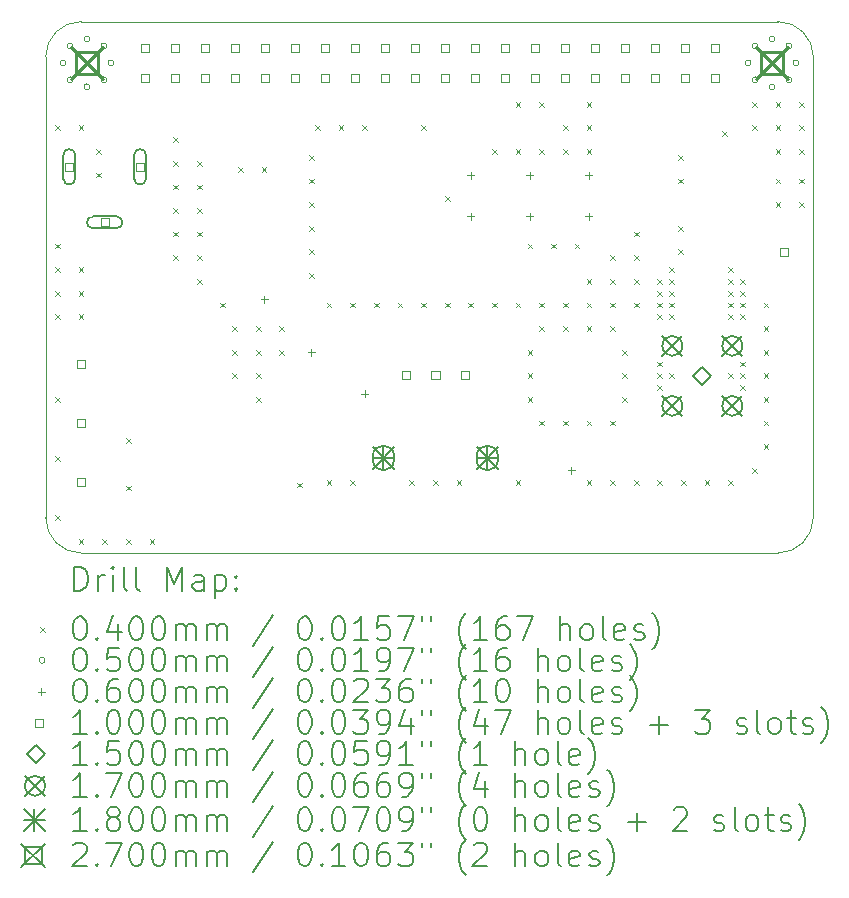
<source format=gbr>
%TF.GenerationSoftware,KiCad,Pcbnew,7.0.1*%
%TF.CreationDate,2024-03-31T21:38:26-04:00*%
%TF.ProjectId,Radio HAT,52616469-6f20-4484-9154-2e6b69636164,v1.1*%
%TF.SameCoordinates,Original*%
%TF.FileFunction,Drillmap*%
%TF.FilePolarity,Positive*%
%FSLAX45Y45*%
G04 Gerber Fmt 4.5, Leading zero omitted, Abs format (unit mm)*
G04 Created by KiCad (PCBNEW 7.0.1) date 2024-03-31 21:38:26*
%MOMM*%
%LPD*%
G01*
G04 APERTURE LIST*
%ADD10C,0.100000*%
%ADD11C,0.200000*%
%ADD12C,0.040000*%
%ADD13C,0.050000*%
%ADD14C,0.060000*%
%ADD15C,0.150000*%
%ADD16C,0.170000*%
%ADD17C,0.180000*%
%ADD18C,0.270000*%
G04 APERTURE END LIST*
D10*
X16500000Y-10300000D02*
X16500000Y-13700000D01*
X16500000Y-10300000D02*
G75*
G03*
X16200000Y-10000000I-300000J0D01*
G01*
X10000000Y-10300000D02*
X10000000Y-13700000D01*
X10300000Y-10000000D02*
G75*
G03*
X10000000Y-10300000I0J-300000D01*
G01*
X16200000Y-14500000D02*
X10300000Y-14500000D01*
X10000000Y-13700000D02*
X10000000Y-14200000D01*
X10000000Y-14200000D02*
G75*
G03*
X10300000Y-14500000I300000J0D01*
G01*
X16500000Y-13700000D02*
X16500000Y-14200000D01*
X10300000Y-10000000D02*
X16200000Y-10000000D01*
X16200000Y-14500000D02*
G75*
G03*
X16500000Y-14200000I0J300000D01*
G01*
D11*
D12*
X10080000Y-10880000D02*
X10120000Y-10920000D01*
X10120000Y-10880000D02*
X10080000Y-10920000D01*
X10080000Y-11880000D02*
X10120000Y-11920000D01*
X10120000Y-11880000D02*
X10080000Y-11920000D01*
X10080000Y-12080000D02*
X10120000Y-12120000D01*
X10120000Y-12080000D02*
X10080000Y-12120000D01*
X10080000Y-12280000D02*
X10120000Y-12320000D01*
X10120000Y-12280000D02*
X10080000Y-12320000D01*
X10080000Y-12480000D02*
X10120000Y-12520000D01*
X10120000Y-12480000D02*
X10080000Y-12520000D01*
X10080000Y-13180000D02*
X10120000Y-13220000D01*
X10120000Y-13180000D02*
X10080000Y-13220000D01*
X10080000Y-13680000D02*
X10120000Y-13720000D01*
X10120000Y-13680000D02*
X10080000Y-13720000D01*
X10080000Y-14180000D02*
X10120000Y-14220000D01*
X10120000Y-14180000D02*
X10080000Y-14220000D01*
X10280000Y-10880000D02*
X10320000Y-10920000D01*
X10320000Y-10880000D02*
X10280000Y-10920000D01*
X10280000Y-12080000D02*
X10320000Y-12120000D01*
X10320000Y-12080000D02*
X10280000Y-12120000D01*
X10280000Y-12280000D02*
X10320000Y-12320000D01*
X10320000Y-12280000D02*
X10280000Y-12320000D01*
X10280000Y-12480000D02*
X10320000Y-12520000D01*
X10320000Y-12480000D02*
X10280000Y-12520000D01*
X10280000Y-14380000D02*
X10320000Y-14420000D01*
X10320000Y-14380000D02*
X10280000Y-14420000D01*
X10430000Y-11080000D02*
X10470000Y-11120000D01*
X10470000Y-11080000D02*
X10430000Y-11120000D01*
X10430000Y-11280000D02*
X10470000Y-11320000D01*
X10470000Y-11280000D02*
X10430000Y-11320000D01*
X10480000Y-14380000D02*
X10520000Y-14420000D01*
X10520000Y-14380000D02*
X10480000Y-14420000D01*
X10680000Y-13530000D02*
X10720000Y-13570000D01*
X10720000Y-13530000D02*
X10680000Y-13570000D01*
X10680000Y-13930000D02*
X10720000Y-13970000D01*
X10720000Y-13930000D02*
X10680000Y-13970000D01*
X10680000Y-14380000D02*
X10720000Y-14420000D01*
X10720000Y-14380000D02*
X10680000Y-14420000D01*
X10880000Y-14380000D02*
X10920000Y-14420000D01*
X10920000Y-14380000D02*
X10880000Y-14420000D01*
X11080000Y-10980000D02*
X11120000Y-11020000D01*
X11120000Y-10980000D02*
X11080000Y-11020000D01*
X11080000Y-11180000D02*
X11120000Y-11220000D01*
X11120000Y-11180000D02*
X11080000Y-11220000D01*
X11080000Y-11380000D02*
X11120000Y-11420000D01*
X11120000Y-11380000D02*
X11080000Y-11420000D01*
X11080000Y-11580000D02*
X11120000Y-11620000D01*
X11120000Y-11580000D02*
X11080000Y-11620000D01*
X11080000Y-11780000D02*
X11120000Y-11820000D01*
X11120000Y-11780000D02*
X11080000Y-11820000D01*
X11080000Y-11980000D02*
X11120000Y-12020000D01*
X11120000Y-11980000D02*
X11080000Y-12020000D01*
X11280000Y-11180000D02*
X11320000Y-11220000D01*
X11320000Y-11180000D02*
X11280000Y-11220000D01*
X11280000Y-11380000D02*
X11320000Y-11420000D01*
X11320000Y-11380000D02*
X11280000Y-11420000D01*
X11280000Y-11580000D02*
X11320000Y-11620000D01*
X11320000Y-11580000D02*
X11280000Y-11620000D01*
X11280000Y-11780000D02*
X11320000Y-11820000D01*
X11320000Y-11780000D02*
X11280000Y-11820000D01*
X11280000Y-11980000D02*
X11320000Y-12020000D01*
X11320000Y-11980000D02*
X11280000Y-12020000D01*
X11280000Y-12180000D02*
X11320000Y-12220000D01*
X11320000Y-12180000D02*
X11280000Y-12220000D01*
X11480000Y-12380000D02*
X11520000Y-12420000D01*
X11520000Y-12380000D02*
X11480000Y-12420000D01*
X11580000Y-12580000D02*
X11620000Y-12620000D01*
X11620000Y-12580000D02*
X11580000Y-12620000D01*
X11580000Y-12780000D02*
X11620000Y-12820000D01*
X11620000Y-12780000D02*
X11580000Y-12820000D01*
X11580000Y-12980000D02*
X11620000Y-13020000D01*
X11620000Y-12980000D02*
X11580000Y-13020000D01*
X11630000Y-11230000D02*
X11670000Y-11270000D01*
X11670000Y-11230000D02*
X11630000Y-11270000D01*
X11780000Y-12580000D02*
X11820000Y-12620000D01*
X11820000Y-12580000D02*
X11780000Y-12620000D01*
X11780000Y-12780000D02*
X11820000Y-12820000D01*
X11820000Y-12780000D02*
X11780000Y-12820000D01*
X11780000Y-12980000D02*
X11820000Y-13020000D01*
X11820000Y-12980000D02*
X11780000Y-13020000D01*
X11780000Y-13180000D02*
X11820000Y-13220000D01*
X11820000Y-13180000D02*
X11780000Y-13220000D01*
X11830000Y-11230000D02*
X11870000Y-11270000D01*
X11870000Y-11230000D02*
X11830000Y-11270000D01*
X11980000Y-12580000D02*
X12020000Y-12620000D01*
X12020000Y-12580000D02*
X11980000Y-12620000D01*
X11980000Y-12780000D02*
X12020000Y-12820000D01*
X12020000Y-12780000D02*
X11980000Y-12820000D01*
X12130000Y-13905000D02*
X12170000Y-13945000D01*
X12170000Y-13905000D02*
X12130000Y-13945000D01*
X12230000Y-11130000D02*
X12270000Y-11170000D01*
X12270000Y-11130000D02*
X12230000Y-11170000D01*
X12230000Y-11330000D02*
X12270000Y-11370000D01*
X12270000Y-11330000D02*
X12230000Y-11370000D01*
X12230000Y-11530000D02*
X12270000Y-11570000D01*
X12270000Y-11530000D02*
X12230000Y-11570000D01*
X12230000Y-11730000D02*
X12270000Y-11770000D01*
X12270000Y-11730000D02*
X12230000Y-11770000D01*
X12230000Y-11930000D02*
X12270000Y-11970000D01*
X12270000Y-11930000D02*
X12230000Y-11970000D01*
X12230000Y-12130000D02*
X12270000Y-12170000D01*
X12270000Y-12130000D02*
X12230000Y-12170000D01*
X12280000Y-10880000D02*
X12320000Y-10920000D01*
X12320000Y-10880000D02*
X12280000Y-10920000D01*
X12380000Y-12380000D02*
X12420000Y-12420000D01*
X12420000Y-12380000D02*
X12380000Y-12420000D01*
X12380000Y-13880000D02*
X12420000Y-13920000D01*
X12420000Y-13880000D02*
X12380000Y-13920000D01*
X12480000Y-10880000D02*
X12520000Y-10920000D01*
X12520000Y-10880000D02*
X12480000Y-10920000D01*
X12580000Y-12380000D02*
X12620000Y-12420000D01*
X12620000Y-12380000D02*
X12580000Y-12420000D01*
X12580000Y-13880000D02*
X12620000Y-13920000D01*
X12620000Y-13880000D02*
X12580000Y-13920000D01*
X12680000Y-10880000D02*
X12720000Y-10920000D01*
X12720000Y-10880000D02*
X12680000Y-10920000D01*
X12780000Y-12380000D02*
X12820000Y-12420000D01*
X12820000Y-12380000D02*
X12780000Y-12420000D01*
X12980000Y-12380000D02*
X13020000Y-12420000D01*
X13020000Y-12380000D02*
X12980000Y-12420000D01*
X13080000Y-13880000D02*
X13120000Y-13920000D01*
X13120000Y-13880000D02*
X13080000Y-13920000D01*
X13180000Y-10880000D02*
X13220000Y-10920000D01*
X13220000Y-10880000D02*
X13180000Y-10920000D01*
X13180000Y-12380000D02*
X13220000Y-12420000D01*
X13220000Y-12380000D02*
X13180000Y-12420000D01*
X13280000Y-13880000D02*
X13320000Y-13920000D01*
X13320000Y-13880000D02*
X13280000Y-13920000D01*
X13380000Y-11480000D02*
X13420000Y-11520000D01*
X13420000Y-11480000D02*
X13380000Y-11520000D01*
X13380000Y-12380000D02*
X13420000Y-12420000D01*
X13420000Y-12380000D02*
X13380000Y-12420000D01*
X13480000Y-13880000D02*
X13520000Y-13920000D01*
X13520000Y-13880000D02*
X13480000Y-13920000D01*
X13580000Y-12380000D02*
X13620000Y-12420000D01*
X13620000Y-12380000D02*
X13580000Y-12420000D01*
X13780000Y-11080000D02*
X13820000Y-11120000D01*
X13820000Y-11080000D02*
X13780000Y-11120000D01*
X13780000Y-12380000D02*
X13820000Y-12420000D01*
X13820000Y-12380000D02*
X13780000Y-12420000D01*
X13980000Y-10680000D02*
X14020000Y-10720000D01*
X14020000Y-10680000D02*
X13980000Y-10720000D01*
X13980000Y-11080000D02*
X14020000Y-11120000D01*
X14020000Y-11080000D02*
X13980000Y-11120000D01*
X13980000Y-12380000D02*
X14020000Y-12420000D01*
X14020000Y-12380000D02*
X13980000Y-12420000D01*
X13980000Y-13880000D02*
X14020000Y-13920000D01*
X14020000Y-13880000D02*
X13980000Y-13920000D01*
X14080000Y-11880000D02*
X14120000Y-11920000D01*
X14120000Y-11880000D02*
X14080000Y-11920000D01*
X14080000Y-12780000D02*
X14120000Y-12820000D01*
X14120000Y-12780000D02*
X14080000Y-12820000D01*
X14080000Y-12980000D02*
X14120000Y-13020000D01*
X14120000Y-12980000D02*
X14080000Y-13020000D01*
X14080000Y-13180000D02*
X14120000Y-13220000D01*
X14120000Y-13180000D02*
X14080000Y-13220000D01*
X14180000Y-10680000D02*
X14220000Y-10720000D01*
X14220000Y-10680000D02*
X14180000Y-10720000D01*
X14180000Y-11080000D02*
X14220000Y-11120000D01*
X14220000Y-11080000D02*
X14180000Y-11120000D01*
X14180000Y-12380000D02*
X14220000Y-12420000D01*
X14220000Y-12380000D02*
X14180000Y-12420000D01*
X14180000Y-12580000D02*
X14220000Y-12620000D01*
X14220000Y-12580000D02*
X14180000Y-12620000D01*
X14180000Y-13380000D02*
X14220000Y-13420000D01*
X14220000Y-13380000D02*
X14180000Y-13420000D01*
X14280000Y-11880000D02*
X14320000Y-11920000D01*
X14320000Y-11880000D02*
X14280000Y-11920000D01*
X14380000Y-10880000D02*
X14420000Y-10920000D01*
X14420000Y-10880000D02*
X14380000Y-10920000D01*
X14380000Y-11080000D02*
X14420000Y-11120000D01*
X14420000Y-11080000D02*
X14380000Y-11120000D01*
X14380000Y-12380000D02*
X14420000Y-12420000D01*
X14420000Y-12380000D02*
X14380000Y-12420000D01*
X14380000Y-12580000D02*
X14420000Y-12620000D01*
X14420000Y-12580000D02*
X14380000Y-12620000D01*
X14380000Y-13380000D02*
X14420000Y-13420000D01*
X14420000Y-13380000D02*
X14380000Y-13420000D01*
X14480000Y-11880000D02*
X14520000Y-11920000D01*
X14520000Y-11880000D02*
X14480000Y-11920000D01*
X14580000Y-10680000D02*
X14620000Y-10720000D01*
X14620000Y-10680000D02*
X14580000Y-10720000D01*
X14580000Y-10880000D02*
X14620000Y-10920000D01*
X14620000Y-10880000D02*
X14580000Y-10920000D01*
X14580000Y-11080000D02*
X14620000Y-11120000D01*
X14620000Y-11080000D02*
X14580000Y-11120000D01*
X14580000Y-12180000D02*
X14620000Y-12220000D01*
X14620000Y-12180000D02*
X14580000Y-12220000D01*
X14580000Y-12380000D02*
X14620000Y-12420000D01*
X14620000Y-12380000D02*
X14580000Y-12420000D01*
X14580000Y-12580000D02*
X14620000Y-12620000D01*
X14620000Y-12580000D02*
X14580000Y-12620000D01*
X14580000Y-13380000D02*
X14620000Y-13420000D01*
X14620000Y-13380000D02*
X14580000Y-13420000D01*
X14580000Y-13880000D02*
X14620000Y-13920000D01*
X14620000Y-13880000D02*
X14580000Y-13920000D01*
X14780000Y-11980000D02*
X14820000Y-12020000D01*
X14820000Y-11980000D02*
X14780000Y-12020000D01*
X14780000Y-12180000D02*
X14820000Y-12220000D01*
X14820000Y-12180000D02*
X14780000Y-12220000D01*
X14780000Y-12380000D02*
X14820000Y-12420000D01*
X14820000Y-12380000D02*
X14780000Y-12420000D01*
X14780000Y-12580000D02*
X14820000Y-12620000D01*
X14820000Y-12580000D02*
X14780000Y-12620000D01*
X14780000Y-13380000D02*
X14820000Y-13420000D01*
X14820000Y-13380000D02*
X14780000Y-13420000D01*
X14780000Y-13880000D02*
X14820000Y-13920000D01*
X14820000Y-13880000D02*
X14780000Y-13920000D01*
X14880000Y-12780000D02*
X14920000Y-12820000D01*
X14920000Y-12780000D02*
X14880000Y-12820000D01*
X14880000Y-12980000D02*
X14920000Y-13020000D01*
X14920000Y-12980000D02*
X14880000Y-13020000D01*
X14880000Y-13180000D02*
X14920000Y-13220000D01*
X14920000Y-13180000D02*
X14880000Y-13220000D01*
X14980000Y-11780000D02*
X15020000Y-11820000D01*
X15020000Y-11780000D02*
X14980000Y-11820000D01*
X14980000Y-11980000D02*
X15020000Y-12020000D01*
X15020000Y-11980000D02*
X14980000Y-12020000D01*
X14980000Y-12180000D02*
X15020000Y-12220000D01*
X15020000Y-12180000D02*
X14980000Y-12220000D01*
X14980000Y-12380000D02*
X15020000Y-12420000D01*
X15020000Y-12380000D02*
X14980000Y-12420000D01*
X14980000Y-13880000D02*
X15020000Y-13920000D01*
X15020000Y-13880000D02*
X14980000Y-13920000D01*
X15180000Y-12180000D02*
X15220000Y-12220000D01*
X15220000Y-12180000D02*
X15180000Y-12220000D01*
X15180000Y-12280000D02*
X15220000Y-12320000D01*
X15220000Y-12280000D02*
X15180000Y-12320000D01*
X15180000Y-12380000D02*
X15220000Y-12420000D01*
X15220000Y-12380000D02*
X15180000Y-12420000D01*
X15180000Y-12480000D02*
X15220000Y-12520000D01*
X15220000Y-12480000D02*
X15180000Y-12520000D01*
X15180000Y-12880000D02*
X15220000Y-12920000D01*
X15220000Y-12880000D02*
X15180000Y-12920000D01*
X15180000Y-12980000D02*
X15220000Y-13020000D01*
X15220000Y-12980000D02*
X15180000Y-13020000D01*
X15180000Y-13080000D02*
X15220000Y-13120000D01*
X15220000Y-13080000D02*
X15180000Y-13120000D01*
X15180000Y-13880000D02*
X15220000Y-13920000D01*
X15220000Y-13880000D02*
X15180000Y-13920000D01*
X15280000Y-12080000D02*
X15320000Y-12120000D01*
X15320000Y-12080000D02*
X15280000Y-12120000D01*
X15280000Y-12180000D02*
X15320000Y-12220000D01*
X15320000Y-12180000D02*
X15280000Y-12220000D01*
X15280000Y-12280000D02*
X15320000Y-12320000D01*
X15320000Y-12280000D02*
X15280000Y-12320000D01*
X15280000Y-12380000D02*
X15320000Y-12420000D01*
X15320000Y-12380000D02*
X15280000Y-12420000D01*
X15280000Y-12480000D02*
X15320000Y-12520000D01*
X15320000Y-12480000D02*
X15280000Y-12520000D01*
X15280000Y-12980000D02*
X15320000Y-13020000D01*
X15320000Y-12980000D02*
X15280000Y-13020000D01*
X15355000Y-11130000D02*
X15395000Y-11170000D01*
X15395000Y-11130000D02*
X15355000Y-11170000D01*
X15355000Y-11330000D02*
X15395000Y-11370000D01*
X15395000Y-11330000D02*
X15355000Y-11370000D01*
X15355000Y-11730000D02*
X15395000Y-11770000D01*
X15395000Y-11730000D02*
X15355000Y-11770000D01*
X15355000Y-11930000D02*
X15395000Y-11970000D01*
X15395000Y-11930000D02*
X15355000Y-11970000D01*
X15380000Y-13880000D02*
X15420000Y-13920000D01*
X15420000Y-13880000D02*
X15380000Y-13920000D01*
X15580000Y-13880000D02*
X15620000Y-13920000D01*
X15620000Y-13880000D02*
X15580000Y-13920000D01*
X15730000Y-10930000D02*
X15770000Y-10970000D01*
X15770000Y-10930000D02*
X15730000Y-10970000D01*
X15780000Y-12080000D02*
X15820000Y-12120000D01*
X15820000Y-12080000D02*
X15780000Y-12120000D01*
X15780000Y-12180000D02*
X15820000Y-12220000D01*
X15820000Y-12180000D02*
X15780000Y-12220000D01*
X15780000Y-12280000D02*
X15820000Y-12320000D01*
X15820000Y-12280000D02*
X15780000Y-12320000D01*
X15780000Y-12380000D02*
X15820000Y-12420000D01*
X15820000Y-12380000D02*
X15780000Y-12420000D01*
X15780000Y-12480000D02*
X15820000Y-12520000D01*
X15820000Y-12480000D02*
X15780000Y-12520000D01*
X15780000Y-12980000D02*
X15820000Y-13020000D01*
X15820000Y-12980000D02*
X15780000Y-13020000D01*
X15780000Y-13880000D02*
X15820000Y-13920000D01*
X15820000Y-13880000D02*
X15780000Y-13920000D01*
X15880000Y-12180000D02*
X15920000Y-12220000D01*
X15920000Y-12180000D02*
X15880000Y-12220000D01*
X15880000Y-12280000D02*
X15920000Y-12320000D01*
X15920000Y-12280000D02*
X15880000Y-12320000D01*
X15880000Y-12380000D02*
X15920000Y-12420000D01*
X15920000Y-12380000D02*
X15880000Y-12420000D01*
X15880000Y-12480000D02*
X15920000Y-12520000D01*
X15920000Y-12480000D02*
X15880000Y-12520000D01*
X15880000Y-12880000D02*
X15920000Y-12920000D01*
X15920000Y-12880000D02*
X15880000Y-12920000D01*
X15880000Y-12980000D02*
X15920000Y-13020000D01*
X15920000Y-12980000D02*
X15880000Y-13020000D01*
X15880000Y-13080000D02*
X15920000Y-13120000D01*
X15920000Y-13080000D02*
X15880000Y-13120000D01*
X15980000Y-10680000D02*
X16020000Y-10720000D01*
X16020000Y-10680000D02*
X15980000Y-10720000D01*
X15980000Y-10880000D02*
X16020000Y-10920000D01*
X16020000Y-10880000D02*
X15980000Y-10920000D01*
X15980000Y-13780000D02*
X16020000Y-13820000D01*
X16020000Y-13780000D02*
X15980000Y-13820000D01*
X16080000Y-12380000D02*
X16120000Y-12420000D01*
X16120000Y-12380000D02*
X16080000Y-12420000D01*
X16080000Y-12580000D02*
X16120000Y-12620000D01*
X16120000Y-12580000D02*
X16080000Y-12620000D01*
X16080000Y-12780000D02*
X16120000Y-12820000D01*
X16120000Y-12780000D02*
X16080000Y-12820000D01*
X16080000Y-12980000D02*
X16120000Y-13020000D01*
X16120000Y-12980000D02*
X16080000Y-13020000D01*
X16080000Y-13180000D02*
X16120000Y-13220000D01*
X16120000Y-13180000D02*
X16080000Y-13220000D01*
X16080000Y-13380000D02*
X16120000Y-13420000D01*
X16120000Y-13380000D02*
X16080000Y-13420000D01*
X16080000Y-13580000D02*
X16120000Y-13620000D01*
X16120000Y-13580000D02*
X16080000Y-13620000D01*
X16180000Y-10680000D02*
X16220000Y-10720000D01*
X16220000Y-10680000D02*
X16180000Y-10720000D01*
X16180000Y-10880000D02*
X16220000Y-10920000D01*
X16220000Y-10880000D02*
X16180000Y-10920000D01*
X16180000Y-11080000D02*
X16220000Y-11120000D01*
X16220000Y-11080000D02*
X16180000Y-11120000D01*
X16180000Y-11330000D02*
X16220000Y-11370000D01*
X16220000Y-11330000D02*
X16180000Y-11370000D01*
X16180000Y-11530000D02*
X16220000Y-11570000D01*
X16220000Y-11530000D02*
X16180000Y-11570000D01*
X16380000Y-10680000D02*
X16420000Y-10720000D01*
X16420000Y-10680000D02*
X16380000Y-10720000D01*
X16380000Y-10880000D02*
X16420000Y-10920000D01*
X16420000Y-10880000D02*
X16380000Y-10920000D01*
X16380000Y-11080000D02*
X16420000Y-11120000D01*
X16420000Y-11080000D02*
X16380000Y-11120000D01*
X16380000Y-11330000D02*
X16420000Y-11370000D01*
X16420000Y-11330000D02*
X16380000Y-11370000D01*
X16380000Y-11530000D02*
X16420000Y-11570000D01*
X16420000Y-11530000D02*
X16380000Y-11570000D01*
D13*
X10172500Y-10350000D02*
G75*
G03*
X10172500Y-10350000I-25000J0D01*
G01*
X10231811Y-10206811D02*
G75*
G03*
X10231811Y-10206811I-25000J0D01*
G01*
X10231811Y-10493189D02*
G75*
G03*
X10231811Y-10493189I-25000J0D01*
G01*
X10375000Y-10147500D02*
G75*
G03*
X10375000Y-10147500I-25000J0D01*
G01*
X10375000Y-10552500D02*
G75*
G03*
X10375000Y-10552500I-25000J0D01*
G01*
X10518189Y-10206811D02*
G75*
G03*
X10518189Y-10206811I-25000J0D01*
G01*
X10518189Y-10493189D02*
G75*
G03*
X10518189Y-10493189I-25000J0D01*
G01*
X10577500Y-10350000D02*
G75*
G03*
X10577500Y-10350000I-25000J0D01*
G01*
X15972500Y-10350000D02*
G75*
G03*
X15972500Y-10350000I-25000J0D01*
G01*
X16031811Y-10206811D02*
G75*
G03*
X16031811Y-10206811I-25000J0D01*
G01*
X16031811Y-10493189D02*
G75*
G03*
X16031811Y-10493189I-25000J0D01*
G01*
X16175000Y-10147500D02*
G75*
G03*
X16175000Y-10147500I-25000J0D01*
G01*
X16175000Y-10552500D02*
G75*
G03*
X16175000Y-10552500I-25000J0D01*
G01*
X16318189Y-10206811D02*
G75*
G03*
X16318189Y-10206811I-25000J0D01*
G01*
X16318189Y-10493189D02*
G75*
G03*
X16318189Y-10493189I-25000J0D01*
G01*
X16377500Y-10350000D02*
G75*
G03*
X16377500Y-10350000I-25000J0D01*
G01*
D14*
X11850000Y-12320000D02*
X11850000Y-12380000D01*
X11820000Y-12350000D02*
X11880000Y-12350000D01*
X12250000Y-12770000D02*
X12250000Y-12830000D01*
X12220000Y-12800000D02*
X12280000Y-12800000D01*
X12700000Y-13120000D02*
X12700000Y-13180000D01*
X12670000Y-13150000D02*
X12730000Y-13150000D01*
X13600000Y-11270000D02*
X13600000Y-11330000D01*
X13570000Y-11300000D02*
X13630000Y-11300000D01*
X13600000Y-11620000D02*
X13600000Y-11680000D01*
X13570000Y-11650000D02*
X13630000Y-11650000D01*
X14100000Y-11270000D02*
X14100000Y-11330000D01*
X14070000Y-11300000D02*
X14130000Y-11300000D01*
X14100000Y-11620000D02*
X14100000Y-11680000D01*
X14070000Y-11650000D02*
X14130000Y-11650000D01*
X14450000Y-13770000D02*
X14450000Y-13830000D01*
X14420000Y-13800000D02*
X14480000Y-13800000D01*
X14600000Y-11270000D02*
X14600000Y-11330000D01*
X14570000Y-11300000D02*
X14630000Y-11300000D01*
X14600000Y-11620000D02*
X14600000Y-11680000D01*
X14570000Y-11650000D02*
X14630000Y-11650000D01*
D10*
X10235356Y-11265356D02*
X10235356Y-11194644D01*
X10164644Y-11194644D01*
X10164644Y-11265356D01*
X10235356Y-11265356D01*
D11*
X10150000Y-11130000D02*
X10150000Y-11330000D01*
X10150000Y-11330000D02*
G75*
G03*
X10250000Y-11330000I50000J0D01*
G01*
X10250000Y-11330000D02*
X10250000Y-11130000D01*
X10250000Y-11130000D02*
G75*
G03*
X10150000Y-11130000I-50000J0D01*
G01*
D10*
X10335356Y-12935356D02*
X10335356Y-12864644D01*
X10264644Y-12864644D01*
X10264644Y-12935356D01*
X10335356Y-12935356D01*
X10335356Y-13435356D02*
X10335356Y-13364644D01*
X10264644Y-13364644D01*
X10264644Y-13435356D01*
X10335356Y-13435356D01*
X10335356Y-13935356D02*
X10335356Y-13864644D01*
X10264644Y-13864644D01*
X10264644Y-13935356D01*
X10335356Y-13935356D01*
X10535356Y-11735356D02*
X10535356Y-11664644D01*
X10464644Y-11664644D01*
X10464644Y-11735356D01*
X10535356Y-11735356D01*
D11*
X10400000Y-11750000D02*
X10600000Y-11750000D01*
X10600000Y-11750000D02*
G75*
G03*
X10600000Y-11650000I0J50000D01*
G01*
X10600000Y-11650000D02*
X10400000Y-11650000D01*
X10400000Y-11650000D02*
G75*
G03*
X10400000Y-11750000I0J-50000D01*
G01*
D10*
X10835356Y-11265356D02*
X10835356Y-11194644D01*
X10764644Y-11194644D01*
X10764644Y-11265356D01*
X10835356Y-11265356D01*
D11*
X10750000Y-11130000D02*
X10750000Y-11330000D01*
X10750000Y-11330000D02*
G75*
G03*
X10850000Y-11330000I50000J0D01*
G01*
X10850000Y-11330000D02*
X10850000Y-11130000D01*
X10850000Y-11130000D02*
G75*
G03*
X10750000Y-11130000I-50000J0D01*
G01*
D10*
X10875356Y-10260356D02*
X10875356Y-10189644D01*
X10804644Y-10189644D01*
X10804644Y-10260356D01*
X10875356Y-10260356D01*
X10875356Y-10514356D02*
X10875356Y-10443644D01*
X10804644Y-10443644D01*
X10804644Y-10514356D01*
X10875356Y-10514356D01*
X11129356Y-10260356D02*
X11129356Y-10189644D01*
X11058644Y-10189644D01*
X11058644Y-10260356D01*
X11129356Y-10260356D01*
X11129356Y-10514356D02*
X11129356Y-10443644D01*
X11058644Y-10443644D01*
X11058644Y-10514356D01*
X11129356Y-10514356D01*
X11383356Y-10260356D02*
X11383356Y-10189644D01*
X11312644Y-10189644D01*
X11312644Y-10260356D01*
X11383356Y-10260356D01*
X11383356Y-10514356D02*
X11383356Y-10443644D01*
X11312644Y-10443644D01*
X11312644Y-10514356D01*
X11383356Y-10514356D01*
X11637356Y-10260356D02*
X11637356Y-10189644D01*
X11566644Y-10189644D01*
X11566644Y-10260356D01*
X11637356Y-10260356D01*
X11637356Y-10514356D02*
X11637356Y-10443644D01*
X11566644Y-10443644D01*
X11566644Y-10514356D01*
X11637356Y-10514356D01*
X11891356Y-10260356D02*
X11891356Y-10189644D01*
X11820644Y-10189644D01*
X11820644Y-10260356D01*
X11891356Y-10260356D01*
X11891356Y-10514356D02*
X11891356Y-10443644D01*
X11820644Y-10443644D01*
X11820644Y-10514356D01*
X11891356Y-10514356D01*
X12145356Y-10260356D02*
X12145356Y-10189644D01*
X12074644Y-10189644D01*
X12074644Y-10260356D01*
X12145356Y-10260356D01*
X12145356Y-10514356D02*
X12145356Y-10443644D01*
X12074644Y-10443644D01*
X12074644Y-10514356D01*
X12145356Y-10514356D01*
X12399356Y-10260356D02*
X12399356Y-10189644D01*
X12328644Y-10189644D01*
X12328644Y-10260356D01*
X12399356Y-10260356D01*
X12399356Y-10514356D02*
X12399356Y-10443644D01*
X12328644Y-10443644D01*
X12328644Y-10514356D01*
X12399356Y-10514356D01*
X12653356Y-10260356D02*
X12653356Y-10189644D01*
X12582644Y-10189644D01*
X12582644Y-10260356D01*
X12653356Y-10260356D01*
X12653356Y-10514356D02*
X12653356Y-10443644D01*
X12582644Y-10443644D01*
X12582644Y-10514356D01*
X12653356Y-10514356D01*
X12907356Y-10260356D02*
X12907356Y-10189644D01*
X12836644Y-10189644D01*
X12836644Y-10260356D01*
X12907356Y-10260356D01*
X12907356Y-10514356D02*
X12907356Y-10443644D01*
X12836644Y-10443644D01*
X12836644Y-10514356D01*
X12907356Y-10514356D01*
X13085356Y-13030356D02*
X13085356Y-12959644D01*
X13014644Y-12959644D01*
X13014644Y-13030356D01*
X13085356Y-13030356D01*
X13161356Y-10260356D02*
X13161356Y-10189644D01*
X13090644Y-10189644D01*
X13090644Y-10260356D01*
X13161356Y-10260356D01*
X13161356Y-10514356D02*
X13161356Y-10443644D01*
X13090644Y-10443644D01*
X13090644Y-10514356D01*
X13161356Y-10514356D01*
X13335356Y-13030356D02*
X13335356Y-12959644D01*
X13264644Y-12959644D01*
X13264644Y-13030356D01*
X13335356Y-13030356D01*
X13415356Y-10260356D02*
X13415356Y-10189644D01*
X13344644Y-10189644D01*
X13344644Y-10260356D01*
X13415356Y-10260356D01*
X13415356Y-10514356D02*
X13415356Y-10443644D01*
X13344644Y-10443644D01*
X13344644Y-10514356D01*
X13415356Y-10514356D01*
X13585356Y-13030356D02*
X13585356Y-12959644D01*
X13514644Y-12959644D01*
X13514644Y-13030356D01*
X13585356Y-13030356D01*
X13669356Y-10260356D02*
X13669356Y-10189644D01*
X13598644Y-10189644D01*
X13598644Y-10260356D01*
X13669356Y-10260356D01*
X13669356Y-10514356D02*
X13669356Y-10443644D01*
X13598644Y-10443644D01*
X13598644Y-10514356D01*
X13669356Y-10514356D01*
X13923356Y-10260356D02*
X13923356Y-10189644D01*
X13852644Y-10189644D01*
X13852644Y-10260356D01*
X13923356Y-10260356D01*
X13923356Y-10514356D02*
X13923356Y-10443644D01*
X13852644Y-10443644D01*
X13852644Y-10514356D01*
X13923356Y-10514356D01*
X14177356Y-10260356D02*
X14177356Y-10189644D01*
X14106644Y-10189644D01*
X14106644Y-10260356D01*
X14177356Y-10260356D01*
X14177356Y-10514356D02*
X14177356Y-10443644D01*
X14106644Y-10443644D01*
X14106644Y-10514356D01*
X14177356Y-10514356D01*
X14431356Y-10260356D02*
X14431356Y-10189644D01*
X14360644Y-10189644D01*
X14360644Y-10260356D01*
X14431356Y-10260356D01*
X14431356Y-10514356D02*
X14431356Y-10443644D01*
X14360644Y-10443644D01*
X14360644Y-10514356D01*
X14431356Y-10514356D01*
X14685356Y-10260356D02*
X14685356Y-10189644D01*
X14614644Y-10189644D01*
X14614644Y-10260356D01*
X14685356Y-10260356D01*
X14685356Y-10514356D02*
X14685356Y-10443644D01*
X14614644Y-10443644D01*
X14614644Y-10514356D01*
X14685356Y-10514356D01*
X14939356Y-10260356D02*
X14939356Y-10189644D01*
X14868644Y-10189644D01*
X14868644Y-10260356D01*
X14939356Y-10260356D01*
X14939356Y-10514356D02*
X14939356Y-10443644D01*
X14868644Y-10443644D01*
X14868644Y-10514356D01*
X14939356Y-10514356D01*
X15193356Y-10260356D02*
X15193356Y-10189644D01*
X15122644Y-10189644D01*
X15122644Y-10260356D01*
X15193356Y-10260356D01*
X15193356Y-10514356D02*
X15193356Y-10443644D01*
X15122644Y-10443644D01*
X15122644Y-10514356D01*
X15193356Y-10514356D01*
X15447356Y-10260356D02*
X15447356Y-10189644D01*
X15376644Y-10189644D01*
X15376644Y-10260356D01*
X15447356Y-10260356D01*
X15447356Y-10514356D02*
X15447356Y-10443644D01*
X15376644Y-10443644D01*
X15376644Y-10514356D01*
X15447356Y-10514356D01*
X15701356Y-10260356D02*
X15701356Y-10189644D01*
X15630644Y-10189644D01*
X15630644Y-10260356D01*
X15701356Y-10260356D01*
X15701356Y-10514356D02*
X15701356Y-10443644D01*
X15630644Y-10443644D01*
X15630644Y-10514356D01*
X15701356Y-10514356D01*
X16285356Y-11985356D02*
X16285356Y-11914644D01*
X16214644Y-11914644D01*
X16214644Y-11985356D01*
X16285356Y-11985356D01*
D15*
X15560000Y-13075000D02*
X15635000Y-13000000D01*
X15560000Y-12925000D01*
X15485000Y-13000000D01*
X15560000Y-13075000D01*
D16*
X15221000Y-12661000D02*
X15391000Y-12831000D01*
X15391000Y-12661000D02*
X15221000Y-12831000D01*
X15391000Y-12746000D02*
G75*
G03*
X15391000Y-12746000I-85000J0D01*
G01*
X15221000Y-13169000D02*
X15391000Y-13339000D01*
X15391000Y-13169000D02*
X15221000Y-13339000D01*
X15391000Y-13254000D02*
G75*
G03*
X15391000Y-13254000I-85000J0D01*
G01*
X15729000Y-12661000D02*
X15899000Y-12831000D01*
X15899000Y-12661000D02*
X15729000Y-12831000D01*
X15899000Y-12746000D02*
G75*
G03*
X15899000Y-12746000I-85000J0D01*
G01*
X15729000Y-13169000D02*
X15899000Y-13339000D01*
X15899000Y-13169000D02*
X15729000Y-13339000D01*
X15899000Y-13254000D02*
G75*
G03*
X15899000Y-13254000I-85000J0D01*
G01*
D17*
X12770000Y-13605000D02*
X12950000Y-13785000D01*
X12950000Y-13605000D02*
X12770000Y-13785000D01*
X12860000Y-13605000D02*
X12860000Y-13785000D01*
X12770000Y-13695000D02*
X12950000Y-13695000D01*
D11*
X12770000Y-13680000D02*
X12770000Y-13710000D01*
X12770000Y-13710000D02*
G75*
G03*
X12950000Y-13710000I90000J0D01*
G01*
X12950000Y-13710000D02*
X12950000Y-13680000D01*
X12950000Y-13680000D02*
G75*
G03*
X12770000Y-13680000I-90000J0D01*
G01*
D17*
X13650000Y-13605000D02*
X13830000Y-13785000D01*
X13830000Y-13605000D02*
X13650000Y-13785000D01*
X13740000Y-13605000D02*
X13740000Y-13785000D01*
X13650000Y-13695000D02*
X13830000Y-13695000D01*
D11*
X13650000Y-13680000D02*
X13650000Y-13710000D01*
X13650000Y-13710000D02*
G75*
G03*
X13830000Y-13710000I90000J0D01*
G01*
X13830000Y-13710000D02*
X13830000Y-13680000D01*
X13830000Y-13680000D02*
G75*
G03*
X13650000Y-13680000I-90000J0D01*
G01*
D18*
X10215000Y-10215000D02*
X10485000Y-10485000D01*
X10485000Y-10215000D02*
X10215000Y-10485000D01*
X10445460Y-10445460D02*
X10445460Y-10254540D01*
X10254540Y-10254540D01*
X10254540Y-10445460D01*
X10445460Y-10445460D01*
X16015000Y-10215000D02*
X16285000Y-10485000D01*
X16285000Y-10215000D02*
X16015000Y-10485000D01*
X16245460Y-10445460D02*
X16245460Y-10254540D01*
X16054540Y-10254540D01*
X16054540Y-10445460D01*
X16245460Y-10445460D01*
D11*
X10242619Y-14817524D02*
X10242619Y-14617524D01*
X10242619Y-14617524D02*
X10290238Y-14617524D01*
X10290238Y-14617524D02*
X10318810Y-14627048D01*
X10318810Y-14627048D02*
X10337857Y-14646095D01*
X10337857Y-14646095D02*
X10347381Y-14665143D01*
X10347381Y-14665143D02*
X10356905Y-14703238D01*
X10356905Y-14703238D02*
X10356905Y-14731809D01*
X10356905Y-14731809D02*
X10347381Y-14769905D01*
X10347381Y-14769905D02*
X10337857Y-14788952D01*
X10337857Y-14788952D02*
X10318810Y-14808000D01*
X10318810Y-14808000D02*
X10290238Y-14817524D01*
X10290238Y-14817524D02*
X10242619Y-14817524D01*
X10442619Y-14817524D02*
X10442619Y-14684190D01*
X10442619Y-14722286D02*
X10452143Y-14703238D01*
X10452143Y-14703238D02*
X10461667Y-14693714D01*
X10461667Y-14693714D02*
X10480714Y-14684190D01*
X10480714Y-14684190D02*
X10499762Y-14684190D01*
X10566429Y-14817524D02*
X10566429Y-14684190D01*
X10566429Y-14617524D02*
X10556905Y-14627048D01*
X10556905Y-14627048D02*
X10566429Y-14636571D01*
X10566429Y-14636571D02*
X10575952Y-14627048D01*
X10575952Y-14627048D02*
X10566429Y-14617524D01*
X10566429Y-14617524D02*
X10566429Y-14636571D01*
X10690238Y-14817524D02*
X10671190Y-14808000D01*
X10671190Y-14808000D02*
X10661667Y-14788952D01*
X10661667Y-14788952D02*
X10661667Y-14617524D01*
X10795000Y-14817524D02*
X10775952Y-14808000D01*
X10775952Y-14808000D02*
X10766429Y-14788952D01*
X10766429Y-14788952D02*
X10766429Y-14617524D01*
X11023571Y-14817524D02*
X11023571Y-14617524D01*
X11023571Y-14617524D02*
X11090238Y-14760381D01*
X11090238Y-14760381D02*
X11156905Y-14617524D01*
X11156905Y-14617524D02*
X11156905Y-14817524D01*
X11337857Y-14817524D02*
X11337857Y-14712762D01*
X11337857Y-14712762D02*
X11328333Y-14693714D01*
X11328333Y-14693714D02*
X11309286Y-14684190D01*
X11309286Y-14684190D02*
X11271190Y-14684190D01*
X11271190Y-14684190D02*
X11252143Y-14693714D01*
X11337857Y-14808000D02*
X11318809Y-14817524D01*
X11318809Y-14817524D02*
X11271190Y-14817524D01*
X11271190Y-14817524D02*
X11252143Y-14808000D01*
X11252143Y-14808000D02*
X11242619Y-14788952D01*
X11242619Y-14788952D02*
X11242619Y-14769905D01*
X11242619Y-14769905D02*
X11252143Y-14750857D01*
X11252143Y-14750857D02*
X11271190Y-14741333D01*
X11271190Y-14741333D02*
X11318809Y-14741333D01*
X11318809Y-14741333D02*
X11337857Y-14731809D01*
X11433095Y-14684190D02*
X11433095Y-14884190D01*
X11433095Y-14693714D02*
X11452143Y-14684190D01*
X11452143Y-14684190D02*
X11490238Y-14684190D01*
X11490238Y-14684190D02*
X11509286Y-14693714D01*
X11509286Y-14693714D02*
X11518809Y-14703238D01*
X11518809Y-14703238D02*
X11528333Y-14722286D01*
X11528333Y-14722286D02*
X11528333Y-14779428D01*
X11528333Y-14779428D02*
X11518809Y-14798476D01*
X11518809Y-14798476D02*
X11509286Y-14808000D01*
X11509286Y-14808000D02*
X11490238Y-14817524D01*
X11490238Y-14817524D02*
X11452143Y-14817524D01*
X11452143Y-14817524D02*
X11433095Y-14808000D01*
X11614048Y-14798476D02*
X11623571Y-14808000D01*
X11623571Y-14808000D02*
X11614048Y-14817524D01*
X11614048Y-14817524D02*
X11604524Y-14808000D01*
X11604524Y-14808000D02*
X11614048Y-14798476D01*
X11614048Y-14798476D02*
X11614048Y-14817524D01*
X11614048Y-14693714D02*
X11623571Y-14703238D01*
X11623571Y-14703238D02*
X11614048Y-14712762D01*
X11614048Y-14712762D02*
X11604524Y-14703238D01*
X11604524Y-14703238D02*
X11614048Y-14693714D01*
X11614048Y-14693714D02*
X11614048Y-14712762D01*
D12*
X9955000Y-15125000D02*
X9995000Y-15165000D01*
X9995000Y-15125000D02*
X9955000Y-15165000D01*
D11*
X10280714Y-15037524D02*
X10299762Y-15037524D01*
X10299762Y-15037524D02*
X10318810Y-15047048D01*
X10318810Y-15047048D02*
X10328333Y-15056571D01*
X10328333Y-15056571D02*
X10337857Y-15075619D01*
X10337857Y-15075619D02*
X10347381Y-15113714D01*
X10347381Y-15113714D02*
X10347381Y-15161333D01*
X10347381Y-15161333D02*
X10337857Y-15199428D01*
X10337857Y-15199428D02*
X10328333Y-15218476D01*
X10328333Y-15218476D02*
X10318810Y-15228000D01*
X10318810Y-15228000D02*
X10299762Y-15237524D01*
X10299762Y-15237524D02*
X10280714Y-15237524D01*
X10280714Y-15237524D02*
X10261667Y-15228000D01*
X10261667Y-15228000D02*
X10252143Y-15218476D01*
X10252143Y-15218476D02*
X10242619Y-15199428D01*
X10242619Y-15199428D02*
X10233095Y-15161333D01*
X10233095Y-15161333D02*
X10233095Y-15113714D01*
X10233095Y-15113714D02*
X10242619Y-15075619D01*
X10242619Y-15075619D02*
X10252143Y-15056571D01*
X10252143Y-15056571D02*
X10261667Y-15047048D01*
X10261667Y-15047048D02*
X10280714Y-15037524D01*
X10433095Y-15218476D02*
X10442619Y-15228000D01*
X10442619Y-15228000D02*
X10433095Y-15237524D01*
X10433095Y-15237524D02*
X10423571Y-15228000D01*
X10423571Y-15228000D02*
X10433095Y-15218476D01*
X10433095Y-15218476D02*
X10433095Y-15237524D01*
X10614048Y-15104190D02*
X10614048Y-15237524D01*
X10566429Y-15028000D02*
X10518810Y-15170857D01*
X10518810Y-15170857D02*
X10642619Y-15170857D01*
X10756905Y-15037524D02*
X10775952Y-15037524D01*
X10775952Y-15037524D02*
X10795000Y-15047048D01*
X10795000Y-15047048D02*
X10804524Y-15056571D01*
X10804524Y-15056571D02*
X10814048Y-15075619D01*
X10814048Y-15075619D02*
X10823571Y-15113714D01*
X10823571Y-15113714D02*
X10823571Y-15161333D01*
X10823571Y-15161333D02*
X10814048Y-15199428D01*
X10814048Y-15199428D02*
X10804524Y-15218476D01*
X10804524Y-15218476D02*
X10795000Y-15228000D01*
X10795000Y-15228000D02*
X10775952Y-15237524D01*
X10775952Y-15237524D02*
X10756905Y-15237524D01*
X10756905Y-15237524D02*
X10737857Y-15228000D01*
X10737857Y-15228000D02*
X10728333Y-15218476D01*
X10728333Y-15218476D02*
X10718810Y-15199428D01*
X10718810Y-15199428D02*
X10709286Y-15161333D01*
X10709286Y-15161333D02*
X10709286Y-15113714D01*
X10709286Y-15113714D02*
X10718810Y-15075619D01*
X10718810Y-15075619D02*
X10728333Y-15056571D01*
X10728333Y-15056571D02*
X10737857Y-15047048D01*
X10737857Y-15047048D02*
X10756905Y-15037524D01*
X10947381Y-15037524D02*
X10966429Y-15037524D01*
X10966429Y-15037524D02*
X10985476Y-15047048D01*
X10985476Y-15047048D02*
X10995000Y-15056571D01*
X10995000Y-15056571D02*
X11004524Y-15075619D01*
X11004524Y-15075619D02*
X11014048Y-15113714D01*
X11014048Y-15113714D02*
X11014048Y-15161333D01*
X11014048Y-15161333D02*
X11004524Y-15199428D01*
X11004524Y-15199428D02*
X10995000Y-15218476D01*
X10995000Y-15218476D02*
X10985476Y-15228000D01*
X10985476Y-15228000D02*
X10966429Y-15237524D01*
X10966429Y-15237524D02*
X10947381Y-15237524D01*
X10947381Y-15237524D02*
X10928333Y-15228000D01*
X10928333Y-15228000D02*
X10918810Y-15218476D01*
X10918810Y-15218476D02*
X10909286Y-15199428D01*
X10909286Y-15199428D02*
X10899762Y-15161333D01*
X10899762Y-15161333D02*
X10899762Y-15113714D01*
X10899762Y-15113714D02*
X10909286Y-15075619D01*
X10909286Y-15075619D02*
X10918810Y-15056571D01*
X10918810Y-15056571D02*
X10928333Y-15047048D01*
X10928333Y-15047048D02*
X10947381Y-15037524D01*
X11099762Y-15237524D02*
X11099762Y-15104190D01*
X11099762Y-15123238D02*
X11109286Y-15113714D01*
X11109286Y-15113714D02*
X11128333Y-15104190D01*
X11128333Y-15104190D02*
X11156905Y-15104190D01*
X11156905Y-15104190D02*
X11175952Y-15113714D01*
X11175952Y-15113714D02*
X11185476Y-15132762D01*
X11185476Y-15132762D02*
X11185476Y-15237524D01*
X11185476Y-15132762D02*
X11195000Y-15113714D01*
X11195000Y-15113714D02*
X11214048Y-15104190D01*
X11214048Y-15104190D02*
X11242619Y-15104190D01*
X11242619Y-15104190D02*
X11261667Y-15113714D01*
X11261667Y-15113714D02*
X11271190Y-15132762D01*
X11271190Y-15132762D02*
X11271190Y-15237524D01*
X11366429Y-15237524D02*
X11366429Y-15104190D01*
X11366429Y-15123238D02*
X11375952Y-15113714D01*
X11375952Y-15113714D02*
X11395000Y-15104190D01*
X11395000Y-15104190D02*
X11423571Y-15104190D01*
X11423571Y-15104190D02*
X11442619Y-15113714D01*
X11442619Y-15113714D02*
X11452143Y-15132762D01*
X11452143Y-15132762D02*
X11452143Y-15237524D01*
X11452143Y-15132762D02*
X11461667Y-15113714D01*
X11461667Y-15113714D02*
X11480714Y-15104190D01*
X11480714Y-15104190D02*
X11509286Y-15104190D01*
X11509286Y-15104190D02*
X11528333Y-15113714D01*
X11528333Y-15113714D02*
X11537857Y-15132762D01*
X11537857Y-15132762D02*
X11537857Y-15237524D01*
X11928333Y-15028000D02*
X11756905Y-15285143D01*
X12185476Y-15037524D02*
X12204524Y-15037524D01*
X12204524Y-15037524D02*
X12223572Y-15047048D01*
X12223572Y-15047048D02*
X12233095Y-15056571D01*
X12233095Y-15056571D02*
X12242619Y-15075619D01*
X12242619Y-15075619D02*
X12252143Y-15113714D01*
X12252143Y-15113714D02*
X12252143Y-15161333D01*
X12252143Y-15161333D02*
X12242619Y-15199428D01*
X12242619Y-15199428D02*
X12233095Y-15218476D01*
X12233095Y-15218476D02*
X12223572Y-15228000D01*
X12223572Y-15228000D02*
X12204524Y-15237524D01*
X12204524Y-15237524D02*
X12185476Y-15237524D01*
X12185476Y-15237524D02*
X12166429Y-15228000D01*
X12166429Y-15228000D02*
X12156905Y-15218476D01*
X12156905Y-15218476D02*
X12147381Y-15199428D01*
X12147381Y-15199428D02*
X12137857Y-15161333D01*
X12137857Y-15161333D02*
X12137857Y-15113714D01*
X12137857Y-15113714D02*
X12147381Y-15075619D01*
X12147381Y-15075619D02*
X12156905Y-15056571D01*
X12156905Y-15056571D02*
X12166429Y-15047048D01*
X12166429Y-15047048D02*
X12185476Y-15037524D01*
X12337857Y-15218476D02*
X12347381Y-15228000D01*
X12347381Y-15228000D02*
X12337857Y-15237524D01*
X12337857Y-15237524D02*
X12328333Y-15228000D01*
X12328333Y-15228000D02*
X12337857Y-15218476D01*
X12337857Y-15218476D02*
X12337857Y-15237524D01*
X12471191Y-15037524D02*
X12490238Y-15037524D01*
X12490238Y-15037524D02*
X12509286Y-15047048D01*
X12509286Y-15047048D02*
X12518810Y-15056571D01*
X12518810Y-15056571D02*
X12528333Y-15075619D01*
X12528333Y-15075619D02*
X12537857Y-15113714D01*
X12537857Y-15113714D02*
X12537857Y-15161333D01*
X12537857Y-15161333D02*
X12528333Y-15199428D01*
X12528333Y-15199428D02*
X12518810Y-15218476D01*
X12518810Y-15218476D02*
X12509286Y-15228000D01*
X12509286Y-15228000D02*
X12490238Y-15237524D01*
X12490238Y-15237524D02*
X12471191Y-15237524D01*
X12471191Y-15237524D02*
X12452143Y-15228000D01*
X12452143Y-15228000D02*
X12442619Y-15218476D01*
X12442619Y-15218476D02*
X12433095Y-15199428D01*
X12433095Y-15199428D02*
X12423572Y-15161333D01*
X12423572Y-15161333D02*
X12423572Y-15113714D01*
X12423572Y-15113714D02*
X12433095Y-15075619D01*
X12433095Y-15075619D02*
X12442619Y-15056571D01*
X12442619Y-15056571D02*
X12452143Y-15047048D01*
X12452143Y-15047048D02*
X12471191Y-15037524D01*
X12728333Y-15237524D02*
X12614048Y-15237524D01*
X12671191Y-15237524D02*
X12671191Y-15037524D01*
X12671191Y-15037524D02*
X12652143Y-15066095D01*
X12652143Y-15066095D02*
X12633095Y-15085143D01*
X12633095Y-15085143D02*
X12614048Y-15094667D01*
X12909286Y-15037524D02*
X12814048Y-15037524D01*
X12814048Y-15037524D02*
X12804524Y-15132762D01*
X12804524Y-15132762D02*
X12814048Y-15123238D01*
X12814048Y-15123238D02*
X12833095Y-15113714D01*
X12833095Y-15113714D02*
X12880714Y-15113714D01*
X12880714Y-15113714D02*
X12899762Y-15123238D01*
X12899762Y-15123238D02*
X12909286Y-15132762D01*
X12909286Y-15132762D02*
X12918810Y-15151809D01*
X12918810Y-15151809D02*
X12918810Y-15199428D01*
X12918810Y-15199428D02*
X12909286Y-15218476D01*
X12909286Y-15218476D02*
X12899762Y-15228000D01*
X12899762Y-15228000D02*
X12880714Y-15237524D01*
X12880714Y-15237524D02*
X12833095Y-15237524D01*
X12833095Y-15237524D02*
X12814048Y-15228000D01*
X12814048Y-15228000D02*
X12804524Y-15218476D01*
X12985476Y-15037524D02*
X13118810Y-15037524D01*
X13118810Y-15037524D02*
X13033095Y-15237524D01*
X13185476Y-15037524D02*
X13185476Y-15075619D01*
X13261667Y-15037524D02*
X13261667Y-15075619D01*
X13556905Y-15313714D02*
X13547381Y-15304190D01*
X13547381Y-15304190D02*
X13528334Y-15275619D01*
X13528334Y-15275619D02*
X13518810Y-15256571D01*
X13518810Y-15256571D02*
X13509286Y-15228000D01*
X13509286Y-15228000D02*
X13499762Y-15180381D01*
X13499762Y-15180381D02*
X13499762Y-15142286D01*
X13499762Y-15142286D02*
X13509286Y-15094667D01*
X13509286Y-15094667D02*
X13518810Y-15066095D01*
X13518810Y-15066095D02*
X13528334Y-15047048D01*
X13528334Y-15047048D02*
X13547381Y-15018476D01*
X13547381Y-15018476D02*
X13556905Y-15008952D01*
X13737857Y-15237524D02*
X13623572Y-15237524D01*
X13680714Y-15237524D02*
X13680714Y-15037524D01*
X13680714Y-15037524D02*
X13661667Y-15066095D01*
X13661667Y-15066095D02*
X13642619Y-15085143D01*
X13642619Y-15085143D02*
X13623572Y-15094667D01*
X13909286Y-15037524D02*
X13871191Y-15037524D01*
X13871191Y-15037524D02*
X13852143Y-15047048D01*
X13852143Y-15047048D02*
X13842619Y-15056571D01*
X13842619Y-15056571D02*
X13823572Y-15085143D01*
X13823572Y-15085143D02*
X13814048Y-15123238D01*
X13814048Y-15123238D02*
X13814048Y-15199428D01*
X13814048Y-15199428D02*
X13823572Y-15218476D01*
X13823572Y-15218476D02*
X13833095Y-15228000D01*
X13833095Y-15228000D02*
X13852143Y-15237524D01*
X13852143Y-15237524D02*
X13890238Y-15237524D01*
X13890238Y-15237524D02*
X13909286Y-15228000D01*
X13909286Y-15228000D02*
X13918810Y-15218476D01*
X13918810Y-15218476D02*
X13928334Y-15199428D01*
X13928334Y-15199428D02*
X13928334Y-15151809D01*
X13928334Y-15151809D02*
X13918810Y-15132762D01*
X13918810Y-15132762D02*
X13909286Y-15123238D01*
X13909286Y-15123238D02*
X13890238Y-15113714D01*
X13890238Y-15113714D02*
X13852143Y-15113714D01*
X13852143Y-15113714D02*
X13833095Y-15123238D01*
X13833095Y-15123238D02*
X13823572Y-15132762D01*
X13823572Y-15132762D02*
X13814048Y-15151809D01*
X13995000Y-15037524D02*
X14128334Y-15037524D01*
X14128334Y-15037524D02*
X14042619Y-15237524D01*
X14356905Y-15237524D02*
X14356905Y-15037524D01*
X14442619Y-15237524D02*
X14442619Y-15132762D01*
X14442619Y-15132762D02*
X14433096Y-15113714D01*
X14433096Y-15113714D02*
X14414048Y-15104190D01*
X14414048Y-15104190D02*
X14385476Y-15104190D01*
X14385476Y-15104190D02*
X14366429Y-15113714D01*
X14366429Y-15113714D02*
X14356905Y-15123238D01*
X14566429Y-15237524D02*
X14547381Y-15228000D01*
X14547381Y-15228000D02*
X14537857Y-15218476D01*
X14537857Y-15218476D02*
X14528334Y-15199428D01*
X14528334Y-15199428D02*
X14528334Y-15142286D01*
X14528334Y-15142286D02*
X14537857Y-15123238D01*
X14537857Y-15123238D02*
X14547381Y-15113714D01*
X14547381Y-15113714D02*
X14566429Y-15104190D01*
X14566429Y-15104190D02*
X14595000Y-15104190D01*
X14595000Y-15104190D02*
X14614048Y-15113714D01*
X14614048Y-15113714D02*
X14623572Y-15123238D01*
X14623572Y-15123238D02*
X14633096Y-15142286D01*
X14633096Y-15142286D02*
X14633096Y-15199428D01*
X14633096Y-15199428D02*
X14623572Y-15218476D01*
X14623572Y-15218476D02*
X14614048Y-15228000D01*
X14614048Y-15228000D02*
X14595000Y-15237524D01*
X14595000Y-15237524D02*
X14566429Y-15237524D01*
X14747381Y-15237524D02*
X14728334Y-15228000D01*
X14728334Y-15228000D02*
X14718810Y-15208952D01*
X14718810Y-15208952D02*
X14718810Y-15037524D01*
X14899762Y-15228000D02*
X14880715Y-15237524D01*
X14880715Y-15237524D02*
X14842619Y-15237524D01*
X14842619Y-15237524D02*
X14823572Y-15228000D01*
X14823572Y-15228000D02*
X14814048Y-15208952D01*
X14814048Y-15208952D02*
X14814048Y-15132762D01*
X14814048Y-15132762D02*
X14823572Y-15113714D01*
X14823572Y-15113714D02*
X14842619Y-15104190D01*
X14842619Y-15104190D02*
X14880715Y-15104190D01*
X14880715Y-15104190D02*
X14899762Y-15113714D01*
X14899762Y-15113714D02*
X14909286Y-15132762D01*
X14909286Y-15132762D02*
X14909286Y-15151809D01*
X14909286Y-15151809D02*
X14814048Y-15170857D01*
X14985477Y-15228000D02*
X15004524Y-15237524D01*
X15004524Y-15237524D02*
X15042619Y-15237524D01*
X15042619Y-15237524D02*
X15061667Y-15228000D01*
X15061667Y-15228000D02*
X15071191Y-15208952D01*
X15071191Y-15208952D02*
X15071191Y-15199428D01*
X15071191Y-15199428D02*
X15061667Y-15180381D01*
X15061667Y-15180381D02*
X15042619Y-15170857D01*
X15042619Y-15170857D02*
X15014048Y-15170857D01*
X15014048Y-15170857D02*
X14995000Y-15161333D01*
X14995000Y-15161333D02*
X14985477Y-15142286D01*
X14985477Y-15142286D02*
X14985477Y-15132762D01*
X14985477Y-15132762D02*
X14995000Y-15113714D01*
X14995000Y-15113714D02*
X15014048Y-15104190D01*
X15014048Y-15104190D02*
X15042619Y-15104190D01*
X15042619Y-15104190D02*
X15061667Y-15113714D01*
X15137858Y-15313714D02*
X15147381Y-15304190D01*
X15147381Y-15304190D02*
X15166429Y-15275619D01*
X15166429Y-15275619D02*
X15175953Y-15256571D01*
X15175953Y-15256571D02*
X15185477Y-15228000D01*
X15185477Y-15228000D02*
X15195000Y-15180381D01*
X15195000Y-15180381D02*
X15195000Y-15142286D01*
X15195000Y-15142286D02*
X15185477Y-15094667D01*
X15185477Y-15094667D02*
X15175953Y-15066095D01*
X15175953Y-15066095D02*
X15166429Y-15047048D01*
X15166429Y-15047048D02*
X15147381Y-15018476D01*
X15147381Y-15018476D02*
X15137858Y-15008952D01*
D13*
X9995000Y-15409000D02*
G75*
G03*
X9995000Y-15409000I-25000J0D01*
G01*
D11*
X10280714Y-15301524D02*
X10299762Y-15301524D01*
X10299762Y-15301524D02*
X10318810Y-15311048D01*
X10318810Y-15311048D02*
X10328333Y-15320571D01*
X10328333Y-15320571D02*
X10337857Y-15339619D01*
X10337857Y-15339619D02*
X10347381Y-15377714D01*
X10347381Y-15377714D02*
X10347381Y-15425333D01*
X10347381Y-15425333D02*
X10337857Y-15463428D01*
X10337857Y-15463428D02*
X10328333Y-15482476D01*
X10328333Y-15482476D02*
X10318810Y-15492000D01*
X10318810Y-15492000D02*
X10299762Y-15501524D01*
X10299762Y-15501524D02*
X10280714Y-15501524D01*
X10280714Y-15501524D02*
X10261667Y-15492000D01*
X10261667Y-15492000D02*
X10252143Y-15482476D01*
X10252143Y-15482476D02*
X10242619Y-15463428D01*
X10242619Y-15463428D02*
X10233095Y-15425333D01*
X10233095Y-15425333D02*
X10233095Y-15377714D01*
X10233095Y-15377714D02*
X10242619Y-15339619D01*
X10242619Y-15339619D02*
X10252143Y-15320571D01*
X10252143Y-15320571D02*
X10261667Y-15311048D01*
X10261667Y-15311048D02*
X10280714Y-15301524D01*
X10433095Y-15482476D02*
X10442619Y-15492000D01*
X10442619Y-15492000D02*
X10433095Y-15501524D01*
X10433095Y-15501524D02*
X10423571Y-15492000D01*
X10423571Y-15492000D02*
X10433095Y-15482476D01*
X10433095Y-15482476D02*
X10433095Y-15501524D01*
X10623571Y-15301524D02*
X10528333Y-15301524D01*
X10528333Y-15301524D02*
X10518810Y-15396762D01*
X10518810Y-15396762D02*
X10528333Y-15387238D01*
X10528333Y-15387238D02*
X10547381Y-15377714D01*
X10547381Y-15377714D02*
X10595000Y-15377714D01*
X10595000Y-15377714D02*
X10614048Y-15387238D01*
X10614048Y-15387238D02*
X10623571Y-15396762D01*
X10623571Y-15396762D02*
X10633095Y-15415809D01*
X10633095Y-15415809D02*
X10633095Y-15463428D01*
X10633095Y-15463428D02*
X10623571Y-15482476D01*
X10623571Y-15482476D02*
X10614048Y-15492000D01*
X10614048Y-15492000D02*
X10595000Y-15501524D01*
X10595000Y-15501524D02*
X10547381Y-15501524D01*
X10547381Y-15501524D02*
X10528333Y-15492000D01*
X10528333Y-15492000D02*
X10518810Y-15482476D01*
X10756905Y-15301524D02*
X10775952Y-15301524D01*
X10775952Y-15301524D02*
X10795000Y-15311048D01*
X10795000Y-15311048D02*
X10804524Y-15320571D01*
X10804524Y-15320571D02*
X10814048Y-15339619D01*
X10814048Y-15339619D02*
X10823571Y-15377714D01*
X10823571Y-15377714D02*
X10823571Y-15425333D01*
X10823571Y-15425333D02*
X10814048Y-15463428D01*
X10814048Y-15463428D02*
X10804524Y-15482476D01*
X10804524Y-15482476D02*
X10795000Y-15492000D01*
X10795000Y-15492000D02*
X10775952Y-15501524D01*
X10775952Y-15501524D02*
X10756905Y-15501524D01*
X10756905Y-15501524D02*
X10737857Y-15492000D01*
X10737857Y-15492000D02*
X10728333Y-15482476D01*
X10728333Y-15482476D02*
X10718810Y-15463428D01*
X10718810Y-15463428D02*
X10709286Y-15425333D01*
X10709286Y-15425333D02*
X10709286Y-15377714D01*
X10709286Y-15377714D02*
X10718810Y-15339619D01*
X10718810Y-15339619D02*
X10728333Y-15320571D01*
X10728333Y-15320571D02*
X10737857Y-15311048D01*
X10737857Y-15311048D02*
X10756905Y-15301524D01*
X10947381Y-15301524D02*
X10966429Y-15301524D01*
X10966429Y-15301524D02*
X10985476Y-15311048D01*
X10985476Y-15311048D02*
X10995000Y-15320571D01*
X10995000Y-15320571D02*
X11004524Y-15339619D01*
X11004524Y-15339619D02*
X11014048Y-15377714D01*
X11014048Y-15377714D02*
X11014048Y-15425333D01*
X11014048Y-15425333D02*
X11004524Y-15463428D01*
X11004524Y-15463428D02*
X10995000Y-15482476D01*
X10995000Y-15482476D02*
X10985476Y-15492000D01*
X10985476Y-15492000D02*
X10966429Y-15501524D01*
X10966429Y-15501524D02*
X10947381Y-15501524D01*
X10947381Y-15501524D02*
X10928333Y-15492000D01*
X10928333Y-15492000D02*
X10918810Y-15482476D01*
X10918810Y-15482476D02*
X10909286Y-15463428D01*
X10909286Y-15463428D02*
X10899762Y-15425333D01*
X10899762Y-15425333D02*
X10899762Y-15377714D01*
X10899762Y-15377714D02*
X10909286Y-15339619D01*
X10909286Y-15339619D02*
X10918810Y-15320571D01*
X10918810Y-15320571D02*
X10928333Y-15311048D01*
X10928333Y-15311048D02*
X10947381Y-15301524D01*
X11099762Y-15501524D02*
X11099762Y-15368190D01*
X11099762Y-15387238D02*
X11109286Y-15377714D01*
X11109286Y-15377714D02*
X11128333Y-15368190D01*
X11128333Y-15368190D02*
X11156905Y-15368190D01*
X11156905Y-15368190D02*
X11175952Y-15377714D01*
X11175952Y-15377714D02*
X11185476Y-15396762D01*
X11185476Y-15396762D02*
X11185476Y-15501524D01*
X11185476Y-15396762D02*
X11195000Y-15377714D01*
X11195000Y-15377714D02*
X11214048Y-15368190D01*
X11214048Y-15368190D02*
X11242619Y-15368190D01*
X11242619Y-15368190D02*
X11261667Y-15377714D01*
X11261667Y-15377714D02*
X11271190Y-15396762D01*
X11271190Y-15396762D02*
X11271190Y-15501524D01*
X11366429Y-15501524D02*
X11366429Y-15368190D01*
X11366429Y-15387238D02*
X11375952Y-15377714D01*
X11375952Y-15377714D02*
X11395000Y-15368190D01*
X11395000Y-15368190D02*
X11423571Y-15368190D01*
X11423571Y-15368190D02*
X11442619Y-15377714D01*
X11442619Y-15377714D02*
X11452143Y-15396762D01*
X11452143Y-15396762D02*
X11452143Y-15501524D01*
X11452143Y-15396762D02*
X11461667Y-15377714D01*
X11461667Y-15377714D02*
X11480714Y-15368190D01*
X11480714Y-15368190D02*
X11509286Y-15368190D01*
X11509286Y-15368190D02*
X11528333Y-15377714D01*
X11528333Y-15377714D02*
X11537857Y-15396762D01*
X11537857Y-15396762D02*
X11537857Y-15501524D01*
X11928333Y-15292000D02*
X11756905Y-15549143D01*
X12185476Y-15301524D02*
X12204524Y-15301524D01*
X12204524Y-15301524D02*
X12223572Y-15311048D01*
X12223572Y-15311048D02*
X12233095Y-15320571D01*
X12233095Y-15320571D02*
X12242619Y-15339619D01*
X12242619Y-15339619D02*
X12252143Y-15377714D01*
X12252143Y-15377714D02*
X12252143Y-15425333D01*
X12252143Y-15425333D02*
X12242619Y-15463428D01*
X12242619Y-15463428D02*
X12233095Y-15482476D01*
X12233095Y-15482476D02*
X12223572Y-15492000D01*
X12223572Y-15492000D02*
X12204524Y-15501524D01*
X12204524Y-15501524D02*
X12185476Y-15501524D01*
X12185476Y-15501524D02*
X12166429Y-15492000D01*
X12166429Y-15492000D02*
X12156905Y-15482476D01*
X12156905Y-15482476D02*
X12147381Y-15463428D01*
X12147381Y-15463428D02*
X12137857Y-15425333D01*
X12137857Y-15425333D02*
X12137857Y-15377714D01*
X12137857Y-15377714D02*
X12147381Y-15339619D01*
X12147381Y-15339619D02*
X12156905Y-15320571D01*
X12156905Y-15320571D02*
X12166429Y-15311048D01*
X12166429Y-15311048D02*
X12185476Y-15301524D01*
X12337857Y-15482476D02*
X12347381Y-15492000D01*
X12347381Y-15492000D02*
X12337857Y-15501524D01*
X12337857Y-15501524D02*
X12328333Y-15492000D01*
X12328333Y-15492000D02*
X12337857Y-15482476D01*
X12337857Y-15482476D02*
X12337857Y-15501524D01*
X12471191Y-15301524D02*
X12490238Y-15301524D01*
X12490238Y-15301524D02*
X12509286Y-15311048D01*
X12509286Y-15311048D02*
X12518810Y-15320571D01*
X12518810Y-15320571D02*
X12528333Y-15339619D01*
X12528333Y-15339619D02*
X12537857Y-15377714D01*
X12537857Y-15377714D02*
X12537857Y-15425333D01*
X12537857Y-15425333D02*
X12528333Y-15463428D01*
X12528333Y-15463428D02*
X12518810Y-15482476D01*
X12518810Y-15482476D02*
X12509286Y-15492000D01*
X12509286Y-15492000D02*
X12490238Y-15501524D01*
X12490238Y-15501524D02*
X12471191Y-15501524D01*
X12471191Y-15501524D02*
X12452143Y-15492000D01*
X12452143Y-15492000D02*
X12442619Y-15482476D01*
X12442619Y-15482476D02*
X12433095Y-15463428D01*
X12433095Y-15463428D02*
X12423572Y-15425333D01*
X12423572Y-15425333D02*
X12423572Y-15377714D01*
X12423572Y-15377714D02*
X12433095Y-15339619D01*
X12433095Y-15339619D02*
X12442619Y-15320571D01*
X12442619Y-15320571D02*
X12452143Y-15311048D01*
X12452143Y-15311048D02*
X12471191Y-15301524D01*
X12728333Y-15501524D02*
X12614048Y-15501524D01*
X12671191Y-15501524D02*
X12671191Y-15301524D01*
X12671191Y-15301524D02*
X12652143Y-15330095D01*
X12652143Y-15330095D02*
X12633095Y-15349143D01*
X12633095Y-15349143D02*
X12614048Y-15358667D01*
X12823572Y-15501524D02*
X12861667Y-15501524D01*
X12861667Y-15501524D02*
X12880714Y-15492000D01*
X12880714Y-15492000D02*
X12890238Y-15482476D01*
X12890238Y-15482476D02*
X12909286Y-15453905D01*
X12909286Y-15453905D02*
X12918810Y-15415809D01*
X12918810Y-15415809D02*
X12918810Y-15339619D01*
X12918810Y-15339619D02*
X12909286Y-15320571D01*
X12909286Y-15320571D02*
X12899762Y-15311048D01*
X12899762Y-15311048D02*
X12880714Y-15301524D01*
X12880714Y-15301524D02*
X12842619Y-15301524D01*
X12842619Y-15301524D02*
X12823572Y-15311048D01*
X12823572Y-15311048D02*
X12814048Y-15320571D01*
X12814048Y-15320571D02*
X12804524Y-15339619D01*
X12804524Y-15339619D02*
X12804524Y-15387238D01*
X12804524Y-15387238D02*
X12814048Y-15406286D01*
X12814048Y-15406286D02*
X12823572Y-15415809D01*
X12823572Y-15415809D02*
X12842619Y-15425333D01*
X12842619Y-15425333D02*
X12880714Y-15425333D01*
X12880714Y-15425333D02*
X12899762Y-15415809D01*
X12899762Y-15415809D02*
X12909286Y-15406286D01*
X12909286Y-15406286D02*
X12918810Y-15387238D01*
X12985476Y-15301524D02*
X13118810Y-15301524D01*
X13118810Y-15301524D02*
X13033095Y-15501524D01*
X13185476Y-15301524D02*
X13185476Y-15339619D01*
X13261667Y-15301524D02*
X13261667Y-15339619D01*
X13556905Y-15577714D02*
X13547381Y-15568190D01*
X13547381Y-15568190D02*
X13528334Y-15539619D01*
X13528334Y-15539619D02*
X13518810Y-15520571D01*
X13518810Y-15520571D02*
X13509286Y-15492000D01*
X13509286Y-15492000D02*
X13499762Y-15444381D01*
X13499762Y-15444381D02*
X13499762Y-15406286D01*
X13499762Y-15406286D02*
X13509286Y-15358667D01*
X13509286Y-15358667D02*
X13518810Y-15330095D01*
X13518810Y-15330095D02*
X13528334Y-15311048D01*
X13528334Y-15311048D02*
X13547381Y-15282476D01*
X13547381Y-15282476D02*
X13556905Y-15272952D01*
X13737857Y-15501524D02*
X13623572Y-15501524D01*
X13680714Y-15501524D02*
X13680714Y-15301524D01*
X13680714Y-15301524D02*
X13661667Y-15330095D01*
X13661667Y-15330095D02*
X13642619Y-15349143D01*
X13642619Y-15349143D02*
X13623572Y-15358667D01*
X13909286Y-15301524D02*
X13871191Y-15301524D01*
X13871191Y-15301524D02*
X13852143Y-15311048D01*
X13852143Y-15311048D02*
X13842619Y-15320571D01*
X13842619Y-15320571D02*
X13823572Y-15349143D01*
X13823572Y-15349143D02*
X13814048Y-15387238D01*
X13814048Y-15387238D02*
X13814048Y-15463428D01*
X13814048Y-15463428D02*
X13823572Y-15482476D01*
X13823572Y-15482476D02*
X13833095Y-15492000D01*
X13833095Y-15492000D02*
X13852143Y-15501524D01*
X13852143Y-15501524D02*
X13890238Y-15501524D01*
X13890238Y-15501524D02*
X13909286Y-15492000D01*
X13909286Y-15492000D02*
X13918810Y-15482476D01*
X13918810Y-15482476D02*
X13928334Y-15463428D01*
X13928334Y-15463428D02*
X13928334Y-15415809D01*
X13928334Y-15415809D02*
X13918810Y-15396762D01*
X13918810Y-15396762D02*
X13909286Y-15387238D01*
X13909286Y-15387238D02*
X13890238Y-15377714D01*
X13890238Y-15377714D02*
X13852143Y-15377714D01*
X13852143Y-15377714D02*
X13833095Y-15387238D01*
X13833095Y-15387238D02*
X13823572Y-15396762D01*
X13823572Y-15396762D02*
X13814048Y-15415809D01*
X14166429Y-15501524D02*
X14166429Y-15301524D01*
X14252143Y-15501524D02*
X14252143Y-15396762D01*
X14252143Y-15396762D02*
X14242619Y-15377714D01*
X14242619Y-15377714D02*
X14223572Y-15368190D01*
X14223572Y-15368190D02*
X14195000Y-15368190D01*
X14195000Y-15368190D02*
X14175953Y-15377714D01*
X14175953Y-15377714D02*
X14166429Y-15387238D01*
X14375953Y-15501524D02*
X14356905Y-15492000D01*
X14356905Y-15492000D02*
X14347381Y-15482476D01*
X14347381Y-15482476D02*
X14337857Y-15463428D01*
X14337857Y-15463428D02*
X14337857Y-15406286D01*
X14337857Y-15406286D02*
X14347381Y-15387238D01*
X14347381Y-15387238D02*
X14356905Y-15377714D01*
X14356905Y-15377714D02*
X14375953Y-15368190D01*
X14375953Y-15368190D02*
X14404524Y-15368190D01*
X14404524Y-15368190D02*
X14423572Y-15377714D01*
X14423572Y-15377714D02*
X14433096Y-15387238D01*
X14433096Y-15387238D02*
X14442619Y-15406286D01*
X14442619Y-15406286D02*
X14442619Y-15463428D01*
X14442619Y-15463428D02*
X14433096Y-15482476D01*
X14433096Y-15482476D02*
X14423572Y-15492000D01*
X14423572Y-15492000D02*
X14404524Y-15501524D01*
X14404524Y-15501524D02*
X14375953Y-15501524D01*
X14556905Y-15501524D02*
X14537857Y-15492000D01*
X14537857Y-15492000D02*
X14528334Y-15472952D01*
X14528334Y-15472952D02*
X14528334Y-15301524D01*
X14709286Y-15492000D02*
X14690238Y-15501524D01*
X14690238Y-15501524D02*
X14652143Y-15501524D01*
X14652143Y-15501524D02*
X14633096Y-15492000D01*
X14633096Y-15492000D02*
X14623572Y-15472952D01*
X14623572Y-15472952D02*
X14623572Y-15396762D01*
X14623572Y-15396762D02*
X14633096Y-15377714D01*
X14633096Y-15377714D02*
X14652143Y-15368190D01*
X14652143Y-15368190D02*
X14690238Y-15368190D01*
X14690238Y-15368190D02*
X14709286Y-15377714D01*
X14709286Y-15377714D02*
X14718810Y-15396762D01*
X14718810Y-15396762D02*
X14718810Y-15415809D01*
X14718810Y-15415809D02*
X14623572Y-15434857D01*
X14795000Y-15492000D02*
X14814048Y-15501524D01*
X14814048Y-15501524D02*
X14852143Y-15501524D01*
X14852143Y-15501524D02*
X14871191Y-15492000D01*
X14871191Y-15492000D02*
X14880715Y-15472952D01*
X14880715Y-15472952D02*
X14880715Y-15463428D01*
X14880715Y-15463428D02*
X14871191Y-15444381D01*
X14871191Y-15444381D02*
X14852143Y-15434857D01*
X14852143Y-15434857D02*
X14823572Y-15434857D01*
X14823572Y-15434857D02*
X14804524Y-15425333D01*
X14804524Y-15425333D02*
X14795000Y-15406286D01*
X14795000Y-15406286D02*
X14795000Y-15396762D01*
X14795000Y-15396762D02*
X14804524Y-15377714D01*
X14804524Y-15377714D02*
X14823572Y-15368190D01*
X14823572Y-15368190D02*
X14852143Y-15368190D01*
X14852143Y-15368190D02*
X14871191Y-15377714D01*
X14947381Y-15577714D02*
X14956905Y-15568190D01*
X14956905Y-15568190D02*
X14975953Y-15539619D01*
X14975953Y-15539619D02*
X14985477Y-15520571D01*
X14985477Y-15520571D02*
X14995000Y-15492000D01*
X14995000Y-15492000D02*
X15004524Y-15444381D01*
X15004524Y-15444381D02*
X15004524Y-15406286D01*
X15004524Y-15406286D02*
X14995000Y-15358667D01*
X14995000Y-15358667D02*
X14985477Y-15330095D01*
X14985477Y-15330095D02*
X14975953Y-15311048D01*
X14975953Y-15311048D02*
X14956905Y-15282476D01*
X14956905Y-15282476D02*
X14947381Y-15272952D01*
D14*
X9965000Y-15643000D02*
X9965000Y-15703000D01*
X9935000Y-15673000D02*
X9995000Y-15673000D01*
D11*
X10280714Y-15565524D02*
X10299762Y-15565524D01*
X10299762Y-15565524D02*
X10318810Y-15575048D01*
X10318810Y-15575048D02*
X10328333Y-15584571D01*
X10328333Y-15584571D02*
X10337857Y-15603619D01*
X10337857Y-15603619D02*
X10347381Y-15641714D01*
X10347381Y-15641714D02*
X10347381Y-15689333D01*
X10347381Y-15689333D02*
X10337857Y-15727428D01*
X10337857Y-15727428D02*
X10328333Y-15746476D01*
X10328333Y-15746476D02*
X10318810Y-15756000D01*
X10318810Y-15756000D02*
X10299762Y-15765524D01*
X10299762Y-15765524D02*
X10280714Y-15765524D01*
X10280714Y-15765524D02*
X10261667Y-15756000D01*
X10261667Y-15756000D02*
X10252143Y-15746476D01*
X10252143Y-15746476D02*
X10242619Y-15727428D01*
X10242619Y-15727428D02*
X10233095Y-15689333D01*
X10233095Y-15689333D02*
X10233095Y-15641714D01*
X10233095Y-15641714D02*
X10242619Y-15603619D01*
X10242619Y-15603619D02*
X10252143Y-15584571D01*
X10252143Y-15584571D02*
X10261667Y-15575048D01*
X10261667Y-15575048D02*
X10280714Y-15565524D01*
X10433095Y-15746476D02*
X10442619Y-15756000D01*
X10442619Y-15756000D02*
X10433095Y-15765524D01*
X10433095Y-15765524D02*
X10423571Y-15756000D01*
X10423571Y-15756000D02*
X10433095Y-15746476D01*
X10433095Y-15746476D02*
X10433095Y-15765524D01*
X10614048Y-15565524D02*
X10575952Y-15565524D01*
X10575952Y-15565524D02*
X10556905Y-15575048D01*
X10556905Y-15575048D02*
X10547381Y-15584571D01*
X10547381Y-15584571D02*
X10528333Y-15613143D01*
X10528333Y-15613143D02*
X10518810Y-15651238D01*
X10518810Y-15651238D02*
X10518810Y-15727428D01*
X10518810Y-15727428D02*
X10528333Y-15746476D01*
X10528333Y-15746476D02*
X10537857Y-15756000D01*
X10537857Y-15756000D02*
X10556905Y-15765524D01*
X10556905Y-15765524D02*
X10595000Y-15765524D01*
X10595000Y-15765524D02*
X10614048Y-15756000D01*
X10614048Y-15756000D02*
X10623571Y-15746476D01*
X10623571Y-15746476D02*
X10633095Y-15727428D01*
X10633095Y-15727428D02*
X10633095Y-15679809D01*
X10633095Y-15679809D02*
X10623571Y-15660762D01*
X10623571Y-15660762D02*
X10614048Y-15651238D01*
X10614048Y-15651238D02*
X10595000Y-15641714D01*
X10595000Y-15641714D02*
X10556905Y-15641714D01*
X10556905Y-15641714D02*
X10537857Y-15651238D01*
X10537857Y-15651238D02*
X10528333Y-15660762D01*
X10528333Y-15660762D02*
X10518810Y-15679809D01*
X10756905Y-15565524D02*
X10775952Y-15565524D01*
X10775952Y-15565524D02*
X10795000Y-15575048D01*
X10795000Y-15575048D02*
X10804524Y-15584571D01*
X10804524Y-15584571D02*
X10814048Y-15603619D01*
X10814048Y-15603619D02*
X10823571Y-15641714D01*
X10823571Y-15641714D02*
X10823571Y-15689333D01*
X10823571Y-15689333D02*
X10814048Y-15727428D01*
X10814048Y-15727428D02*
X10804524Y-15746476D01*
X10804524Y-15746476D02*
X10795000Y-15756000D01*
X10795000Y-15756000D02*
X10775952Y-15765524D01*
X10775952Y-15765524D02*
X10756905Y-15765524D01*
X10756905Y-15765524D02*
X10737857Y-15756000D01*
X10737857Y-15756000D02*
X10728333Y-15746476D01*
X10728333Y-15746476D02*
X10718810Y-15727428D01*
X10718810Y-15727428D02*
X10709286Y-15689333D01*
X10709286Y-15689333D02*
X10709286Y-15641714D01*
X10709286Y-15641714D02*
X10718810Y-15603619D01*
X10718810Y-15603619D02*
X10728333Y-15584571D01*
X10728333Y-15584571D02*
X10737857Y-15575048D01*
X10737857Y-15575048D02*
X10756905Y-15565524D01*
X10947381Y-15565524D02*
X10966429Y-15565524D01*
X10966429Y-15565524D02*
X10985476Y-15575048D01*
X10985476Y-15575048D02*
X10995000Y-15584571D01*
X10995000Y-15584571D02*
X11004524Y-15603619D01*
X11004524Y-15603619D02*
X11014048Y-15641714D01*
X11014048Y-15641714D02*
X11014048Y-15689333D01*
X11014048Y-15689333D02*
X11004524Y-15727428D01*
X11004524Y-15727428D02*
X10995000Y-15746476D01*
X10995000Y-15746476D02*
X10985476Y-15756000D01*
X10985476Y-15756000D02*
X10966429Y-15765524D01*
X10966429Y-15765524D02*
X10947381Y-15765524D01*
X10947381Y-15765524D02*
X10928333Y-15756000D01*
X10928333Y-15756000D02*
X10918810Y-15746476D01*
X10918810Y-15746476D02*
X10909286Y-15727428D01*
X10909286Y-15727428D02*
X10899762Y-15689333D01*
X10899762Y-15689333D02*
X10899762Y-15641714D01*
X10899762Y-15641714D02*
X10909286Y-15603619D01*
X10909286Y-15603619D02*
X10918810Y-15584571D01*
X10918810Y-15584571D02*
X10928333Y-15575048D01*
X10928333Y-15575048D02*
X10947381Y-15565524D01*
X11099762Y-15765524D02*
X11099762Y-15632190D01*
X11099762Y-15651238D02*
X11109286Y-15641714D01*
X11109286Y-15641714D02*
X11128333Y-15632190D01*
X11128333Y-15632190D02*
X11156905Y-15632190D01*
X11156905Y-15632190D02*
X11175952Y-15641714D01*
X11175952Y-15641714D02*
X11185476Y-15660762D01*
X11185476Y-15660762D02*
X11185476Y-15765524D01*
X11185476Y-15660762D02*
X11195000Y-15641714D01*
X11195000Y-15641714D02*
X11214048Y-15632190D01*
X11214048Y-15632190D02*
X11242619Y-15632190D01*
X11242619Y-15632190D02*
X11261667Y-15641714D01*
X11261667Y-15641714D02*
X11271190Y-15660762D01*
X11271190Y-15660762D02*
X11271190Y-15765524D01*
X11366429Y-15765524D02*
X11366429Y-15632190D01*
X11366429Y-15651238D02*
X11375952Y-15641714D01*
X11375952Y-15641714D02*
X11395000Y-15632190D01*
X11395000Y-15632190D02*
X11423571Y-15632190D01*
X11423571Y-15632190D02*
X11442619Y-15641714D01*
X11442619Y-15641714D02*
X11452143Y-15660762D01*
X11452143Y-15660762D02*
X11452143Y-15765524D01*
X11452143Y-15660762D02*
X11461667Y-15641714D01*
X11461667Y-15641714D02*
X11480714Y-15632190D01*
X11480714Y-15632190D02*
X11509286Y-15632190D01*
X11509286Y-15632190D02*
X11528333Y-15641714D01*
X11528333Y-15641714D02*
X11537857Y-15660762D01*
X11537857Y-15660762D02*
X11537857Y-15765524D01*
X11928333Y-15556000D02*
X11756905Y-15813143D01*
X12185476Y-15565524D02*
X12204524Y-15565524D01*
X12204524Y-15565524D02*
X12223572Y-15575048D01*
X12223572Y-15575048D02*
X12233095Y-15584571D01*
X12233095Y-15584571D02*
X12242619Y-15603619D01*
X12242619Y-15603619D02*
X12252143Y-15641714D01*
X12252143Y-15641714D02*
X12252143Y-15689333D01*
X12252143Y-15689333D02*
X12242619Y-15727428D01*
X12242619Y-15727428D02*
X12233095Y-15746476D01*
X12233095Y-15746476D02*
X12223572Y-15756000D01*
X12223572Y-15756000D02*
X12204524Y-15765524D01*
X12204524Y-15765524D02*
X12185476Y-15765524D01*
X12185476Y-15765524D02*
X12166429Y-15756000D01*
X12166429Y-15756000D02*
X12156905Y-15746476D01*
X12156905Y-15746476D02*
X12147381Y-15727428D01*
X12147381Y-15727428D02*
X12137857Y-15689333D01*
X12137857Y-15689333D02*
X12137857Y-15641714D01*
X12137857Y-15641714D02*
X12147381Y-15603619D01*
X12147381Y-15603619D02*
X12156905Y-15584571D01*
X12156905Y-15584571D02*
X12166429Y-15575048D01*
X12166429Y-15575048D02*
X12185476Y-15565524D01*
X12337857Y-15746476D02*
X12347381Y-15756000D01*
X12347381Y-15756000D02*
X12337857Y-15765524D01*
X12337857Y-15765524D02*
X12328333Y-15756000D01*
X12328333Y-15756000D02*
X12337857Y-15746476D01*
X12337857Y-15746476D02*
X12337857Y-15765524D01*
X12471191Y-15565524D02*
X12490238Y-15565524D01*
X12490238Y-15565524D02*
X12509286Y-15575048D01*
X12509286Y-15575048D02*
X12518810Y-15584571D01*
X12518810Y-15584571D02*
X12528333Y-15603619D01*
X12528333Y-15603619D02*
X12537857Y-15641714D01*
X12537857Y-15641714D02*
X12537857Y-15689333D01*
X12537857Y-15689333D02*
X12528333Y-15727428D01*
X12528333Y-15727428D02*
X12518810Y-15746476D01*
X12518810Y-15746476D02*
X12509286Y-15756000D01*
X12509286Y-15756000D02*
X12490238Y-15765524D01*
X12490238Y-15765524D02*
X12471191Y-15765524D01*
X12471191Y-15765524D02*
X12452143Y-15756000D01*
X12452143Y-15756000D02*
X12442619Y-15746476D01*
X12442619Y-15746476D02*
X12433095Y-15727428D01*
X12433095Y-15727428D02*
X12423572Y-15689333D01*
X12423572Y-15689333D02*
X12423572Y-15641714D01*
X12423572Y-15641714D02*
X12433095Y-15603619D01*
X12433095Y-15603619D02*
X12442619Y-15584571D01*
X12442619Y-15584571D02*
X12452143Y-15575048D01*
X12452143Y-15575048D02*
X12471191Y-15565524D01*
X12614048Y-15584571D02*
X12623572Y-15575048D01*
X12623572Y-15575048D02*
X12642619Y-15565524D01*
X12642619Y-15565524D02*
X12690238Y-15565524D01*
X12690238Y-15565524D02*
X12709286Y-15575048D01*
X12709286Y-15575048D02*
X12718810Y-15584571D01*
X12718810Y-15584571D02*
X12728333Y-15603619D01*
X12728333Y-15603619D02*
X12728333Y-15622667D01*
X12728333Y-15622667D02*
X12718810Y-15651238D01*
X12718810Y-15651238D02*
X12604524Y-15765524D01*
X12604524Y-15765524D02*
X12728333Y-15765524D01*
X12795000Y-15565524D02*
X12918810Y-15565524D01*
X12918810Y-15565524D02*
X12852143Y-15641714D01*
X12852143Y-15641714D02*
X12880714Y-15641714D01*
X12880714Y-15641714D02*
X12899762Y-15651238D01*
X12899762Y-15651238D02*
X12909286Y-15660762D01*
X12909286Y-15660762D02*
X12918810Y-15679809D01*
X12918810Y-15679809D02*
X12918810Y-15727428D01*
X12918810Y-15727428D02*
X12909286Y-15746476D01*
X12909286Y-15746476D02*
X12899762Y-15756000D01*
X12899762Y-15756000D02*
X12880714Y-15765524D01*
X12880714Y-15765524D02*
X12823572Y-15765524D01*
X12823572Y-15765524D02*
X12804524Y-15756000D01*
X12804524Y-15756000D02*
X12795000Y-15746476D01*
X13090238Y-15565524D02*
X13052143Y-15565524D01*
X13052143Y-15565524D02*
X13033095Y-15575048D01*
X13033095Y-15575048D02*
X13023572Y-15584571D01*
X13023572Y-15584571D02*
X13004524Y-15613143D01*
X13004524Y-15613143D02*
X12995000Y-15651238D01*
X12995000Y-15651238D02*
X12995000Y-15727428D01*
X12995000Y-15727428D02*
X13004524Y-15746476D01*
X13004524Y-15746476D02*
X13014048Y-15756000D01*
X13014048Y-15756000D02*
X13033095Y-15765524D01*
X13033095Y-15765524D02*
X13071191Y-15765524D01*
X13071191Y-15765524D02*
X13090238Y-15756000D01*
X13090238Y-15756000D02*
X13099762Y-15746476D01*
X13099762Y-15746476D02*
X13109286Y-15727428D01*
X13109286Y-15727428D02*
X13109286Y-15679809D01*
X13109286Y-15679809D02*
X13099762Y-15660762D01*
X13099762Y-15660762D02*
X13090238Y-15651238D01*
X13090238Y-15651238D02*
X13071191Y-15641714D01*
X13071191Y-15641714D02*
X13033095Y-15641714D01*
X13033095Y-15641714D02*
X13014048Y-15651238D01*
X13014048Y-15651238D02*
X13004524Y-15660762D01*
X13004524Y-15660762D02*
X12995000Y-15679809D01*
X13185476Y-15565524D02*
X13185476Y-15603619D01*
X13261667Y-15565524D02*
X13261667Y-15603619D01*
X13556905Y-15841714D02*
X13547381Y-15832190D01*
X13547381Y-15832190D02*
X13528334Y-15803619D01*
X13528334Y-15803619D02*
X13518810Y-15784571D01*
X13518810Y-15784571D02*
X13509286Y-15756000D01*
X13509286Y-15756000D02*
X13499762Y-15708381D01*
X13499762Y-15708381D02*
X13499762Y-15670286D01*
X13499762Y-15670286D02*
X13509286Y-15622667D01*
X13509286Y-15622667D02*
X13518810Y-15594095D01*
X13518810Y-15594095D02*
X13528334Y-15575048D01*
X13528334Y-15575048D02*
X13547381Y-15546476D01*
X13547381Y-15546476D02*
X13556905Y-15536952D01*
X13737857Y-15765524D02*
X13623572Y-15765524D01*
X13680714Y-15765524D02*
X13680714Y-15565524D01*
X13680714Y-15565524D02*
X13661667Y-15594095D01*
X13661667Y-15594095D02*
X13642619Y-15613143D01*
X13642619Y-15613143D02*
X13623572Y-15622667D01*
X13861667Y-15565524D02*
X13880715Y-15565524D01*
X13880715Y-15565524D02*
X13899762Y-15575048D01*
X13899762Y-15575048D02*
X13909286Y-15584571D01*
X13909286Y-15584571D02*
X13918810Y-15603619D01*
X13918810Y-15603619D02*
X13928334Y-15641714D01*
X13928334Y-15641714D02*
X13928334Y-15689333D01*
X13928334Y-15689333D02*
X13918810Y-15727428D01*
X13918810Y-15727428D02*
X13909286Y-15746476D01*
X13909286Y-15746476D02*
X13899762Y-15756000D01*
X13899762Y-15756000D02*
X13880715Y-15765524D01*
X13880715Y-15765524D02*
X13861667Y-15765524D01*
X13861667Y-15765524D02*
X13842619Y-15756000D01*
X13842619Y-15756000D02*
X13833095Y-15746476D01*
X13833095Y-15746476D02*
X13823572Y-15727428D01*
X13823572Y-15727428D02*
X13814048Y-15689333D01*
X13814048Y-15689333D02*
X13814048Y-15641714D01*
X13814048Y-15641714D02*
X13823572Y-15603619D01*
X13823572Y-15603619D02*
X13833095Y-15584571D01*
X13833095Y-15584571D02*
X13842619Y-15575048D01*
X13842619Y-15575048D02*
X13861667Y-15565524D01*
X14166429Y-15765524D02*
X14166429Y-15565524D01*
X14252143Y-15765524D02*
X14252143Y-15660762D01*
X14252143Y-15660762D02*
X14242619Y-15641714D01*
X14242619Y-15641714D02*
X14223572Y-15632190D01*
X14223572Y-15632190D02*
X14195000Y-15632190D01*
X14195000Y-15632190D02*
X14175953Y-15641714D01*
X14175953Y-15641714D02*
X14166429Y-15651238D01*
X14375953Y-15765524D02*
X14356905Y-15756000D01*
X14356905Y-15756000D02*
X14347381Y-15746476D01*
X14347381Y-15746476D02*
X14337857Y-15727428D01*
X14337857Y-15727428D02*
X14337857Y-15670286D01*
X14337857Y-15670286D02*
X14347381Y-15651238D01*
X14347381Y-15651238D02*
X14356905Y-15641714D01*
X14356905Y-15641714D02*
X14375953Y-15632190D01*
X14375953Y-15632190D02*
X14404524Y-15632190D01*
X14404524Y-15632190D02*
X14423572Y-15641714D01*
X14423572Y-15641714D02*
X14433096Y-15651238D01*
X14433096Y-15651238D02*
X14442619Y-15670286D01*
X14442619Y-15670286D02*
X14442619Y-15727428D01*
X14442619Y-15727428D02*
X14433096Y-15746476D01*
X14433096Y-15746476D02*
X14423572Y-15756000D01*
X14423572Y-15756000D02*
X14404524Y-15765524D01*
X14404524Y-15765524D02*
X14375953Y-15765524D01*
X14556905Y-15765524D02*
X14537857Y-15756000D01*
X14537857Y-15756000D02*
X14528334Y-15736952D01*
X14528334Y-15736952D02*
X14528334Y-15565524D01*
X14709286Y-15756000D02*
X14690238Y-15765524D01*
X14690238Y-15765524D02*
X14652143Y-15765524D01*
X14652143Y-15765524D02*
X14633096Y-15756000D01*
X14633096Y-15756000D02*
X14623572Y-15736952D01*
X14623572Y-15736952D02*
X14623572Y-15660762D01*
X14623572Y-15660762D02*
X14633096Y-15641714D01*
X14633096Y-15641714D02*
X14652143Y-15632190D01*
X14652143Y-15632190D02*
X14690238Y-15632190D01*
X14690238Y-15632190D02*
X14709286Y-15641714D01*
X14709286Y-15641714D02*
X14718810Y-15660762D01*
X14718810Y-15660762D02*
X14718810Y-15679809D01*
X14718810Y-15679809D02*
X14623572Y-15698857D01*
X14795000Y-15756000D02*
X14814048Y-15765524D01*
X14814048Y-15765524D02*
X14852143Y-15765524D01*
X14852143Y-15765524D02*
X14871191Y-15756000D01*
X14871191Y-15756000D02*
X14880715Y-15736952D01*
X14880715Y-15736952D02*
X14880715Y-15727428D01*
X14880715Y-15727428D02*
X14871191Y-15708381D01*
X14871191Y-15708381D02*
X14852143Y-15698857D01*
X14852143Y-15698857D02*
X14823572Y-15698857D01*
X14823572Y-15698857D02*
X14804524Y-15689333D01*
X14804524Y-15689333D02*
X14795000Y-15670286D01*
X14795000Y-15670286D02*
X14795000Y-15660762D01*
X14795000Y-15660762D02*
X14804524Y-15641714D01*
X14804524Y-15641714D02*
X14823572Y-15632190D01*
X14823572Y-15632190D02*
X14852143Y-15632190D01*
X14852143Y-15632190D02*
X14871191Y-15641714D01*
X14947381Y-15841714D02*
X14956905Y-15832190D01*
X14956905Y-15832190D02*
X14975953Y-15803619D01*
X14975953Y-15803619D02*
X14985477Y-15784571D01*
X14985477Y-15784571D02*
X14995000Y-15756000D01*
X14995000Y-15756000D02*
X15004524Y-15708381D01*
X15004524Y-15708381D02*
X15004524Y-15670286D01*
X15004524Y-15670286D02*
X14995000Y-15622667D01*
X14995000Y-15622667D02*
X14985477Y-15594095D01*
X14985477Y-15594095D02*
X14975953Y-15575048D01*
X14975953Y-15575048D02*
X14956905Y-15546476D01*
X14956905Y-15546476D02*
X14947381Y-15536952D01*
D10*
X9980356Y-15972356D02*
X9980356Y-15901644D01*
X9909644Y-15901644D01*
X9909644Y-15972356D01*
X9980356Y-15972356D01*
D11*
X10347381Y-16029524D02*
X10233095Y-16029524D01*
X10290238Y-16029524D02*
X10290238Y-15829524D01*
X10290238Y-15829524D02*
X10271190Y-15858095D01*
X10271190Y-15858095D02*
X10252143Y-15877143D01*
X10252143Y-15877143D02*
X10233095Y-15886667D01*
X10433095Y-16010476D02*
X10442619Y-16020000D01*
X10442619Y-16020000D02*
X10433095Y-16029524D01*
X10433095Y-16029524D02*
X10423571Y-16020000D01*
X10423571Y-16020000D02*
X10433095Y-16010476D01*
X10433095Y-16010476D02*
X10433095Y-16029524D01*
X10566429Y-15829524D02*
X10585476Y-15829524D01*
X10585476Y-15829524D02*
X10604524Y-15839048D01*
X10604524Y-15839048D02*
X10614048Y-15848571D01*
X10614048Y-15848571D02*
X10623571Y-15867619D01*
X10623571Y-15867619D02*
X10633095Y-15905714D01*
X10633095Y-15905714D02*
X10633095Y-15953333D01*
X10633095Y-15953333D02*
X10623571Y-15991428D01*
X10623571Y-15991428D02*
X10614048Y-16010476D01*
X10614048Y-16010476D02*
X10604524Y-16020000D01*
X10604524Y-16020000D02*
X10585476Y-16029524D01*
X10585476Y-16029524D02*
X10566429Y-16029524D01*
X10566429Y-16029524D02*
X10547381Y-16020000D01*
X10547381Y-16020000D02*
X10537857Y-16010476D01*
X10537857Y-16010476D02*
X10528333Y-15991428D01*
X10528333Y-15991428D02*
X10518810Y-15953333D01*
X10518810Y-15953333D02*
X10518810Y-15905714D01*
X10518810Y-15905714D02*
X10528333Y-15867619D01*
X10528333Y-15867619D02*
X10537857Y-15848571D01*
X10537857Y-15848571D02*
X10547381Y-15839048D01*
X10547381Y-15839048D02*
X10566429Y-15829524D01*
X10756905Y-15829524D02*
X10775952Y-15829524D01*
X10775952Y-15829524D02*
X10795000Y-15839048D01*
X10795000Y-15839048D02*
X10804524Y-15848571D01*
X10804524Y-15848571D02*
X10814048Y-15867619D01*
X10814048Y-15867619D02*
X10823571Y-15905714D01*
X10823571Y-15905714D02*
X10823571Y-15953333D01*
X10823571Y-15953333D02*
X10814048Y-15991428D01*
X10814048Y-15991428D02*
X10804524Y-16010476D01*
X10804524Y-16010476D02*
X10795000Y-16020000D01*
X10795000Y-16020000D02*
X10775952Y-16029524D01*
X10775952Y-16029524D02*
X10756905Y-16029524D01*
X10756905Y-16029524D02*
X10737857Y-16020000D01*
X10737857Y-16020000D02*
X10728333Y-16010476D01*
X10728333Y-16010476D02*
X10718810Y-15991428D01*
X10718810Y-15991428D02*
X10709286Y-15953333D01*
X10709286Y-15953333D02*
X10709286Y-15905714D01*
X10709286Y-15905714D02*
X10718810Y-15867619D01*
X10718810Y-15867619D02*
X10728333Y-15848571D01*
X10728333Y-15848571D02*
X10737857Y-15839048D01*
X10737857Y-15839048D02*
X10756905Y-15829524D01*
X10947381Y-15829524D02*
X10966429Y-15829524D01*
X10966429Y-15829524D02*
X10985476Y-15839048D01*
X10985476Y-15839048D02*
X10995000Y-15848571D01*
X10995000Y-15848571D02*
X11004524Y-15867619D01*
X11004524Y-15867619D02*
X11014048Y-15905714D01*
X11014048Y-15905714D02*
X11014048Y-15953333D01*
X11014048Y-15953333D02*
X11004524Y-15991428D01*
X11004524Y-15991428D02*
X10995000Y-16010476D01*
X10995000Y-16010476D02*
X10985476Y-16020000D01*
X10985476Y-16020000D02*
X10966429Y-16029524D01*
X10966429Y-16029524D02*
X10947381Y-16029524D01*
X10947381Y-16029524D02*
X10928333Y-16020000D01*
X10928333Y-16020000D02*
X10918810Y-16010476D01*
X10918810Y-16010476D02*
X10909286Y-15991428D01*
X10909286Y-15991428D02*
X10899762Y-15953333D01*
X10899762Y-15953333D02*
X10899762Y-15905714D01*
X10899762Y-15905714D02*
X10909286Y-15867619D01*
X10909286Y-15867619D02*
X10918810Y-15848571D01*
X10918810Y-15848571D02*
X10928333Y-15839048D01*
X10928333Y-15839048D02*
X10947381Y-15829524D01*
X11099762Y-16029524D02*
X11099762Y-15896190D01*
X11099762Y-15915238D02*
X11109286Y-15905714D01*
X11109286Y-15905714D02*
X11128333Y-15896190D01*
X11128333Y-15896190D02*
X11156905Y-15896190D01*
X11156905Y-15896190D02*
X11175952Y-15905714D01*
X11175952Y-15905714D02*
X11185476Y-15924762D01*
X11185476Y-15924762D02*
X11185476Y-16029524D01*
X11185476Y-15924762D02*
X11195000Y-15905714D01*
X11195000Y-15905714D02*
X11214048Y-15896190D01*
X11214048Y-15896190D02*
X11242619Y-15896190D01*
X11242619Y-15896190D02*
X11261667Y-15905714D01*
X11261667Y-15905714D02*
X11271190Y-15924762D01*
X11271190Y-15924762D02*
X11271190Y-16029524D01*
X11366429Y-16029524D02*
X11366429Y-15896190D01*
X11366429Y-15915238D02*
X11375952Y-15905714D01*
X11375952Y-15905714D02*
X11395000Y-15896190D01*
X11395000Y-15896190D02*
X11423571Y-15896190D01*
X11423571Y-15896190D02*
X11442619Y-15905714D01*
X11442619Y-15905714D02*
X11452143Y-15924762D01*
X11452143Y-15924762D02*
X11452143Y-16029524D01*
X11452143Y-15924762D02*
X11461667Y-15905714D01*
X11461667Y-15905714D02*
X11480714Y-15896190D01*
X11480714Y-15896190D02*
X11509286Y-15896190D01*
X11509286Y-15896190D02*
X11528333Y-15905714D01*
X11528333Y-15905714D02*
X11537857Y-15924762D01*
X11537857Y-15924762D02*
X11537857Y-16029524D01*
X11928333Y-15820000D02*
X11756905Y-16077143D01*
X12185476Y-15829524D02*
X12204524Y-15829524D01*
X12204524Y-15829524D02*
X12223572Y-15839048D01*
X12223572Y-15839048D02*
X12233095Y-15848571D01*
X12233095Y-15848571D02*
X12242619Y-15867619D01*
X12242619Y-15867619D02*
X12252143Y-15905714D01*
X12252143Y-15905714D02*
X12252143Y-15953333D01*
X12252143Y-15953333D02*
X12242619Y-15991428D01*
X12242619Y-15991428D02*
X12233095Y-16010476D01*
X12233095Y-16010476D02*
X12223572Y-16020000D01*
X12223572Y-16020000D02*
X12204524Y-16029524D01*
X12204524Y-16029524D02*
X12185476Y-16029524D01*
X12185476Y-16029524D02*
X12166429Y-16020000D01*
X12166429Y-16020000D02*
X12156905Y-16010476D01*
X12156905Y-16010476D02*
X12147381Y-15991428D01*
X12147381Y-15991428D02*
X12137857Y-15953333D01*
X12137857Y-15953333D02*
X12137857Y-15905714D01*
X12137857Y-15905714D02*
X12147381Y-15867619D01*
X12147381Y-15867619D02*
X12156905Y-15848571D01*
X12156905Y-15848571D02*
X12166429Y-15839048D01*
X12166429Y-15839048D02*
X12185476Y-15829524D01*
X12337857Y-16010476D02*
X12347381Y-16020000D01*
X12347381Y-16020000D02*
X12337857Y-16029524D01*
X12337857Y-16029524D02*
X12328333Y-16020000D01*
X12328333Y-16020000D02*
X12337857Y-16010476D01*
X12337857Y-16010476D02*
X12337857Y-16029524D01*
X12471191Y-15829524D02*
X12490238Y-15829524D01*
X12490238Y-15829524D02*
X12509286Y-15839048D01*
X12509286Y-15839048D02*
X12518810Y-15848571D01*
X12518810Y-15848571D02*
X12528333Y-15867619D01*
X12528333Y-15867619D02*
X12537857Y-15905714D01*
X12537857Y-15905714D02*
X12537857Y-15953333D01*
X12537857Y-15953333D02*
X12528333Y-15991428D01*
X12528333Y-15991428D02*
X12518810Y-16010476D01*
X12518810Y-16010476D02*
X12509286Y-16020000D01*
X12509286Y-16020000D02*
X12490238Y-16029524D01*
X12490238Y-16029524D02*
X12471191Y-16029524D01*
X12471191Y-16029524D02*
X12452143Y-16020000D01*
X12452143Y-16020000D02*
X12442619Y-16010476D01*
X12442619Y-16010476D02*
X12433095Y-15991428D01*
X12433095Y-15991428D02*
X12423572Y-15953333D01*
X12423572Y-15953333D02*
X12423572Y-15905714D01*
X12423572Y-15905714D02*
X12433095Y-15867619D01*
X12433095Y-15867619D02*
X12442619Y-15848571D01*
X12442619Y-15848571D02*
X12452143Y-15839048D01*
X12452143Y-15839048D02*
X12471191Y-15829524D01*
X12604524Y-15829524D02*
X12728333Y-15829524D01*
X12728333Y-15829524D02*
X12661667Y-15905714D01*
X12661667Y-15905714D02*
X12690238Y-15905714D01*
X12690238Y-15905714D02*
X12709286Y-15915238D01*
X12709286Y-15915238D02*
X12718810Y-15924762D01*
X12718810Y-15924762D02*
X12728333Y-15943809D01*
X12728333Y-15943809D02*
X12728333Y-15991428D01*
X12728333Y-15991428D02*
X12718810Y-16010476D01*
X12718810Y-16010476D02*
X12709286Y-16020000D01*
X12709286Y-16020000D02*
X12690238Y-16029524D01*
X12690238Y-16029524D02*
X12633095Y-16029524D01*
X12633095Y-16029524D02*
X12614048Y-16020000D01*
X12614048Y-16020000D02*
X12604524Y-16010476D01*
X12823572Y-16029524D02*
X12861667Y-16029524D01*
X12861667Y-16029524D02*
X12880714Y-16020000D01*
X12880714Y-16020000D02*
X12890238Y-16010476D01*
X12890238Y-16010476D02*
X12909286Y-15981905D01*
X12909286Y-15981905D02*
X12918810Y-15943809D01*
X12918810Y-15943809D02*
X12918810Y-15867619D01*
X12918810Y-15867619D02*
X12909286Y-15848571D01*
X12909286Y-15848571D02*
X12899762Y-15839048D01*
X12899762Y-15839048D02*
X12880714Y-15829524D01*
X12880714Y-15829524D02*
X12842619Y-15829524D01*
X12842619Y-15829524D02*
X12823572Y-15839048D01*
X12823572Y-15839048D02*
X12814048Y-15848571D01*
X12814048Y-15848571D02*
X12804524Y-15867619D01*
X12804524Y-15867619D02*
X12804524Y-15915238D01*
X12804524Y-15915238D02*
X12814048Y-15934286D01*
X12814048Y-15934286D02*
X12823572Y-15943809D01*
X12823572Y-15943809D02*
X12842619Y-15953333D01*
X12842619Y-15953333D02*
X12880714Y-15953333D01*
X12880714Y-15953333D02*
X12899762Y-15943809D01*
X12899762Y-15943809D02*
X12909286Y-15934286D01*
X12909286Y-15934286D02*
X12918810Y-15915238D01*
X13090238Y-15896190D02*
X13090238Y-16029524D01*
X13042619Y-15820000D02*
X12995000Y-15962857D01*
X12995000Y-15962857D02*
X13118810Y-15962857D01*
X13185476Y-15829524D02*
X13185476Y-15867619D01*
X13261667Y-15829524D02*
X13261667Y-15867619D01*
X13556905Y-16105714D02*
X13547381Y-16096190D01*
X13547381Y-16096190D02*
X13528334Y-16067619D01*
X13528334Y-16067619D02*
X13518810Y-16048571D01*
X13518810Y-16048571D02*
X13509286Y-16020000D01*
X13509286Y-16020000D02*
X13499762Y-15972381D01*
X13499762Y-15972381D02*
X13499762Y-15934286D01*
X13499762Y-15934286D02*
X13509286Y-15886667D01*
X13509286Y-15886667D02*
X13518810Y-15858095D01*
X13518810Y-15858095D02*
X13528334Y-15839048D01*
X13528334Y-15839048D02*
X13547381Y-15810476D01*
X13547381Y-15810476D02*
X13556905Y-15800952D01*
X13718810Y-15896190D02*
X13718810Y-16029524D01*
X13671191Y-15820000D02*
X13623572Y-15962857D01*
X13623572Y-15962857D02*
X13747381Y-15962857D01*
X13804524Y-15829524D02*
X13937857Y-15829524D01*
X13937857Y-15829524D02*
X13852143Y-16029524D01*
X14166429Y-16029524D02*
X14166429Y-15829524D01*
X14252143Y-16029524D02*
X14252143Y-15924762D01*
X14252143Y-15924762D02*
X14242619Y-15905714D01*
X14242619Y-15905714D02*
X14223572Y-15896190D01*
X14223572Y-15896190D02*
X14195000Y-15896190D01*
X14195000Y-15896190D02*
X14175953Y-15905714D01*
X14175953Y-15905714D02*
X14166429Y-15915238D01*
X14375953Y-16029524D02*
X14356905Y-16020000D01*
X14356905Y-16020000D02*
X14347381Y-16010476D01*
X14347381Y-16010476D02*
X14337857Y-15991428D01*
X14337857Y-15991428D02*
X14337857Y-15934286D01*
X14337857Y-15934286D02*
X14347381Y-15915238D01*
X14347381Y-15915238D02*
X14356905Y-15905714D01*
X14356905Y-15905714D02*
X14375953Y-15896190D01*
X14375953Y-15896190D02*
X14404524Y-15896190D01*
X14404524Y-15896190D02*
X14423572Y-15905714D01*
X14423572Y-15905714D02*
X14433096Y-15915238D01*
X14433096Y-15915238D02*
X14442619Y-15934286D01*
X14442619Y-15934286D02*
X14442619Y-15991428D01*
X14442619Y-15991428D02*
X14433096Y-16010476D01*
X14433096Y-16010476D02*
X14423572Y-16020000D01*
X14423572Y-16020000D02*
X14404524Y-16029524D01*
X14404524Y-16029524D02*
X14375953Y-16029524D01*
X14556905Y-16029524D02*
X14537857Y-16020000D01*
X14537857Y-16020000D02*
X14528334Y-16000952D01*
X14528334Y-16000952D02*
X14528334Y-15829524D01*
X14709286Y-16020000D02*
X14690238Y-16029524D01*
X14690238Y-16029524D02*
X14652143Y-16029524D01*
X14652143Y-16029524D02*
X14633096Y-16020000D01*
X14633096Y-16020000D02*
X14623572Y-16000952D01*
X14623572Y-16000952D02*
X14623572Y-15924762D01*
X14623572Y-15924762D02*
X14633096Y-15905714D01*
X14633096Y-15905714D02*
X14652143Y-15896190D01*
X14652143Y-15896190D02*
X14690238Y-15896190D01*
X14690238Y-15896190D02*
X14709286Y-15905714D01*
X14709286Y-15905714D02*
X14718810Y-15924762D01*
X14718810Y-15924762D02*
X14718810Y-15943809D01*
X14718810Y-15943809D02*
X14623572Y-15962857D01*
X14795000Y-16020000D02*
X14814048Y-16029524D01*
X14814048Y-16029524D02*
X14852143Y-16029524D01*
X14852143Y-16029524D02*
X14871191Y-16020000D01*
X14871191Y-16020000D02*
X14880715Y-16000952D01*
X14880715Y-16000952D02*
X14880715Y-15991428D01*
X14880715Y-15991428D02*
X14871191Y-15972381D01*
X14871191Y-15972381D02*
X14852143Y-15962857D01*
X14852143Y-15962857D02*
X14823572Y-15962857D01*
X14823572Y-15962857D02*
X14804524Y-15953333D01*
X14804524Y-15953333D02*
X14795000Y-15934286D01*
X14795000Y-15934286D02*
X14795000Y-15924762D01*
X14795000Y-15924762D02*
X14804524Y-15905714D01*
X14804524Y-15905714D02*
X14823572Y-15896190D01*
X14823572Y-15896190D02*
X14852143Y-15896190D01*
X14852143Y-15896190D02*
X14871191Y-15905714D01*
X15118810Y-15953333D02*
X15271191Y-15953333D01*
X15195000Y-16029524D02*
X15195000Y-15877143D01*
X15499762Y-15829524D02*
X15623572Y-15829524D01*
X15623572Y-15829524D02*
X15556905Y-15905714D01*
X15556905Y-15905714D02*
X15585477Y-15905714D01*
X15585477Y-15905714D02*
X15604524Y-15915238D01*
X15604524Y-15915238D02*
X15614048Y-15924762D01*
X15614048Y-15924762D02*
X15623572Y-15943809D01*
X15623572Y-15943809D02*
X15623572Y-15991428D01*
X15623572Y-15991428D02*
X15614048Y-16010476D01*
X15614048Y-16010476D02*
X15604524Y-16020000D01*
X15604524Y-16020000D02*
X15585477Y-16029524D01*
X15585477Y-16029524D02*
X15528334Y-16029524D01*
X15528334Y-16029524D02*
X15509286Y-16020000D01*
X15509286Y-16020000D02*
X15499762Y-16010476D01*
X15852143Y-16020000D02*
X15871191Y-16029524D01*
X15871191Y-16029524D02*
X15909286Y-16029524D01*
X15909286Y-16029524D02*
X15928334Y-16020000D01*
X15928334Y-16020000D02*
X15937858Y-16000952D01*
X15937858Y-16000952D02*
X15937858Y-15991428D01*
X15937858Y-15991428D02*
X15928334Y-15972381D01*
X15928334Y-15972381D02*
X15909286Y-15962857D01*
X15909286Y-15962857D02*
X15880715Y-15962857D01*
X15880715Y-15962857D02*
X15861667Y-15953333D01*
X15861667Y-15953333D02*
X15852143Y-15934286D01*
X15852143Y-15934286D02*
X15852143Y-15924762D01*
X15852143Y-15924762D02*
X15861667Y-15905714D01*
X15861667Y-15905714D02*
X15880715Y-15896190D01*
X15880715Y-15896190D02*
X15909286Y-15896190D01*
X15909286Y-15896190D02*
X15928334Y-15905714D01*
X16052143Y-16029524D02*
X16033096Y-16020000D01*
X16033096Y-16020000D02*
X16023572Y-16000952D01*
X16023572Y-16000952D02*
X16023572Y-15829524D01*
X16156905Y-16029524D02*
X16137858Y-16020000D01*
X16137858Y-16020000D02*
X16128334Y-16010476D01*
X16128334Y-16010476D02*
X16118810Y-15991428D01*
X16118810Y-15991428D02*
X16118810Y-15934286D01*
X16118810Y-15934286D02*
X16128334Y-15915238D01*
X16128334Y-15915238D02*
X16137858Y-15905714D01*
X16137858Y-15905714D02*
X16156905Y-15896190D01*
X16156905Y-15896190D02*
X16185477Y-15896190D01*
X16185477Y-15896190D02*
X16204524Y-15905714D01*
X16204524Y-15905714D02*
X16214048Y-15915238D01*
X16214048Y-15915238D02*
X16223572Y-15934286D01*
X16223572Y-15934286D02*
X16223572Y-15991428D01*
X16223572Y-15991428D02*
X16214048Y-16010476D01*
X16214048Y-16010476D02*
X16204524Y-16020000D01*
X16204524Y-16020000D02*
X16185477Y-16029524D01*
X16185477Y-16029524D02*
X16156905Y-16029524D01*
X16280715Y-15896190D02*
X16356905Y-15896190D01*
X16309286Y-15829524D02*
X16309286Y-16000952D01*
X16309286Y-16000952D02*
X16318810Y-16020000D01*
X16318810Y-16020000D02*
X16337858Y-16029524D01*
X16337858Y-16029524D02*
X16356905Y-16029524D01*
X16414048Y-16020000D02*
X16433096Y-16029524D01*
X16433096Y-16029524D02*
X16471191Y-16029524D01*
X16471191Y-16029524D02*
X16490239Y-16020000D01*
X16490239Y-16020000D02*
X16499762Y-16000952D01*
X16499762Y-16000952D02*
X16499762Y-15991428D01*
X16499762Y-15991428D02*
X16490239Y-15972381D01*
X16490239Y-15972381D02*
X16471191Y-15962857D01*
X16471191Y-15962857D02*
X16442620Y-15962857D01*
X16442620Y-15962857D02*
X16423572Y-15953333D01*
X16423572Y-15953333D02*
X16414048Y-15934286D01*
X16414048Y-15934286D02*
X16414048Y-15924762D01*
X16414048Y-15924762D02*
X16423572Y-15905714D01*
X16423572Y-15905714D02*
X16442620Y-15896190D01*
X16442620Y-15896190D02*
X16471191Y-15896190D01*
X16471191Y-15896190D02*
X16490239Y-15905714D01*
X16566429Y-16105714D02*
X16575953Y-16096190D01*
X16575953Y-16096190D02*
X16595001Y-16067619D01*
X16595001Y-16067619D02*
X16604524Y-16048571D01*
X16604524Y-16048571D02*
X16614048Y-16020000D01*
X16614048Y-16020000D02*
X16623572Y-15972381D01*
X16623572Y-15972381D02*
X16623572Y-15934286D01*
X16623572Y-15934286D02*
X16614048Y-15886667D01*
X16614048Y-15886667D02*
X16604524Y-15858095D01*
X16604524Y-15858095D02*
X16595001Y-15839048D01*
X16595001Y-15839048D02*
X16575953Y-15810476D01*
X16575953Y-15810476D02*
X16566429Y-15800952D01*
D15*
X9920000Y-16276000D02*
X9995000Y-16201000D01*
X9920000Y-16126000D01*
X9845000Y-16201000D01*
X9920000Y-16276000D01*
D11*
X10347381Y-16293524D02*
X10233095Y-16293524D01*
X10290238Y-16293524D02*
X10290238Y-16093524D01*
X10290238Y-16093524D02*
X10271190Y-16122095D01*
X10271190Y-16122095D02*
X10252143Y-16141143D01*
X10252143Y-16141143D02*
X10233095Y-16150667D01*
X10433095Y-16274476D02*
X10442619Y-16284000D01*
X10442619Y-16284000D02*
X10433095Y-16293524D01*
X10433095Y-16293524D02*
X10423571Y-16284000D01*
X10423571Y-16284000D02*
X10433095Y-16274476D01*
X10433095Y-16274476D02*
X10433095Y-16293524D01*
X10623571Y-16093524D02*
X10528333Y-16093524D01*
X10528333Y-16093524D02*
X10518810Y-16188762D01*
X10518810Y-16188762D02*
X10528333Y-16179238D01*
X10528333Y-16179238D02*
X10547381Y-16169714D01*
X10547381Y-16169714D02*
X10595000Y-16169714D01*
X10595000Y-16169714D02*
X10614048Y-16179238D01*
X10614048Y-16179238D02*
X10623571Y-16188762D01*
X10623571Y-16188762D02*
X10633095Y-16207809D01*
X10633095Y-16207809D02*
X10633095Y-16255428D01*
X10633095Y-16255428D02*
X10623571Y-16274476D01*
X10623571Y-16274476D02*
X10614048Y-16284000D01*
X10614048Y-16284000D02*
X10595000Y-16293524D01*
X10595000Y-16293524D02*
X10547381Y-16293524D01*
X10547381Y-16293524D02*
X10528333Y-16284000D01*
X10528333Y-16284000D02*
X10518810Y-16274476D01*
X10756905Y-16093524D02*
X10775952Y-16093524D01*
X10775952Y-16093524D02*
X10795000Y-16103048D01*
X10795000Y-16103048D02*
X10804524Y-16112571D01*
X10804524Y-16112571D02*
X10814048Y-16131619D01*
X10814048Y-16131619D02*
X10823571Y-16169714D01*
X10823571Y-16169714D02*
X10823571Y-16217333D01*
X10823571Y-16217333D02*
X10814048Y-16255428D01*
X10814048Y-16255428D02*
X10804524Y-16274476D01*
X10804524Y-16274476D02*
X10795000Y-16284000D01*
X10795000Y-16284000D02*
X10775952Y-16293524D01*
X10775952Y-16293524D02*
X10756905Y-16293524D01*
X10756905Y-16293524D02*
X10737857Y-16284000D01*
X10737857Y-16284000D02*
X10728333Y-16274476D01*
X10728333Y-16274476D02*
X10718810Y-16255428D01*
X10718810Y-16255428D02*
X10709286Y-16217333D01*
X10709286Y-16217333D02*
X10709286Y-16169714D01*
X10709286Y-16169714D02*
X10718810Y-16131619D01*
X10718810Y-16131619D02*
X10728333Y-16112571D01*
X10728333Y-16112571D02*
X10737857Y-16103048D01*
X10737857Y-16103048D02*
X10756905Y-16093524D01*
X10947381Y-16093524D02*
X10966429Y-16093524D01*
X10966429Y-16093524D02*
X10985476Y-16103048D01*
X10985476Y-16103048D02*
X10995000Y-16112571D01*
X10995000Y-16112571D02*
X11004524Y-16131619D01*
X11004524Y-16131619D02*
X11014048Y-16169714D01*
X11014048Y-16169714D02*
X11014048Y-16217333D01*
X11014048Y-16217333D02*
X11004524Y-16255428D01*
X11004524Y-16255428D02*
X10995000Y-16274476D01*
X10995000Y-16274476D02*
X10985476Y-16284000D01*
X10985476Y-16284000D02*
X10966429Y-16293524D01*
X10966429Y-16293524D02*
X10947381Y-16293524D01*
X10947381Y-16293524D02*
X10928333Y-16284000D01*
X10928333Y-16284000D02*
X10918810Y-16274476D01*
X10918810Y-16274476D02*
X10909286Y-16255428D01*
X10909286Y-16255428D02*
X10899762Y-16217333D01*
X10899762Y-16217333D02*
X10899762Y-16169714D01*
X10899762Y-16169714D02*
X10909286Y-16131619D01*
X10909286Y-16131619D02*
X10918810Y-16112571D01*
X10918810Y-16112571D02*
X10928333Y-16103048D01*
X10928333Y-16103048D02*
X10947381Y-16093524D01*
X11099762Y-16293524D02*
X11099762Y-16160190D01*
X11099762Y-16179238D02*
X11109286Y-16169714D01*
X11109286Y-16169714D02*
X11128333Y-16160190D01*
X11128333Y-16160190D02*
X11156905Y-16160190D01*
X11156905Y-16160190D02*
X11175952Y-16169714D01*
X11175952Y-16169714D02*
X11185476Y-16188762D01*
X11185476Y-16188762D02*
X11185476Y-16293524D01*
X11185476Y-16188762D02*
X11195000Y-16169714D01*
X11195000Y-16169714D02*
X11214048Y-16160190D01*
X11214048Y-16160190D02*
X11242619Y-16160190D01*
X11242619Y-16160190D02*
X11261667Y-16169714D01*
X11261667Y-16169714D02*
X11271190Y-16188762D01*
X11271190Y-16188762D02*
X11271190Y-16293524D01*
X11366429Y-16293524D02*
X11366429Y-16160190D01*
X11366429Y-16179238D02*
X11375952Y-16169714D01*
X11375952Y-16169714D02*
X11395000Y-16160190D01*
X11395000Y-16160190D02*
X11423571Y-16160190D01*
X11423571Y-16160190D02*
X11442619Y-16169714D01*
X11442619Y-16169714D02*
X11452143Y-16188762D01*
X11452143Y-16188762D02*
X11452143Y-16293524D01*
X11452143Y-16188762D02*
X11461667Y-16169714D01*
X11461667Y-16169714D02*
X11480714Y-16160190D01*
X11480714Y-16160190D02*
X11509286Y-16160190D01*
X11509286Y-16160190D02*
X11528333Y-16169714D01*
X11528333Y-16169714D02*
X11537857Y-16188762D01*
X11537857Y-16188762D02*
X11537857Y-16293524D01*
X11928333Y-16084000D02*
X11756905Y-16341143D01*
X12185476Y-16093524D02*
X12204524Y-16093524D01*
X12204524Y-16093524D02*
X12223572Y-16103048D01*
X12223572Y-16103048D02*
X12233095Y-16112571D01*
X12233095Y-16112571D02*
X12242619Y-16131619D01*
X12242619Y-16131619D02*
X12252143Y-16169714D01*
X12252143Y-16169714D02*
X12252143Y-16217333D01*
X12252143Y-16217333D02*
X12242619Y-16255428D01*
X12242619Y-16255428D02*
X12233095Y-16274476D01*
X12233095Y-16274476D02*
X12223572Y-16284000D01*
X12223572Y-16284000D02*
X12204524Y-16293524D01*
X12204524Y-16293524D02*
X12185476Y-16293524D01*
X12185476Y-16293524D02*
X12166429Y-16284000D01*
X12166429Y-16284000D02*
X12156905Y-16274476D01*
X12156905Y-16274476D02*
X12147381Y-16255428D01*
X12147381Y-16255428D02*
X12137857Y-16217333D01*
X12137857Y-16217333D02*
X12137857Y-16169714D01*
X12137857Y-16169714D02*
X12147381Y-16131619D01*
X12147381Y-16131619D02*
X12156905Y-16112571D01*
X12156905Y-16112571D02*
X12166429Y-16103048D01*
X12166429Y-16103048D02*
X12185476Y-16093524D01*
X12337857Y-16274476D02*
X12347381Y-16284000D01*
X12347381Y-16284000D02*
X12337857Y-16293524D01*
X12337857Y-16293524D02*
X12328333Y-16284000D01*
X12328333Y-16284000D02*
X12337857Y-16274476D01*
X12337857Y-16274476D02*
X12337857Y-16293524D01*
X12471191Y-16093524D02*
X12490238Y-16093524D01*
X12490238Y-16093524D02*
X12509286Y-16103048D01*
X12509286Y-16103048D02*
X12518810Y-16112571D01*
X12518810Y-16112571D02*
X12528333Y-16131619D01*
X12528333Y-16131619D02*
X12537857Y-16169714D01*
X12537857Y-16169714D02*
X12537857Y-16217333D01*
X12537857Y-16217333D02*
X12528333Y-16255428D01*
X12528333Y-16255428D02*
X12518810Y-16274476D01*
X12518810Y-16274476D02*
X12509286Y-16284000D01*
X12509286Y-16284000D02*
X12490238Y-16293524D01*
X12490238Y-16293524D02*
X12471191Y-16293524D01*
X12471191Y-16293524D02*
X12452143Y-16284000D01*
X12452143Y-16284000D02*
X12442619Y-16274476D01*
X12442619Y-16274476D02*
X12433095Y-16255428D01*
X12433095Y-16255428D02*
X12423572Y-16217333D01*
X12423572Y-16217333D02*
X12423572Y-16169714D01*
X12423572Y-16169714D02*
X12433095Y-16131619D01*
X12433095Y-16131619D02*
X12442619Y-16112571D01*
X12442619Y-16112571D02*
X12452143Y-16103048D01*
X12452143Y-16103048D02*
X12471191Y-16093524D01*
X12718810Y-16093524D02*
X12623572Y-16093524D01*
X12623572Y-16093524D02*
X12614048Y-16188762D01*
X12614048Y-16188762D02*
X12623572Y-16179238D01*
X12623572Y-16179238D02*
X12642619Y-16169714D01*
X12642619Y-16169714D02*
X12690238Y-16169714D01*
X12690238Y-16169714D02*
X12709286Y-16179238D01*
X12709286Y-16179238D02*
X12718810Y-16188762D01*
X12718810Y-16188762D02*
X12728333Y-16207809D01*
X12728333Y-16207809D02*
X12728333Y-16255428D01*
X12728333Y-16255428D02*
X12718810Y-16274476D01*
X12718810Y-16274476D02*
X12709286Y-16284000D01*
X12709286Y-16284000D02*
X12690238Y-16293524D01*
X12690238Y-16293524D02*
X12642619Y-16293524D01*
X12642619Y-16293524D02*
X12623572Y-16284000D01*
X12623572Y-16284000D02*
X12614048Y-16274476D01*
X12823572Y-16293524D02*
X12861667Y-16293524D01*
X12861667Y-16293524D02*
X12880714Y-16284000D01*
X12880714Y-16284000D02*
X12890238Y-16274476D01*
X12890238Y-16274476D02*
X12909286Y-16245905D01*
X12909286Y-16245905D02*
X12918810Y-16207809D01*
X12918810Y-16207809D02*
X12918810Y-16131619D01*
X12918810Y-16131619D02*
X12909286Y-16112571D01*
X12909286Y-16112571D02*
X12899762Y-16103048D01*
X12899762Y-16103048D02*
X12880714Y-16093524D01*
X12880714Y-16093524D02*
X12842619Y-16093524D01*
X12842619Y-16093524D02*
X12823572Y-16103048D01*
X12823572Y-16103048D02*
X12814048Y-16112571D01*
X12814048Y-16112571D02*
X12804524Y-16131619D01*
X12804524Y-16131619D02*
X12804524Y-16179238D01*
X12804524Y-16179238D02*
X12814048Y-16198286D01*
X12814048Y-16198286D02*
X12823572Y-16207809D01*
X12823572Y-16207809D02*
X12842619Y-16217333D01*
X12842619Y-16217333D02*
X12880714Y-16217333D01*
X12880714Y-16217333D02*
X12899762Y-16207809D01*
X12899762Y-16207809D02*
X12909286Y-16198286D01*
X12909286Y-16198286D02*
X12918810Y-16179238D01*
X13109286Y-16293524D02*
X12995000Y-16293524D01*
X13052143Y-16293524D02*
X13052143Y-16093524D01*
X13052143Y-16093524D02*
X13033095Y-16122095D01*
X13033095Y-16122095D02*
X13014048Y-16141143D01*
X13014048Y-16141143D02*
X12995000Y-16150667D01*
X13185476Y-16093524D02*
X13185476Y-16131619D01*
X13261667Y-16093524D02*
X13261667Y-16131619D01*
X13556905Y-16369714D02*
X13547381Y-16360190D01*
X13547381Y-16360190D02*
X13528334Y-16331619D01*
X13528334Y-16331619D02*
X13518810Y-16312571D01*
X13518810Y-16312571D02*
X13509286Y-16284000D01*
X13509286Y-16284000D02*
X13499762Y-16236381D01*
X13499762Y-16236381D02*
X13499762Y-16198286D01*
X13499762Y-16198286D02*
X13509286Y-16150667D01*
X13509286Y-16150667D02*
X13518810Y-16122095D01*
X13518810Y-16122095D02*
X13528334Y-16103048D01*
X13528334Y-16103048D02*
X13547381Y-16074476D01*
X13547381Y-16074476D02*
X13556905Y-16064952D01*
X13737857Y-16293524D02*
X13623572Y-16293524D01*
X13680714Y-16293524D02*
X13680714Y-16093524D01*
X13680714Y-16093524D02*
X13661667Y-16122095D01*
X13661667Y-16122095D02*
X13642619Y-16141143D01*
X13642619Y-16141143D02*
X13623572Y-16150667D01*
X13975953Y-16293524D02*
X13975953Y-16093524D01*
X14061667Y-16293524D02*
X14061667Y-16188762D01*
X14061667Y-16188762D02*
X14052143Y-16169714D01*
X14052143Y-16169714D02*
X14033096Y-16160190D01*
X14033096Y-16160190D02*
X14004524Y-16160190D01*
X14004524Y-16160190D02*
X13985476Y-16169714D01*
X13985476Y-16169714D02*
X13975953Y-16179238D01*
X14185476Y-16293524D02*
X14166429Y-16284000D01*
X14166429Y-16284000D02*
X14156905Y-16274476D01*
X14156905Y-16274476D02*
X14147381Y-16255428D01*
X14147381Y-16255428D02*
X14147381Y-16198286D01*
X14147381Y-16198286D02*
X14156905Y-16179238D01*
X14156905Y-16179238D02*
X14166429Y-16169714D01*
X14166429Y-16169714D02*
X14185476Y-16160190D01*
X14185476Y-16160190D02*
X14214048Y-16160190D01*
X14214048Y-16160190D02*
X14233096Y-16169714D01*
X14233096Y-16169714D02*
X14242619Y-16179238D01*
X14242619Y-16179238D02*
X14252143Y-16198286D01*
X14252143Y-16198286D02*
X14252143Y-16255428D01*
X14252143Y-16255428D02*
X14242619Y-16274476D01*
X14242619Y-16274476D02*
X14233096Y-16284000D01*
X14233096Y-16284000D02*
X14214048Y-16293524D01*
X14214048Y-16293524D02*
X14185476Y-16293524D01*
X14366429Y-16293524D02*
X14347381Y-16284000D01*
X14347381Y-16284000D02*
X14337857Y-16264952D01*
X14337857Y-16264952D02*
X14337857Y-16093524D01*
X14518810Y-16284000D02*
X14499762Y-16293524D01*
X14499762Y-16293524D02*
X14461667Y-16293524D01*
X14461667Y-16293524D02*
X14442619Y-16284000D01*
X14442619Y-16284000D02*
X14433096Y-16264952D01*
X14433096Y-16264952D02*
X14433096Y-16188762D01*
X14433096Y-16188762D02*
X14442619Y-16169714D01*
X14442619Y-16169714D02*
X14461667Y-16160190D01*
X14461667Y-16160190D02*
X14499762Y-16160190D01*
X14499762Y-16160190D02*
X14518810Y-16169714D01*
X14518810Y-16169714D02*
X14528334Y-16188762D01*
X14528334Y-16188762D02*
X14528334Y-16207809D01*
X14528334Y-16207809D02*
X14433096Y-16226857D01*
X14595000Y-16369714D02*
X14604524Y-16360190D01*
X14604524Y-16360190D02*
X14623572Y-16331619D01*
X14623572Y-16331619D02*
X14633096Y-16312571D01*
X14633096Y-16312571D02*
X14642619Y-16284000D01*
X14642619Y-16284000D02*
X14652143Y-16236381D01*
X14652143Y-16236381D02*
X14652143Y-16198286D01*
X14652143Y-16198286D02*
X14642619Y-16150667D01*
X14642619Y-16150667D02*
X14633096Y-16122095D01*
X14633096Y-16122095D02*
X14623572Y-16103048D01*
X14623572Y-16103048D02*
X14604524Y-16074476D01*
X14604524Y-16074476D02*
X14595000Y-16064952D01*
D16*
X9825000Y-16386000D02*
X9995000Y-16556000D01*
X9995000Y-16386000D02*
X9825000Y-16556000D01*
X9995000Y-16471000D02*
G75*
G03*
X9995000Y-16471000I-85000J0D01*
G01*
D11*
X10347381Y-16563524D02*
X10233095Y-16563524D01*
X10290238Y-16563524D02*
X10290238Y-16363524D01*
X10290238Y-16363524D02*
X10271190Y-16392095D01*
X10271190Y-16392095D02*
X10252143Y-16411143D01*
X10252143Y-16411143D02*
X10233095Y-16420667D01*
X10433095Y-16544476D02*
X10442619Y-16554000D01*
X10442619Y-16554000D02*
X10433095Y-16563524D01*
X10433095Y-16563524D02*
X10423571Y-16554000D01*
X10423571Y-16554000D02*
X10433095Y-16544476D01*
X10433095Y-16544476D02*
X10433095Y-16563524D01*
X10509286Y-16363524D02*
X10642619Y-16363524D01*
X10642619Y-16363524D02*
X10556905Y-16563524D01*
X10756905Y-16363524D02*
X10775952Y-16363524D01*
X10775952Y-16363524D02*
X10795000Y-16373048D01*
X10795000Y-16373048D02*
X10804524Y-16382571D01*
X10804524Y-16382571D02*
X10814048Y-16401619D01*
X10814048Y-16401619D02*
X10823571Y-16439714D01*
X10823571Y-16439714D02*
X10823571Y-16487333D01*
X10823571Y-16487333D02*
X10814048Y-16525428D01*
X10814048Y-16525428D02*
X10804524Y-16544476D01*
X10804524Y-16544476D02*
X10795000Y-16554000D01*
X10795000Y-16554000D02*
X10775952Y-16563524D01*
X10775952Y-16563524D02*
X10756905Y-16563524D01*
X10756905Y-16563524D02*
X10737857Y-16554000D01*
X10737857Y-16554000D02*
X10728333Y-16544476D01*
X10728333Y-16544476D02*
X10718810Y-16525428D01*
X10718810Y-16525428D02*
X10709286Y-16487333D01*
X10709286Y-16487333D02*
X10709286Y-16439714D01*
X10709286Y-16439714D02*
X10718810Y-16401619D01*
X10718810Y-16401619D02*
X10728333Y-16382571D01*
X10728333Y-16382571D02*
X10737857Y-16373048D01*
X10737857Y-16373048D02*
X10756905Y-16363524D01*
X10947381Y-16363524D02*
X10966429Y-16363524D01*
X10966429Y-16363524D02*
X10985476Y-16373048D01*
X10985476Y-16373048D02*
X10995000Y-16382571D01*
X10995000Y-16382571D02*
X11004524Y-16401619D01*
X11004524Y-16401619D02*
X11014048Y-16439714D01*
X11014048Y-16439714D02*
X11014048Y-16487333D01*
X11014048Y-16487333D02*
X11004524Y-16525428D01*
X11004524Y-16525428D02*
X10995000Y-16544476D01*
X10995000Y-16544476D02*
X10985476Y-16554000D01*
X10985476Y-16554000D02*
X10966429Y-16563524D01*
X10966429Y-16563524D02*
X10947381Y-16563524D01*
X10947381Y-16563524D02*
X10928333Y-16554000D01*
X10928333Y-16554000D02*
X10918810Y-16544476D01*
X10918810Y-16544476D02*
X10909286Y-16525428D01*
X10909286Y-16525428D02*
X10899762Y-16487333D01*
X10899762Y-16487333D02*
X10899762Y-16439714D01*
X10899762Y-16439714D02*
X10909286Y-16401619D01*
X10909286Y-16401619D02*
X10918810Y-16382571D01*
X10918810Y-16382571D02*
X10928333Y-16373048D01*
X10928333Y-16373048D02*
X10947381Y-16363524D01*
X11099762Y-16563524D02*
X11099762Y-16430190D01*
X11099762Y-16449238D02*
X11109286Y-16439714D01*
X11109286Y-16439714D02*
X11128333Y-16430190D01*
X11128333Y-16430190D02*
X11156905Y-16430190D01*
X11156905Y-16430190D02*
X11175952Y-16439714D01*
X11175952Y-16439714D02*
X11185476Y-16458762D01*
X11185476Y-16458762D02*
X11185476Y-16563524D01*
X11185476Y-16458762D02*
X11195000Y-16439714D01*
X11195000Y-16439714D02*
X11214048Y-16430190D01*
X11214048Y-16430190D02*
X11242619Y-16430190D01*
X11242619Y-16430190D02*
X11261667Y-16439714D01*
X11261667Y-16439714D02*
X11271190Y-16458762D01*
X11271190Y-16458762D02*
X11271190Y-16563524D01*
X11366429Y-16563524D02*
X11366429Y-16430190D01*
X11366429Y-16449238D02*
X11375952Y-16439714D01*
X11375952Y-16439714D02*
X11395000Y-16430190D01*
X11395000Y-16430190D02*
X11423571Y-16430190D01*
X11423571Y-16430190D02*
X11442619Y-16439714D01*
X11442619Y-16439714D02*
X11452143Y-16458762D01*
X11452143Y-16458762D02*
X11452143Y-16563524D01*
X11452143Y-16458762D02*
X11461667Y-16439714D01*
X11461667Y-16439714D02*
X11480714Y-16430190D01*
X11480714Y-16430190D02*
X11509286Y-16430190D01*
X11509286Y-16430190D02*
X11528333Y-16439714D01*
X11528333Y-16439714D02*
X11537857Y-16458762D01*
X11537857Y-16458762D02*
X11537857Y-16563524D01*
X11928333Y-16354000D02*
X11756905Y-16611143D01*
X12185476Y-16363524D02*
X12204524Y-16363524D01*
X12204524Y-16363524D02*
X12223572Y-16373048D01*
X12223572Y-16373048D02*
X12233095Y-16382571D01*
X12233095Y-16382571D02*
X12242619Y-16401619D01*
X12242619Y-16401619D02*
X12252143Y-16439714D01*
X12252143Y-16439714D02*
X12252143Y-16487333D01*
X12252143Y-16487333D02*
X12242619Y-16525428D01*
X12242619Y-16525428D02*
X12233095Y-16544476D01*
X12233095Y-16544476D02*
X12223572Y-16554000D01*
X12223572Y-16554000D02*
X12204524Y-16563524D01*
X12204524Y-16563524D02*
X12185476Y-16563524D01*
X12185476Y-16563524D02*
X12166429Y-16554000D01*
X12166429Y-16554000D02*
X12156905Y-16544476D01*
X12156905Y-16544476D02*
X12147381Y-16525428D01*
X12147381Y-16525428D02*
X12137857Y-16487333D01*
X12137857Y-16487333D02*
X12137857Y-16439714D01*
X12137857Y-16439714D02*
X12147381Y-16401619D01*
X12147381Y-16401619D02*
X12156905Y-16382571D01*
X12156905Y-16382571D02*
X12166429Y-16373048D01*
X12166429Y-16373048D02*
X12185476Y-16363524D01*
X12337857Y-16544476D02*
X12347381Y-16554000D01*
X12347381Y-16554000D02*
X12337857Y-16563524D01*
X12337857Y-16563524D02*
X12328333Y-16554000D01*
X12328333Y-16554000D02*
X12337857Y-16544476D01*
X12337857Y-16544476D02*
X12337857Y-16563524D01*
X12471191Y-16363524D02*
X12490238Y-16363524D01*
X12490238Y-16363524D02*
X12509286Y-16373048D01*
X12509286Y-16373048D02*
X12518810Y-16382571D01*
X12518810Y-16382571D02*
X12528333Y-16401619D01*
X12528333Y-16401619D02*
X12537857Y-16439714D01*
X12537857Y-16439714D02*
X12537857Y-16487333D01*
X12537857Y-16487333D02*
X12528333Y-16525428D01*
X12528333Y-16525428D02*
X12518810Y-16544476D01*
X12518810Y-16544476D02*
X12509286Y-16554000D01*
X12509286Y-16554000D02*
X12490238Y-16563524D01*
X12490238Y-16563524D02*
X12471191Y-16563524D01*
X12471191Y-16563524D02*
X12452143Y-16554000D01*
X12452143Y-16554000D02*
X12442619Y-16544476D01*
X12442619Y-16544476D02*
X12433095Y-16525428D01*
X12433095Y-16525428D02*
X12423572Y-16487333D01*
X12423572Y-16487333D02*
X12423572Y-16439714D01*
X12423572Y-16439714D02*
X12433095Y-16401619D01*
X12433095Y-16401619D02*
X12442619Y-16382571D01*
X12442619Y-16382571D02*
X12452143Y-16373048D01*
X12452143Y-16373048D02*
X12471191Y-16363524D01*
X12709286Y-16363524D02*
X12671191Y-16363524D01*
X12671191Y-16363524D02*
X12652143Y-16373048D01*
X12652143Y-16373048D02*
X12642619Y-16382571D01*
X12642619Y-16382571D02*
X12623572Y-16411143D01*
X12623572Y-16411143D02*
X12614048Y-16449238D01*
X12614048Y-16449238D02*
X12614048Y-16525428D01*
X12614048Y-16525428D02*
X12623572Y-16544476D01*
X12623572Y-16544476D02*
X12633095Y-16554000D01*
X12633095Y-16554000D02*
X12652143Y-16563524D01*
X12652143Y-16563524D02*
X12690238Y-16563524D01*
X12690238Y-16563524D02*
X12709286Y-16554000D01*
X12709286Y-16554000D02*
X12718810Y-16544476D01*
X12718810Y-16544476D02*
X12728333Y-16525428D01*
X12728333Y-16525428D02*
X12728333Y-16477809D01*
X12728333Y-16477809D02*
X12718810Y-16458762D01*
X12718810Y-16458762D02*
X12709286Y-16449238D01*
X12709286Y-16449238D02*
X12690238Y-16439714D01*
X12690238Y-16439714D02*
X12652143Y-16439714D01*
X12652143Y-16439714D02*
X12633095Y-16449238D01*
X12633095Y-16449238D02*
X12623572Y-16458762D01*
X12623572Y-16458762D02*
X12614048Y-16477809D01*
X12899762Y-16363524D02*
X12861667Y-16363524D01*
X12861667Y-16363524D02*
X12842619Y-16373048D01*
X12842619Y-16373048D02*
X12833095Y-16382571D01*
X12833095Y-16382571D02*
X12814048Y-16411143D01*
X12814048Y-16411143D02*
X12804524Y-16449238D01*
X12804524Y-16449238D02*
X12804524Y-16525428D01*
X12804524Y-16525428D02*
X12814048Y-16544476D01*
X12814048Y-16544476D02*
X12823572Y-16554000D01*
X12823572Y-16554000D02*
X12842619Y-16563524D01*
X12842619Y-16563524D02*
X12880714Y-16563524D01*
X12880714Y-16563524D02*
X12899762Y-16554000D01*
X12899762Y-16554000D02*
X12909286Y-16544476D01*
X12909286Y-16544476D02*
X12918810Y-16525428D01*
X12918810Y-16525428D02*
X12918810Y-16477809D01*
X12918810Y-16477809D02*
X12909286Y-16458762D01*
X12909286Y-16458762D02*
X12899762Y-16449238D01*
X12899762Y-16449238D02*
X12880714Y-16439714D01*
X12880714Y-16439714D02*
X12842619Y-16439714D01*
X12842619Y-16439714D02*
X12823572Y-16449238D01*
X12823572Y-16449238D02*
X12814048Y-16458762D01*
X12814048Y-16458762D02*
X12804524Y-16477809D01*
X13014048Y-16563524D02*
X13052143Y-16563524D01*
X13052143Y-16563524D02*
X13071191Y-16554000D01*
X13071191Y-16554000D02*
X13080714Y-16544476D01*
X13080714Y-16544476D02*
X13099762Y-16515905D01*
X13099762Y-16515905D02*
X13109286Y-16477809D01*
X13109286Y-16477809D02*
X13109286Y-16401619D01*
X13109286Y-16401619D02*
X13099762Y-16382571D01*
X13099762Y-16382571D02*
X13090238Y-16373048D01*
X13090238Y-16373048D02*
X13071191Y-16363524D01*
X13071191Y-16363524D02*
X13033095Y-16363524D01*
X13033095Y-16363524D02*
X13014048Y-16373048D01*
X13014048Y-16373048D02*
X13004524Y-16382571D01*
X13004524Y-16382571D02*
X12995000Y-16401619D01*
X12995000Y-16401619D02*
X12995000Y-16449238D01*
X12995000Y-16449238D02*
X13004524Y-16468286D01*
X13004524Y-16468286D02*
X13014048Y-16477809D01*
X13014048Y-16477809D02*
X13033095Y-16487333D01*
X13033095Y-16487333D02*
X13071191Y-16487333D01*
X13071191Y-16487333D02*
X13090238Y-16477809D01*
X13090238Y-16477809D02*
X13099762Y-16468286D01*
X13099762Y-16468286D02*
X13109286Y-16449238D01*
X13185476Y-16363524D02*
X13185476Y-16401619D01*
X13261667Y-16363524D02*
X13261667Y-16401619D01*
X13556905Y-16639714D02*
X13547381Y-16630190D01*
X13547381Y-16630190D02*
X13528334Y-16601619D01*
X13528334Y-16601619D02*
X13518810Y-16582571D01*
X13518810Y-16582571D02*
X13509286Y-16554000D01*
X13509286Y-16554000D02*
X13499762Y-16506381D01*
X13499762Y-16506381D02*
X13499762Y-16468286D01*
X13499762Y-16468286D02*
X13509286Y-16420667D01*
X13509286Y-16420667D02*
X13518810Y-16392095D01*
X13518810Y-16392095D02*
X13528334Y-16373048D01*
X13528334Y-16373048D02*
X13547381Y-16344476D01*
X13547381Y-16344476D02*
X13556905Y-16334952D01*
X13718810Y-16430190D02*
X13718810Y-16563524D01*
X13671191Y-16354000D02*
X13623572Y-16496857D01*
X13623572Y-16496857D02*
X13747381Y-16496857D01*
X13975953Y-16563524D02*
X13975953Y-16363524D01*
X14061667Y-16563524D02*
X14061667Y-16458762D01*
X14061667Y-16458762D02*
X14052143Y-16439714D01*
X14052143Y-16439714D02*
X14033096Y-16430190D01*
X14033096Y-16430190D02*
X14004524Y-16430190D01*
X14004524Y-16430190D02*
X13985476Y-16439714D01*
X13985476Y-16439714D02*
X13975953Y-16449238D01*
X14185476Y-16563524D02*
X14166429Y-16554000D01*
X14166429Y-16554000D02*
X14156905Y-16544476D01*
X14156905Y-16544476D02*
X14147381Y-16525428D01*
X14147381Y-16525428D02*
X14147381Y-16468286D01*
X14147381Y-16468286D02*
X14156905Y-16449238D01*
X14156905Y-16449238D02*
X14166429Y-16439714D01*
X14166429Y-16439714D02*
X14185476Y-16430190D01*
X14185476Y-16430190D02*
X14214048Y-16430190D01*
X14214048Y-16430190D02*
X14233096Y-16439714D01*
X14233096Y-16439714D02*
X14242619Y-16449238D01*
X14242619Y-16449238D02*
X14252143Y-16468286D01*
X14252143Y-16468286D02*
X14252143Y-16525428D01*
X14252143Y-16525428D02*
X14242619Y-16544476D01*
X14242619Y-16544476D02*
X14233096Y-16554000D01*
X14233096Y-16554000D02*
X14214048Y-16563524D01*
X14214048Y-16563524D02*
X14185476Y-16563524D01*
X14366429Y-16563524D02*
X14347381Y-16554000D01*
X14347381Y-16554000D02*
X14337857Y-16534952D01*
X14337857Y-16534952D02*
X14337857Y-16363524D01*
X14518810Y-16554000D02*
X14499762Y-16563524D01*
X14499762Y-16563524D02*
X14461667Y-16563524D01*
X14461667Y-16563524D02*
X14442619Y-16554000D01*
X14442619Y-16554000D02*
X14433096Y-16534952D01*
X14433096Y-16534952D02*
X14433096Y-16458762D01*
X14433096Y-16458762D02*
X14442619Y-16439714D01*
X14442619Y-16439714D02*
X14461667Y-16430190D01*
X14461667Y-16430190D02*
X14499762Y-16430190D01*
X14499762Y-16430190D02*
X14518810Y-16439714D01*
X14518810Y-16439714D02*
X14528334Y-16458762D01*
X14528334Y-16458762D02*
X14528334Y-16477809D01*
X14528334Y-16477809D02*
X14433096Y-16496857D01*
X14604524Y-16554000D02*
X14623572Y-16563524D01*
X14623572Y-16563524D02*
X14661667Y-16563524D01*
X14661667Y-16563524D02*
X14680715Y-16554000D01*
X14680715Y-16554000D02*
X14690238Y-16534952D01*
X14690238Y-16534952D02*
X14690238Y-16525428D01*
X14690238Y-16525428D02*
X14680715Y-16506381D01*
X14680715Y-16506381D02*
X14661667Y-16496857D01*
X14661667Y-16496857D02*
X14633096Y-16496857D01*
X14633096Y-16496857D02*
X14614048Y-16487333D01*
X14614048Y-16487333D02*
X14604524Y-16468286D01*
X14604524Y-16468286D02*
X14604524Y-16458762D01*
X14604524Y-16458762D02*
X14614048Y-16439714D01*
X14614048Y-16439714D02*
X14633096Y-16430190D01*
X14633096Y-16430190D02*
X14661667Y-16430190D01*
X14661667Y-16430190D02*
X14680715Y-16439714D01*
X14756905Y-16639714D02*
X14766429Y-16630190D01*
X14766429Y-16630190D02*
X14785477Y-16601619D01*
X14785477Y-16601619D02*
X14795000Y-16582571D01*
X14795000Y-16582571D02*
X14804524Y-16554000D01*
X14804524Y-16554000D02*
X14814048Y-16506381D01*
X14814048Y-16506381D02*
X14814048Y-16468286D01*
X14814048Y-16468286D02*
X14804524Y-16420667D01*
X14804524Y-16420667D02*
X14795000Y-16392095D01*
X14795000Y-16392095D02*
X14785477Y-16373048D01*
X14785477Y-16373048D02*
X14766429Y-16344476D01*
X14766429Y-16344476D02*
X14756905Y-16334952D01*
D17*
X9815000Y-16671000D02*
X9995000Y-16851000D01*
X9995000Y-16671000D02*
X9815000Y-16851000D01*
X9905000Y-16671000D02*
X9905000Y-16851000D01*
X9815000Y-16761000D02*
X9995000Y-16761000D01*
D11*
X10347381Y-16853524D02*
X10233095Y-16853524D01*
X10290238Y-16853524D02*
X10290238Y-16653524D01*
X10290238Y-16653524D02*
X10271190Y-16682095D01*
X10271190Y-16682095D02*
X10252143Y-16701143D01*
X10252143Y-16701143D02*
X10233095Y-16710667D01*
X10433095Y-16834476D02*
X10442619Y-16844000D01*
X10442619Y-16844000D02*
X10433095Y-16853524D01*
X10433095Y-16853524D02*
X10423571Y-16844000D01*
X10423571Y-16844000D02*
X10433095Y-16834476D01*
X10433095Y-16834476D02*
X10433095Y-16853524D01*
X10556905Y-16739238D02*
X10537857Y-16729714D01*
X10537857Y-16729714D02*
X10528333Y-16720190D01*
X10528333Y-16720190D02*
X10518810Y-16701143D01*
X10518810Y-16701143D02*
X10518810Y-16691619D01*
X10518810Y-16691619D02*
X10528333Y-16672571D01*
X10528333Y-16672571D02*
X10537857Y-16663048D01*
X10537857Y-16663048D02*
X10556905Y-16653524D01*
X10556905Y-16653524D02*
X10595000Y-16653524D01*
X10595000Y-16653524D02*
X10614048Y-16663048D01*
X10614048Y-16663048D02*
X10623571Y-16672571D01*
X10623571Y-16672571D02*
X10633095Y-16691619D01*
X10633095Y-16691619D02*
X10633095Y-16701143D01*
X10633095Y-16701143D02*
X10623571Y-16720190D01*
X10623571Y-16720190D02*
X10614048Y-16729714D01*
X10614048Y-16729714D02*
X10595000Y-16739238D01*
X10595000Y-16739238D02*
X10556905Y-16739238D01*
X10556905Y-16739238D02*
X10537857Y-16748762D01*
X10537857Y-16748762D02*
X10528333Y-16758286D01*
X10528333Y-16758286D02*
X10518810Y-16777333D01*
X10518810Y-16777333D02*
X10518810Y-16815429D01*
X10518810Y-16815429D02*
X10528333Y-16834476D01*
X10528333Y-16834476D02*
X10537857Y-16844000D01*
X10537857Y-16844000D02*
X10556905Y-16853524D01*
X10556905Y-16853524D02*
X10595000Y-16853524D01*
X10595000Y-16853524D02*
X10614048Y-16844000D01*
X10614048Y-16844000D02*
X10623571Y-16834476D01*
X10623571Y-16834476D02*
X10633095Y-16815429D01*
X10633095Y-16815429D02*
X10633095Y-16777333D01*
X10633095Y-16777333D02*
X10623571Y-16758286D01*
X10623571Y-16758286D02*
X10614048Y-16748762D01*
X10614048Y-16748762D02*
X10595000Y-16739238D01*
X10756905Y-16653524D02*
X10775952Y-16653524D01*
X10775952Y-16653524D02*
X10795000Y-16663048D01*
X10795000Y-16663048D02*
X10804524Y-16672571D01*
X10804524Y-16672571D02*
X10814048Y-16691619D01*
X10814048Y-16691619D02*
X10823571Y-16729714D01*
X10823571Y-16729714D02*
X10823571Y-16777333D01*
X10823571Y-16777333D02*
X10814048Y-16815429D01*
X10814048Y-16815429D02*
X10804524Y-16834476D01*
X10804524Y-16834476D02*
X10795000Y-16844000D01*
X10795000Y-16844000D02*
X10775952Y-16853524D01*
X10775952Y-16853524D02*
X10756905Y-16853524D01*
X10756905Y-16853524D02*
X10737857Y-16844000D01*
X10737857Y-16844000D02*
X10728333Y-16834476D01*
X10728333Y-16834476D02*
X10718810Y-16815429D01*
X10718810Y-16815429D02*
X10709286Y-16777333D01*
X10709286Y-16777333D02*
X10709286Y-16729714D01*
X10709286Y-16729714D02*
X10718810Y-16691619D01*
X10718810Y-16691619D02*
X10728333Y-16672571D01*
X10728333Y-16672571D02*
X10737857Y-16663048D01*
X10737857Y-16663048D02*
X10756905Y-16653524D01*
X10947381Y-16653524D02*
X10966429Y-16653524D01*
X10966429Y-16653524D02*
X10985476Y-16663048D01*
X10985476Y-16663048D02*
X10995000Y-16672571D01*
X10995000Y-16672571D02*
X11004524Y-16691619D01*
X11004524Y-16691619D02*
X11014048Y-16729714D01*
X11014048Y-16729714D02*
X11014048Y-16777333D01*
X11014048Y-16777333D02*
X11004524Y-16815429D01*
X11004524Y-16815429D02*
X10995000Y-16834476D01*
X10995000Y-16834476D02*
X10985476Y-16844000D01*
X10985476Y-16844000D02*
X10966429Y-16853524D01*
X10966429Y-16853524D02*
X10947381Y-16853524D01*
X10947381Y-16853524D02*
X10928333Y-16844000D01*
X10928333Y-16844000D02*
X10918810Y-16834476D01*
X10918810Y-16834476D02*
X10909286Y-16815429D01*
X10909286Y-16815429D02*
X10899762Y-16777333D01*
X10899762Y-16777333D02*
X10899762Y-16729714D01*
X10899762Y-16729714D02*
X10909286Y-16691619D01*
X10909286Y-16691619D02*
X10918810Y-16672571D01*
X10918810Y-16672571D02*
X10928333Y-16663048D01*
X10928333Y-16663048D02*
X10947381Y-16653524D01*
X11099762Y-16853524D02*
X11099762Y-16720190D01*
X11099762Y-16739238D02*
X11109286Y-16729714D01*
X11109286Y-16729714D02*
X11128333Y-16720190D01*
X11128333Y-16720190D02*
X11156905Y-16720190D01*
X11156905Y-16720190D02*
X11175952Y-16729714D01*
X11175952Y-16729714D02*
X11185476Y-16748762D01*
X11185476Y-16748762D02*
X11185476Y-16853524D01*
X11185476Y-16748762D02*
X11195000Y-16729714D01*
X11195000Y-16729714D02*
X11214048Y-16720190D01*
X11214048Y-16720190D02*
X11242619Y-16720190D01*
X11242619Y-16720190D02*
X11261667Y-16729714D01*
X11261667Y-16729714D02*
X11271190Y-16748762D01*
X11271190Y-16748762D02*
X11271190Y-16853524D01*
X11366429Y-16853524D02*
X11366429Y-16720190D01*
X11366429Y-16739238D02*
X11375952Y-16729714D01*
X11375952Y-16729714D02*
X11395000Y-16720190D01*
X11395000Y-16720190D02*
X11423571Y-16720190D01*
X11423571Y-16720190D02*
X11442619Y-16729714D01*
X11442619Y-16729714D02*
X11452143Y-16748762D01*
X11452143Y-16748762D02*
X11452143Y-16853524D01*
X11452143Y-16748762D02*
X11461667Y-16729714D01*
X11461667Y-16729714D02*
X11480714Y-16720190D01*
X11480714Y-16720190D02*
X11509286Y-16720190D01*
X11509286Y-16720190D02*
X11528333Y-16729714D01*
X11528333Y-16729714D02*
X11537857Y-16748762D01*
X11537857Y-16748762D02*
X11537857Y-16853524D01*
X11928333Y-16644000D02*
X11756905Y-16901143D01*
X12185476Y-16653524D02*
X12204524Y-16653524D01*
X12204524Y-16653524D02*
X12223572Y-16663048D01*
X12223572Y-16663048D02*
X12233095Y-16672571D01*
X12233095Y-16672571D02*
X12242619Y-16691619D01*
X12242619Y-16691619D02*
X12252143Y-16729714D01*
X12252143Y-16729714D02*
X12252143Y-16777333D01*
X12252143Y-16777333D02*
X12242619Y-16815429D01*
X12242619Y-16815429D02*
X12233095Y-16834476D01*
X12233095Y-16834476D02*
X12223572Y-16844000D01*
X12223572Y-16844000D02*
X12204524Y-16853524D01*
X12204524Y-16853524D02*
X12185476Y-16853524D01*
X12185476Y-16853524D02*
X12166429Y-16844000D01*
X12166429Y-16844000D02*
X12156905Y-16834476D01*
X12156905Y-16834476D02*
X12147381Y-16815429D01*
X12147381Y-16815429D02*
X12137857Y-16777333D01*
X12137857Y-16777333D02*
X12137857Y-16729714D01*
X12137857Y-16729714D02*
X12147381Y-16691619D01*
X12147381Y-16691619D02*
X12156905Y-16672571D01*
X12156905Y-16672571D02*
X12166429Y-16663048D01*
X12166429Y-16663048D02*
X12185476Y-16653524D01*
X12337857Y-16834476D02*
X12347381Y-16844000D01*
X12347381Y-16844000D02*
X12337857Y-16853524D01*
X12337857Y-16853524D02*
X12328333Y-16844000D01*
X12328333Y-16844000D02*
X12337857Y-16834476D01*
X12337857Y-16834476D02*
X12337857Y-16853524D01*
X12471191Y-16653524D02*
X12490238Y-16653524D01*
X12490238Y-16653524D02*
X12509286Y-16663048D01*
X12509286Y-16663048D02*
X12518810Y-16672571D01*
X12518810Y-16672571D02*
X12528333Y-16691619D01*
X12528333Y-16691619D02*
X12537857Y-16729714D01*
X12537857Y-16729714D02*
X12537857Y-16777333D01*
X12537857Y-16777333D02*
X12528333Y-16815429D01*
X12528333Y-16815429D02*
X12518810Y-16834476D01*
X12518810Y-16834476D02*
X12509286Y-16844000D01*
X12509286Y-16844000D02*
X12490238Y-16853524D01*
X12490238Y-16853524D02*
X12471191Y-16853524D01*
X12471191Y-16853524D02*
X12452143Y-16844000D01*
X12452143Y-16844000D02*
X12442619Y-16834476D01*
X12442619Y-16834476D02*
X12433095Y-16815429D01*
X12433095Y-16815429D02*
X12423572Y-16777333D01*
X12423572Y-16777333D02*
X12423572Y-16729714D01*
X12423572Y-16729714D02*
X12433095Y-16691619D01*
X12433095Y-16691619D02*
X12442619Y-16672571D01*
X12442619Y-16672571D02*
X12452143Y-16663048D01*
X12452143Y-16663048D02*
X12471191Y-16653524D01*
X12604524Y-16653524D02*
X12737857Y-16653524D01*
X12737857Y-16653524D02*
X12652143Y-16853524D01*
X12852143Y-16653524D02*
X12871191Y-16653524D01*
X12871191Y-16653524D02*
X12890238Y-16663048D01*
X12890238Y-16663048D02*
X12899762Y-16672571D01*
X12899762Y-16672571D02*
X12909286Y-16691619D01*
X12909286Y-16691619D02*
X12918810Y-16729714D01*
X12918810Y-16729714D02*
X12918810Y-16777333D01*
X12918810Y-16777333D02*
X12909286Y-16815429D01*
X12909286Y-16815429D02*
X12899762Y-16834476D01*
X12899762Y-16834476D02*
X12890238Y-16844000D01*
X12890238Y-16844000D02*
X12871191Y-16853524D01*
X12871191Y-16853524D02*
X12852143Y-16853524D01*
X12852143Y-16853524D02*
X12833095Y-16844000D01*
X12833095Y-16844000D02*
X12823572Y-16834476D01*
X12823572Y-16834476D02*
X12814048Y-16815429D01*
X12814048Y-16815429D02*
X12804524Y-16777333D01*
X12804524Y-16777333D02*
X12804524Y-16729714D01*
X12804524Y-16729714D02*
X12814048Y-16691619D01*
X12814048Y-16691619D02*
X12823572Y-16672571D01*
X12823572Y-16672571D02*
X12833095Y-16663048D01*
X12833095Y-16663048D02*
X12852143Y-16653524D01*
X13014048Y-16853524D02*
X13052143Y-16853524D01*
X13052143Y-16853524D02*
X13071191Y-16844000D01*
X13071191Y-16844000D02*
X13080714Y-16834476D01*
X13080714Y-16834476D02*
X13099762Y-16805905D01*
X13099762Y-16805905D02*
X13109286Y-16767809D01*
X13109286Y-16767809D02*
X13109286Y-16691619D01*
X13109286Y-16691619D02*
X13099762Y-16672571D01*
X13099762Y-16672571D02*
X13090238Y-16663048D01*
X13090238Y-16663048D02*
X13071191Y-16653524D01*
X13071191Y-16653524D02*
X13033095Y-16653524D01*
X13033095Y-16653524D02*
X13014048Y-16663048D01*
X13014048Y-16663048D02*
X13004524Y-16672571D01*
X13004524Y-16672571D02*
X12995000Y-16691619D01*
X12995000Y-16691619D02*
X12995000Y-16739238D01*
X12995000Y-16739238D02*
X13004524Y-16758286D01*
X13004524Y-16758286D02*
X13014048Y-16767809D01*
X13014048Y-16767809D02*
X13033095Y-16777333D01*
X13033095Y-16777333D02*
X13071191Y-16777333D01*
X13071191Y-16777333D02*
X13090238Y-16767809D01*
X13090238Y-16767809D02*
X13099762Y-16758286D01*
X13099762Y-16758286D02*
X13109286Y-16739238D01*
X13185476Y-16653524D02*
X13185476Y-16691619D01*
X13261667Y-16653524D02*
X13261667Y-16691619D01*
X13556905Y-16929714D02*
X13547381Y-16920190D01*
X13547381Y-16920190D02*
X13528334Y-16891619D01*
X13528334Y-16891619D02*
X13518810Y-16872571D01*
X13518810Y-16872571D02*
X13509286Y-16844000D01*
X13509286Y-16844000D02*
X13499762Y-16796381D01*
X13499762Y-16796381D02*
X13499762Y-16758286D01*
X13499762Y-16758286D02*
X13509286Y-16710667D01*
X13509286Y-16710667D02*
X13518810Y-16682095D01*
X13518810Y-16682095D02*
X13528334Y-16663048D01*
X13528334Y-16663048D02*
X13547381Y-16634476D01*
X13547381Y-16634476D02*
X13556905Y-16624952D01*
X13671191Y-16653524D02*
X13690238Y-16653524D01*
X13690238Y-16653524D02*
X13709286Y-16663048D01*
X13709286Y-16663048D02*
X13718810Y-16672571D01*
X13718810Y-16672571D02*
X13728334Y-16691619D01*
X13728334Y-16691619D02*
X13737857Y-16729714D01*
X13737857Y-16729714D02*
X13737857Y-16777333D01*
X13737857Y-16777333D02*
X13728334Y-16815429D01*
X13728334Y-16815429D02*
X13718810Y-16834476D01*
X13718810Y-16834476D02*
X13709286Y-16844000D01*
X13709286Y-16844000D02*
X13690238Y-16853524D01*
X13690238Y-16853524D02*
X13671191Y-16853524D01*
X13671191Y-16853524D02*
X13652143Y-16844000D01*
X13652143Y-16844000D02*
X13642619Y-16834476D01*
X13642619Y-16834476D02*
X13633095Y-16815429D01*
X13633095Y-16815429D02*
X13623572Y-16777333D01*
X13623572Y-16777333D02*
X13623572Y-16729714D01*
X13623572Y-16729714D02*
X13633095Y-16691619D01*
X13633095Y-16691619D02*
X13642619Y-16672571D01*
X13642619Y-16672571D02*
X13652143Y-16663048D01*
X13652143Y-16663048D02*
X13671191Y-16653524D01*
X13975953Y-16853524D02*
X13975953Y-16653524D01*
X14061667Y-16853524D02*
X14061667Y-16748762D01*
X14061667Y-16748762D02*
X14052143Y-16729714D01*
X14052143Y-16729714D02*
X14033096Y-16720190D01*
X14033096Y-16720190D02*
X14004524Y-16720190D01*
X14004524Y-16720190D02*
X13985476Y-16729714D01*
X13985476Y-16729714D02*
X13975953Y-16739238D01*
X14185476Y-16853524D02*
X14166429Y-16844000D01*
X14166429Y-16844000D02*
X14156905Y-16834476D01*
X14156905Y-16834476D02*
X14147381Y-16815429D01*
X14147381Y-16815429D02*
X14147381Y-16758286D01*
X14147381Y-16758286D02*
X14156905Y-16739238D01*
X14156905Y-16739238D02*
X14166429Y-16729714D01*
X14166429Y-16729714D02*
X14185476Y-16720190D01*
X14185476Y-16720190D02*
X14214048Y-16720190D01*
X14214048Y-16720190D02*
X14233096Y-16729714D01*
X14233096Y-16729714D02*
X14242619Y-16739238D01*
X14242619Y-16739238D02*
X14252143Y-16758286D01*
X14252143Y-16758286D02*
X14252143Y-16815429D01*
X14252143Y-16815429D02*
X14242619Y-16834476D01*
X14242619Y-16834476D02*
X14233096Y-16844000D01*
X14233096Y-16844000D02*
X14214048Y-16853524D01*
X14214048Y-16853524D02*
X14185476Y-16853524D01*
X14366429Y-16853524D02*
X14347381Y-16844000D01*
X14347381Y-16844000D02*
X14337857Y-16824952D01*
X14337857Y-16824952D02*
X14337857Y-16653524D01*
X14518810Y-16844000D02*
X14499762Y-16853524D01*
X14499762Y-16853524D02*
X14461667Y-16853524D01*
X14461667Y-16853524D02*
X14442619Y-16844000D01*
X14442619Y-16844000D02*
X14433096Y-16824952D01*
X14433096Y-16824952D02*
X14433096Y-16748762D01*
X14433096Y-16748762D02*
X14442619Y-16729714D01*
X14442619Y-16729714D02*
X14461667Y-16720190D01*
X14461667Y-16720190D02*
X14499762Y-16720190D01*
X14499762Y-16720190D02*
X14518810Y-16729714D01*
X14518810Y-16729714D02*
X14528334Y-16748762D01*
X14528334Y-16748762D02*
X14528334Y-16767809D01*
X14528334Y-16767809D02*
X14433096Y-16786857D01*
X14604524Y-16844000D02*
X14623572Y-16853524D01*
X14623572Y-16853524D02*
X14661667Y-16853524D01*
X14661667Y-16853524D02*
X14680715Y-16844000D01*
X14680715Y-16844000D02*
X14690238Y-16824952D01*
X14690238Y-16824952D02*
X14690238Y-16815429D01*
X14690238Y-16815429D02*
X14680715Y-16796381D01*
X14680715Y-16796381D02*
X14661667Y-16786857D01*
X14661667Y-16786857D02*
X14633096Y-16786857D01*
X14633096Y-16786857D02*
X14614048Y-16777333D01*
X14614048Y-16777333D02*
X14604524Y-16758286D01*
X14604524Y-16758286D02*
X14604524Y-16748762D01*
X14604524Y-16748762D02*
X14614048Y-16729714D01*
X14614048Y-16729714D02*
X14633096Y-16720190D01*
X14633096Y-16720190D02*
X14661667Y-16720190D01*
X14661667Y-16720190D02*
X14680715Y-16729714D01*
X14928334Y-16777333D02*
X15080715Y-16777333D01*
X15004524Y-16853524D02*
X15004524Y-16701143D01*
X15318810Y-16672571D02*
X15328334Y-16663048D01*
X15328334Y-16663048D02*
X15347381Y-16653524D01*
X15347381Y-16653524D02*
X15395000Y-16653524D01*
X15395000Y-16653524D02*
X15414048Y-16663048D01*
X15414048Y-16663048D02*
X15423572Y-16672571D01*
X15423572Y-16672571D02*
X15433096Y-16691619D01*
X15433096Y-16691619D02*
X15433096Y-16710667D01*
X15433096Y-16710667D02*
X15423572Y-16739238D01*
X15423572Y-16739238D02*
X15309286Y-16853524D01*
X15309286Y-16853524D02*
X15433096Y-16853524D01*
X15661667Y-16844000D02*
X15680715Y-16853524D01*
X15680715Y-16853524D02*
X15718810Y-16853524D01*
X15718810Y-16853524D02*
X15737858Y-16844000D01*
X15737858Y-16844000D02*
X15747381Y-16824952D01*
X15747381Y-16824952D02*
X15747381Y-16815429D01*
X15747381Y-16815429D02*
X15737858Y-16796381D01*
X15737858Y-16796381D02*
X15718810Y-16786857D01*
X15718810Y-16786857D02*
X15690239Y-16786857D01*
X15690239Y-16786857D02*
X15671191Y-16777333D01*
X15671191Y-16777333D02*
X15661667Y-16758286D01*
X15661667Y-16758286D02*
X15661667Y-16748762D01*
X15661667Y-16748762D02*
X15671191Y-16729714D01*
X15671191Y-16729714D02*
X15690239Y-16720190D01*
X15690239Y-16720190D02*
X15718810Y-16720190D01*
X15718810Y-16720190D02*
X15737858Y-16729714D01*
X15861667Y-16853524D02*
X15842620Y-16844000D01*
X15842620Y-16844000D02*
X15833096Y-16824952D01*
X15833096Y-16824952D02*
X15833096Y-16653524D01*
X15966429Y-16853524D02*
X15947381Y-16844000D01*
X15947381Y-16844000D02*
X15937858Y-16834476D01*
X15937858Y-16834476D02*
X15928334Y-16815429D01*
X15928334Y-16815429D02*
X15928334Y-16758286D01*
X15928334Y-16758286D02*
X15937858Y-16739238D01*
X15937858Y-16739238D02*
X15947381Y-16729714D01*
X15947381Y-16729714D02*
X15966429Y-16720190D01*
X15966429Y-16720190D02*
X15995001Y-16720190D01*
X15995001Y-16720190D02*
X16014048Y-16729714D01*
X16014048Y-16729714D02*
X16023572Y-16739238D01*
X16023572Y-16739238D02*
X16033096Y-16758286D01*
X16033096Y-16758286D02*
X16033096Y-16815429D01*
X16033096Y-16815429D02*
X16023572Y-16834476D01*
X16023572Y-16834476D02*
X16014048Y-16844000D01*
X16014048Y-16844000D02*
X15995001Y-16853524D01*
X15995001Y-16853524D02*
X15966429Y-16853524D01*
X16090239Y-16720190D02*
X16166429Y-16720190D01*
X16118810Y-16653524D02*
X16118810Y-16824952D01*
X16118810Y-16824952D02*
X16128334Y-16844000D01*
X16128334Y-16844000D02*
X16147381Y-16853524D01*
X16147381Y-16853524D02*
X16166429Y-16853524D01*
X16223572Y-16844000D02*
X16242620Y-16853524D01*
X16242620Y-16853524D02*
X16280715Y-16853524D01*
X16280715Y-16853524D02*
X16299762Y-16844000D01*
X16299762Y-16844000D02*
X16309286Y-16824952D01*
X16309286Y-16824952D02*
X16309286Y-16815429D01*
X16309286Y-16815429D02*
X16299762Y-16796381D01*
X16299762Y-16796381D02*
X16280715Y-16786857D01*
X16280715Y-16786857D02*
X16252143Y-16786857D01*
X16252143Y-16786857D02*
X16233096Y-16777333D01*
X16233096Y-16777333D02*
X16223572Y-16758286D01*
X16223572Y-16758286D02*
X16223572Y-16748762D01*
X16223572Y-16748762D02*
X16233096Y-16729714D01*
X16233096Y-16729714D02*
X16252143Y-16720190D01*
X16252143Y-16720190D02*
X16280715Y-16720190D01*
X16280715Y-16720190D02*
X16299762Y-16729714D01*
X16375953Y-16929714D02*
X16385477Y-16920190D01*
X16385477Y-16920190D02*
X16404524Y-16891619D01*
X16404524Y-16891619D02*
X16414048Y-16872571D01*
X16414048Y-16872571D02*
X16423572Y-16844000D01*
X16423572Y-16844000D02*
X16433096Y-16796381D01*
X16433096Y-16796381D02*
X16433096Y-16758286D01*
X16433096Y-16758286D02*
X16423572Y-16710667D01*
X16423572Y-16710667D02*
X16414048Y-16682095D01*
X16414048Y-16682095D02*
X16404524Y-16663048D01*
X16404524Y-16663048D02*
X16385477Y-16634476D01*
X16385477Y-16634476D02*
X16375953Y-16624952D01*
X9795000Y-16961000D02*
X9995000Y-17161000D01*
X9995000Y-16961000D02*
X9795000Y-17161000D01*
X9965711Y-17131711D02*
X9965711Y-16990289D01*
X9824289Y-16990289D01*
X9824289Y-17131711D01*
X9965711Y-17131711D01*
X10233095Y-16972571D02*
X10242619Y-16963048D01*
X10242619Y-16963048D02*
X10261667Y-16953524D01*
X10261667Y-16953524D02*
X10309286Y-16953524D01*
X10309286Y-16953524D02*
X10328333Y-16963048D01*
X10328333Y-16963048D02*
X10337857Y-16972571D01*
X10337857Y-16972571D02*
X10347381Y-16991619D01*
X10347381Y-16991619D02*
X10347381Y-17010667D01*
X10347381Y-17010667D02*
X10337857Y-17039238D01*
X10337857Y-17039238D02*
X10223571Y-17153524D01*
X10223571Y-17153524D02*
X10347381Y-17153524D01*
X10433095Y-17134476D02*
X10442619Y-17144000D01*
X10442619Y-17144000D02*
X10433095Y-17153524D01*
X10433095Y-17153524D02*
X10423571Y-17144000D01*
X10423571Y-17144000D02*
X10433095Y-17134476D01*
X10433095Y-17134476D02*
X10433095Y-17153524D01*
X10509286Y-16953524D02*
X10642619Y-16953524D01*
X10642619Y-16953524D02*
X10556905Y-17153524D01*
X10756905Y-16953524D02*
X10775952Y-16953524D01*
X10775952Y-16953524D02*
X10795000Y-16963048D01*
X10795000Y-16963048D02*
X10804524Y-16972571D01*
X10804524Y-16972571D02*
X10814048Y-16991619D01*
X10814048Y-16991619D02*
X10823571Y-17029714D01*
X10823571Y-17029714D02*
X10823571Y-17077333D01*
X10823571Y-17077333D02*
X10814048Y-17115429D01*
X10814048Y-17115429D02*
X10804524Y-17134476D01*
X10804524Y-17134476D02*
X10795000Y-17144000D01*
X10795000Y-17144000D02*
X10775952Y-17153524D01*
X10775952Y-17153524D02*
X10756905Y-17153524D01*
X10756905Y-17153524D02*
X10737857Y-17144000D01*
X10737857Y-17144000D02*
X10728333Y-17134476D01*
X10728333Y-17134476D02*
X10718810Y-17115429D01*
X10718810Y-17115429D02*
X10709286Y-17077333D01*
X10709286Y-17077333D02*
X10709286Y-17029714D01*
X10709286Y-17029714D02*
X10718810Y-16991619D01*
X10718810Y-16991619D02*
X10728333Y-16972571D01*
X10728333Y-16972571D02*
X10737857Y-16963048D01*
X10737857Y-16963048D02*
X10756905Y-16953524D01*
X10947381Y-16953524D02*
X10966429Y-16953524D01*
X10966429Y-16953524D02*
X10985476Y-16963048D01*
X10985476Y-16963048D02*
X10995000Y-16972571D01*
X10995000Y-16972571D02*
X11004524Y-16991619D01*
X11004524Y-16991619D02*
X11014048Y-17029714D01*
X11014048Y-17029714D02*
X11014048Y-17077333D01*
X11014048Y-17077333D02*
X11004524Y-17115429D01*
X11004524Y-17115429D02*
X10995000Y-17134476D01*
X10995000Y-17134476D02*
X10985476Y-17144000D01*
X10985476Y-17144000D02*
X10966429Y-17153524D01*
X10966429Y-17153524D02*
X10947381Y-17153524D01*
X10947381Y-17153524D02*
X10928333Y-17144000D01*
X10928333Y-17144000D02*
X10918810Y-17134476D01*
X10918810Y-17134476D02*
X10909286Y-17115429D01*
X10909286Y-17115429D02*
X10899762Y-17077333D01*
X10899762Y-17077333D02*
X10899762Y-17029714D01*
X10899762Y-17029714D02*
X10909286Y-16991619D01*
X10909286Y-16991619D02*
X10918810Y-16972571D01*
X10918810Y-16972571D02*
X10928333Y-16963048D01*
X10928333Y-16963048D02*
X10947381Y-16953524D01*
X11099762Y-17153524D02*
X11099762Y-17020190D01*
X11099762Y-17039238D02*
X11109286Y-17029714D01*
X11109286Y-17029714D02*
X11128333Y-17020190D01*
X11128333Y-17020190D02*
X11156905Y-17020190D01*
X11156905Y-17020190D02*
X11175952Y-17029714D01*
X11175952Y-17029714D02*
X11185476Y-17048762D01*
X11185476Y-17048762D02*
X11185476Y-17153524D01*
X11185476Y-17048762D02*
X11195000Y-17029714D01*
X11195000Y-17029714D02*
X11214048Y-17020190D01*
X11214048Y-17020190D02*
X11242619Y-17020190D01*
X11242619Y-17020190D02*
X11261667Y-17029714D01*
X11261667Y-17029714D02*
X11271190Y-17048762D01*
X11271190Y-17048762D02*
X11271190Y-17153524D01*
X11366429Y-17153524D02*
X11366429Y-17020190D01*
X11366429Y-17039238D02*
X11375952Y-17029714D01*
X11375952Y-17029714D02*
X11395000Y-17020190D01*
X11395000Y-17020190D02*
X11423571Y-17020190D01*
X11423571Y-17020190D02*
X11442619Y-17029714D01*
X11442619Y-17029714D02*
X11452143Y-17048762D01*
X11452143Y-17048762D02*
X11452143Y-17153524D01*
X11452143Y-17048762D02*
X11461667Y-17029714D01*
X11461667Y-17029714D02*
X11480714Y-17020190D01*
X11480714Y-17020190D02*
X11509286Y-17020190D01*
X11509286Y-17020190D02*
X11528333Y-17029714D01*
X11528333Y-17029714D02*
X11537857Y-17048762D01*
X11537857Y-17048762D02*
X11537857Y-17153524D01*
X11928333Y-16944000D02*
X11756905Y-17201143D01*
X12185476Y-16953524D02*
X12204524Y-16953524D01*
X12204524Y-16953524D02*
X12223572Y-16963048D01*
X12223572Y-16963048D02*
X12233095Y-16972571D01*
X12233095Y-16972571D02*
X12242619Y-16991619D01*
X12242619Y-16991619D02*
X12252143Y-17029714D01*
X12252143Y-17029714D02*
X12252143Y-17077333D01*
X12252143Y-17077333D02*
X12242619Y-17115429D01*
X12242619Y-17115429D02*
X12233095Y-17134476D01*
X12233095Y-17134476D02*
X12223572Y-17144000D01*
X12223572Y-17144000D02*
X12204524Y-17153524D01*
X12204524Y-17153524D02*
X12185476Y-17153524D01*
X12185476Y-17153524D02*
X12166429Y-17144000D01*
X12166429Y-17144000D02*
X12156905Y-17134476D01*
X12156905Y-17134476D02*
X12147381Y-17115429D01*
X12147381Y-17115429D02*
X12137857Y-17077333D01*
X12137857Y-17077333D02*
X12137857Y-17029714D01*
X12137857Y-17029714D02*
X12147381Y-16991619D01*
X12147381Y-16991619D02*
X12156905Y-16972571D01*
X12156905Y-16972571D02*
X12166429Y-16963048D01*
X12166429Y-16963048D02*
X12185476Y-16953524D01*
X12337857Y-17134476D02*
X12347381Y-17144000D01*
X12347381Y-17144000D02*
X12337857Y-17153524D01*
X12337857Y-17153524D02*
X12328333Y-17144000D01*
X12328333Y-17144000D02*
X12337857Y-17134476D01*
X12337857Y-17134476D02*
X12337857Y-17153524D01*
X12537857Y-17153524D02*
X12423572Y-17153524D01*
X12480714Y-17153524D02*
X12480714Y-16953524D01*
X12480714Y-16953524D02*
X12461667Y-16982095D01*
X12461667Y-16982095D02*
X12442619Y-17001143D01*
X12442619Y-17001143D02*
X12423572Y-17010667D01*
X12661667Y-16953524D02*
X12680714Y-16953524D01*
X12680714Y-16953524D02*
X12699762Y-16963048D01*
X12699762Y-16963048D02*
X12709286Y-16972571D01*
X12709286Y-16972571D02*
X12718810Y-16991619D01*
X12718810Y-16991619D02*
X12728333Y-17029714D01*
X12728333Y-17029714D02*
X12728333Y-17077333D01*
X12728333Y-17077333D02*
X12718810Y-17115429D01*
X12718810Y-17115429D02*
X12709286Y-17134476D01*
X12709286Y-17134476D02*
X12699762Y-17144000D01*
X12699762Y-17144000D02*
X12680714Y-17153524D01*
X12680714Y-17153524D02*
X12661667Y-17153524D01*
X12661667Y-17153524D02*
X12642619Y-17144000D01*
X12642619Y-17144000D02*
X12633095Y-17134476D01*
X12633095Y-17134476D02*
X12623572Y-17115429D01*
X12623572Y-17115429D02*
X12614048Y-17077333D01*
X12614048Y-17077333D02*
X12614048Y-17029714D01*
X12614048Y-17029714D02*
X12623572Y-16991619D01*
X12623572Y-16991619D02*
X12633095Y-16972571D01*
X12633095Y-16972571D02*
X12642619Y-16963048D01*
X12642619Y-16963048D02*
X12661667Y-16953524D01*
X12899762Y-16953524D02*
X12861667Y-16953524D01*
X12861667Y-16953524D02*
X12842619Y-16963048D01*
X12842619Y-16963048D02*
X12833095Y-16972571D01*
X12833095Y-16972571D02*
X12814048Y-17001143D01*
X12814048Y-17001143D02*
X12804524Y-17039238D01*
X12804524Y-17039238D02*
X12804524Y-17115429D01*
X12804524Y-17115429D02*
X12814048Y-17134476D01*
X12814048Y-17134476D02*
X12823572Y-17144000D01*
X12823572Y-17144000D02*
X12842619Y-17153524D01*
X12842619Y-17153524D02*
X12880714Y-17153524D01*
X12880714Y-17153524D02*
X12899762Y-17144000D01*
X12899762Y-17144000D02*
X12909286Y-17134476D01*
X12909286Y-17134476D02*
X12918810Y-17115429D01*
X12918810Y-17115429D02*
X12918810Y-17067810D01*
X12918810Y-17067810D02*
X12909286Y-17048762D01*
X12909286Y-17048762D02*
X12899762Y-17039238D01*
X12899762Y-17039238D02*
X12880714Y-17029714D01*
X12880714Y-17029714D02*
X12842619Y-17029714D01*
X12842619Y-17029714D02*
X12823572Y-17039238D01*
X12823572Y-17039238D02*
X12814048Y-17048762D01*
X12814048Y-17048762D02*
X12804524Y-17067810D01*
X12985476Y-16953524D02*
X13109286Y-16953524D01*
X13109286Y-16953524D02*
X13042619Y-17029714D01*
X13042619Y-17029714D02*
X13071191Y-17029714D01*
X13071191Y-17029714D02*
X13090238Y-17039238D01*
X13090238Y-17039238D02*
X13099762Y-17048762D01*
X13099762Y-17048762D02*
X13109286Y-17067810D01*
X13109286Y-17067810D02*
X13109286Y-17115429D01*
X13109286Y-17115429D02*
X13099762Y-17134476D01*
X13099762Y-17134476D02*
X13090238Y-17144000D01*
X13090238Y-17144000D02*
X13071191Y-17153524D01*
X13071191Y-17153524D02*
X13014048Y-17153524D01*
X13014048Y-17153524D02*
X12995000Y-17144000D01*
X12995000Y-17144000D02*
X12985476Y-17134476D01*
X13185476Y-16953524D02*
X13185476Y-16991619D01*
X13261667Y-16953524D02*
X13261667Y-16991619D01*
X13556905Y-17229714D02*
X13547381Y-17220190D01*
X13547381Y-17220190D02*
X13528334Y-17191619D01*
X13528334Y-17191619D02*
X13518810Y-17172571D01*
X13518810Y-17172571D02*
X13509286Y-17144000D01*
X13509286Y-17144000D02*
X13499762Y-17096381D01*
X13499762Y-17096381D02*
X13499762Y-17058286D01*
X13499762Y-17058286D02*
X13509286Y-17010667D01*
X13509286Y-17010667D02*
X13518810Y-16982095D01*
X13518810Y-16982095D02*
X13528334Y-16963048D01*
X13528334Y-16963048D02*
X13547381Y-16934476D01*
X13547381Y-16934476D02*
X13556905Y-16924952D01*
X13623572Y-16972571D02*
X13633095Y-16963048D01*
X13633095Y-16963048D02*
X13652143Y-16953524D01*
X13652143Y-16953524D02*
X13699762Y-16953524D01*
X13699762Y-16953524D02*
X13718810Y-16963048D01*
X13718810Y-16963048D02*
X13728334Y-16972571D01*
X13728334Y-16972571D02*
X13737857Y-16991619D01*
X13737857Y-16991619D02*
X13737857Y-17010667D01*
X13737857Y-17010667D02*
X13728334Y-17039238D01*
X13728334Y-17039238D02*
X13614048Y-17153524D01*
X13614048Y-17153524D02*
X13737857Y-17153524D01*
X13975953Y-17153524D02*
X13975953Y-16953524D01*
X14061667Y-17153524D02*
X14061667Y-17048762D01*
X14061667Y-17048762D02*
X14052143Y-17029714D01*
X14052143Y-17029714D02*
X14033096Y-17020190D01*
X14033096Y-17020190D02*
X14004524Y-17020190D01*
X14004524Y-17020190D02*
X13985476Y-17029714D01*
X13985476Y-17029714D02*
X13975953Y-17039238D01*
X14185476Y-17153524D02*
X14166429Y-17144000D01*
X14166429Y-17144000D02*
X14156905Y-17134476D01*
X14156905Y-17134476D02*
X14147381Y-17115429D01*
X14147381Y-17115429D02*
X14147381Y-17058286D01*
X14147381Y-17058286D02*
X14156905Y-17039238D01*
X14156905Y-17039238D02*
X14166429Y-17029714D01*
X14166429Y-17029714D02*
X14185476Y-17020190D01*
X14185476Y-17020190D02*
X14214048Y-17020190D01*
X14214048Y-17020190D02*
X14233096Y-17029714D01*
X14233096Y-17029714D02*
X14242619Y-17039238D01*
X14242619Y-17039238D02*
X14252143Y-17058286D01*
X14252143Y-17058286D02*
X14252143Y-17115429D01*
X14252143Y-17115429D02*
X14242619Y-17134476D01*
X14242619Y-17134476D02*
X14233096Y-17144000D01*
X14233096Y-17144000D02*
X14214048Y-17153524D01*
X14214048Y-17153524D02*
X14185476Y-17153524D01*
X14366429Y-17153524D02*
X14347381Y-17144000D01*
X14347381Y-17144000D02*
X14337857Y-17124952D01*
X14337857Y-17124952D02*
X14337857Y-16953524D01*
X14518810Y-17144000D02*
X14499762Y-17153524D01*
X14499762Y-17153524D02*
X14461667Y-17153524D01*
X14461667Y-17153524D02*
X14442619Y-17144000D01*
X14442619Y-17144000D02*
X14433096Y-17124952D01*
X14433096Y-17124952D02*
X14433096Y-17048762D01*
X14433096Y-17048762D02*
X14442619Y-17029714D01*
X14442619Y-17029714D02*
X14461667Y-17020190D01*
X14461667Y-17020190D02*
X14499762Y-17020190D01*
X14499762Y-17020190D02*
X14518810Y-17029714D01*
X14518810Y-17029714D02*
X14528334Y-17048762D01*
X14528334Y-17048762D02*
X14528334Y-17067810D01*
X14528334Y-17067810D02*
X14433096Y-17086857D01*
X14604524Y-17144000D02*
X14623572Y-17153524D01*
X14623572Y-17153524D02*
X14661667Y-17153524D01*
X14661667Y-17153524D02*
X14680715Y-17144000D01*
X14680715Y-17144000D02*
X14690238Y-17124952D01*
X14690238Y-17124952D02*
X14690238Y-17115429D01*
X14690238Y-17115429D02*
X14680715Y-17096381D01*
X14680715Y-17096381D02*
X14661667Y-17086857D01*
X14661667Y-17086857D02*
X14633096Y-17086857D01*
X14633096Y-17086857D02*
X14614048Y-17077333D01*
X14614048Y-17077333D02*
X14604524Y-17058286D01*
X14604524Y-17058286D02*
X14604524Y-17048762D01*
X14604524Y-17048762D02*
X14614048Y-17029714D01*
X14614048Y-17029714D02*
X14633096Y-17020190D01*
X14633096Y-17020190D02*
X14661667Y-17020190D01*
X14661667Y-17020190D02*
X14680715Y-17029714D01*
X14756905Y-17229714D02*
X14766429Y-17220190D01*
X14766429Y-17220190D02*
X14785477Y-17191619D01*
X14785477Y-17191619D02*
X14795000Y-17172571D01*
X14795000Y-17172571D02*
X14804524Y-17144000D01*
X14804524Y-17144000D02*
X14814048Y-17096381D01*
X14814048Y-17096381D02*
X14814048Y-17058286D01*
X14814048Y-17058286D02*
X14804524Y-17010667D01*
X14804524Y-17010667D02*
X14795000Y-16982095D01*
X14795000Y-16982095D02*
X14785477Y-16963048D01*
X14785477Y-16963048D02*
X14766429Y-16934476D01*
X14766429Y-16934476D02*
X14756905Y-16924952D01*
M02*

</source>
